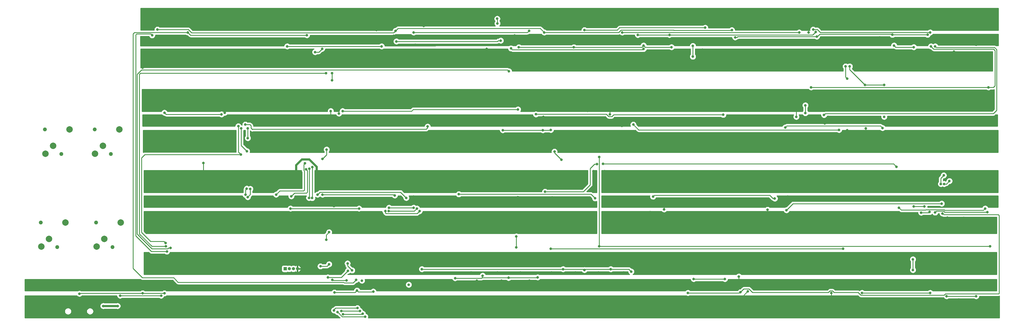
<source format=gbr>
G04 #@! TF.GenerationSoftware,KiCad,Pcbnew,5.1.4+dfsg1-1*
G04 #@! TF.CreationDate,2020-07-30T17:34:22-05:00*
G04 #@! TF.ProjectId,e-cribbage,652d6372-6962-4626-9167-652e6b696361,rev?*
G04 #@! TF.SameCoordinates,Original*
G04 #@! TF.FileFunction,Copper,L2,Bot*
G04 #@! TF.FilePolarity,Positive*
%FSLAX46Y46*%
G04 Gerber Fmt 4.6, Leading zero omitted, Abs format (unit mm)*
G04 Created by KiCad (PCBNEW 5.1.4+dfsg1-1) date 2020-07-30 17:34:22*
%MOMM*%
%LPD*%
G04 APERTURE LIST*
G04 #@! TA.AperFunction,ComponentPad*
%ADD10C,1.219200*%
G04 #@! TD*
G04 #@! TA.AperFunction,ComponentPad*
%ADD11C,1.998980*%
G04 #@! TD*
G04 #@! TA.AperFunction,ComponentPad*
%ADD12O,1.000000X1.000000*%
G04 #@! TD*
G04 #@! TA.AperFunction,ComponentPad*
%ADD13R,1.000000X1.000000*%
G04 #@! TD*
G04 #@! TA.AperFunction,ViaPad*
%ADD14C,0.800000*%
G04 #@! TD*
G04 #@! TA.AperFunction,Conductor*
%ADD15C,0.250000*%
G04 #@! TD*
G04 #@! TA.AperFunction,Conductor*
%ADD16C,0.635000*%
G04 #@! TD*
G04 #@! TA.AperFunction,Conductor*
%ADD17C,0.254000*%
G04 #@! TD*
G04 APERTURE END LIST*
D10*
G04 #@! TO.P,S4,*
G04 #@! TO.N,*
X75773000Y-149384000D03*
X80832680Y-157004000D03*
D11*
G04 #@! TO.P,S4,2*
G04 #@! TO.N,GND*
X78313000Y-154464000D03*
G04 #@! TO.P,S4,1*
G04 #@! TO.N,Net-(C35-Pad1)*
X83393000Y-149384000D03*
G04 #@! TO.P,S4,*
G04 #@! TO.N,*
X75900000Y-156877000D03*
G04 #@! TD*
D10*
G04 #@! TO.P,S3,*
G04 #@! TO.N,*
X58674000Y-149352000D03*
X63733680Y-156972000D03*
D11*
G04 #@! TO.P,S3,2*
G04 #@! TO.N,GND*
X61214000Y-154432000D03*
G04 #@! TO.P,S3,1*
G04 #@! TO.N,Net-(C34-Pad1)*
X66294000Y-149352000D03*
G04 #@! TO.P,S3,*
G04 #@! TO.N,*
X58801000Y-156845000D03*
G04 #@! TD*
D10*
G04 #@! TO.P,S1,*
G04 #@! TO.N,*
X59944000Y-120523000D03*
X65003680Y-128143000D03*
D11*
G04 #@! TO.P,S1,2*
G04 #@! TO.N,GND*
X62484000Y-125603000D03*
G04 #@! TO.P,S1,1*
G04 #@! TO.N,Net-(C32-Pad1)*
X67564000Y-120523000D03*
G04 #@! TO.P,S1,*
G04 #@! TO.N,*
X60071000Y-128016000D03*
G04 #@! TD*
D10*
G04 #@! TO.P,S2,*
G04 #@! TO.N,*
X75311000Y-120523000D03*
X80370680Y-128143000D03*
D11*
G04 #@! TO.P,S2,2*
G04 #@! TO.N,GND*
X77851000Y-125603000D03*
G04 #@! TO.P,S2,1*
G04 #@! TO.N,Net-(C33-Pad1)*
X82931000Y-120523000D03*
G04 #@! TO.P,S2,*
G04 #@! TO.N,*
X75438000Y-128016000D03*
G04 #@! TD*
D12*
G04 #@! TO.P,J1,4*
G04 #@! TO.N,GND*
X138049000Y-163703000D03*
G04 #@! TO.P,J1,3*
G04 #@! TO.N,Net-(J1-Pad3)*
X136779000Y-163703000D03*
G04 #@! TO.P,J1,2*
G04 #@! TO.N,Net-(J1-Pad2)*
X135509000Y-163703000D03*
D13*
G04 #@! TO.P,J1,1*
G04 #@! TO.N,VS*
X134239000Y-163703000D03*
G04 #@! TD*
D14*
G04 #@! TO.N,+3V3*
X354330000Y-143129000D03*
X354330000Y-118110000D03*
X354330000Y-92837000D03*
X146812000Y-92202000D03*
X214122000Y-116586000D03*
X239522000Y-93472000D03*
X341122000Y-93218000D03*
X266380000Y-93030000D03*
X315468000Y-167640000D03*
X325374000Y-141478000D03*
X274574000Y-166116000D03*
X340614000Y-168910000D03*
X339598000Y-142748000D03*
X148336000Y-114808000D03*
X211836000Y-143764000D03*
X137668000Y-141478000D03*
X296418000Y-93980000D03*
X160782000Y-142748000D03*
X311404000Y-93472000D03*
X347218000Y-167894000D03*
X262636000Y-168148000D03*
X276606000Y-116586000D03*
X287528000Y-116586000D03*
X270256000Y-142494000D03*
X112776000Y-143002000D03*
X154940000Y-117856000D03*
X227838000Y-118618000D03*
X347980000Y-94234000D03*
X239776000Y-143764000D03*
X164592000Y-117348000D03*
X240030000Y-167386000D03*
X233426000Y-167386004D03*
X209804000Y-167386000D03*
X201168000Y-167386000D03*
X193548000Y-167386000D03*
X224790000Y-167386000D03*
X217932000Y-167386000D03*
X184658000Y-167386000D03*
X324866000Y-116840000D03*
X190754000Y-169926000D03*
X205994000Y-170180000D03*
X223520000Y-170180000D03*
X237744000Y-169926000D03*
X98552000Y-93980000D03*
X95250000Y-91694000D03*
X170180000Y-91694000D03*
X301136054Y-118618000D03*
X271145000Y-118745000D03*
X208661000Y-118745000D03*
X174969000Y-119253000D03*
X144653000Y-118618000D03*
X336550000Y-92927010D03*
X302135996Y-116586000D03*
X132588000Y-144272000D03*
X149352000Y-144272000D03*
X308864000Y-169926000D03*
X353695000Y-169037000D03*
X319405000Y-142367000D03*
X289306000Y-143891000D03*
X289682340Y-141346340D03*
X251460000Y-145288000D03*
X206248000Y-141478000D03*
X204274841Y-93794161D03*
X210439000Y-91313000D03*
X125095000Y-116459000D03*
X173990000Y-141351000D03*
X234828653Y-117596347D03*
X205490660Y-143768660D03*
X274320000Y-169926000D03*
X104267000Y-119126000D03*
X145429604Y-141991284D03*
X216789000Y-141605000D03*
X87249000Y-169037000D03*
X82169000Y-169418000D03*
X115951000Y-118237000D03*
X168275000Y-143764000D03*
X205232000Y-91364990D03*
X336169000Y-168783000D03*
X245741071Y-92983166D03*
X318135000Y-91948000D03*
X316611000Y-92583000D03*
X238389140Y-119399460D03*
X247777000Y-142621000D03*
X319278000Y-118618000D03*
X179458337Y-116457018D03*
X141224000Y-93345000D03*
X94742000Y-118110000D03*
X91440000Y-92710000D03*
X94742000Y-143002000D03*
X93599000Y-169037000D03*
X174498000Y-94284802D03*
X167767000Y-91513999D03*
G04 #@! TO.N,GND*
X229616000Y-133477000D03*
X233045000Y-133477000D03*
X127508000Y-84328000D03*
X133350000Y-84328000D03*
X138938000Y-84328000D03*
X144526000Y-84328000D03*
X150114000Y-84328000D03*
X130556000Y-100584000D03*
X126492000Y-112776000D03*
X92202000Y-137160000D03*
X92202000Y-123952000D03*
X92202000Y-111252000D03*
X90170000Y-101346000D03*
X90932000Y-87376000D03*
X196596000Y-95541000D03*
X148336000Y-88900000D03*
X264414000Y-85344000D03*
X298704000Y-85344000D03*
X304038000Y-85344000D03*
X309372000Y-85344000D03*
X315214000Y-85344000D03*
X320802000Y-85344000D03*
X132588000Y-112776000D03*
X138176000Y-112776000D03*
X143764000Y-112776000D03*
X149098000Y-112776000D03*
X161290000Y-112776000D03*
X166878000Y-112776000D03*
X172466000Y-112776000D03*
X195326000Y-112776000D03*
X200914000Y-112776000D03*
X206502000Y-112776000D03*
X212344000Y-112776000D03*
X217678000Y-112776000D03*
X241046000Y-112776000D03*
X263652000Y-112776000D03*
X298450000Y-112776000D03*
X206756000Y-99822000D03*
X212344000Y-99822000D03*
X304292000Y-99822000D03*
X270002000Y-99822000D03*
X275590000Y-99822000D03*
X286766000Y-99822000D03*
X315468000Y-99822000D03*
X281178000Y-99822000D03*
X298704000Y-99822000D03*
X264414000Y-99822000D03*
X264414000Y-150622000D03*
X270002000Y-150622000D03*
X286766000Y-150622000D03*
X281178000Y-150622000D03*
X275590000Y-150622000D03*
X298704000Y-136144000D03*
X304292000Y-136144000D03*
X321056000Y-136144000D03*
X315468000Y-136144000D03*
X309880000Y-136144000D03*
X286766000Y-136144000D03*
X275590000Y-136144000D03*
X281178000Y-136144000D03*
X270002000Y-136144000D03*
X264414000Y-136144000D03*
X246888000Y-136144000D03*
X241300000Y-136144000D03*
X252476000Y-136144000D03*
X235712000Y-136144000D03*
X212598000Y-136144000D03*
X218186000Y-136144000D03*
X201422000Y-136144000D03*
X207010000Y-136144000D03*
X195834000Y-136144000D03*
X161544000Y-136144000D03*
X172720000Y-136144000D03*
X167132000Y-136144000D03*
X178308000Y-136144000D03*
X183896000Y-136144000D03*
X132842000Y-136144000D03*
X138430000Y-136144000D03*
X127254000Y-136144000D03*
X149606000Y-136144000D03*
X144018000Y-136144000D03*
X298704000Y-163576000D03*
X304292000Y-163576000D03*
X321056000Y-163576000D03*
X315468000Y-163576000D03*
X309880000Y-163576000D03*
X315214000Y-176022000D03*
X298450000Y-176022000D03*
X304038000Y-176022000D03*
X320802000Y-176022000D03*
X309626000Y-176022000D03*
X270002000Y-176022000D03*
X286766000Y-176022000D03*
X275590000Y-176022000D03*
X281178000Y-176022000D03*
X264414000Y-176022000D03*
X304292000Y-150622000D03*
X315468000Y-150622000D03*
X321056000Y-150622000D03*
X298704000Y-150622000D03*
X309880000Y-150622000D03*
X246888000Y-150622000D03*
X241300000Y-150622000D03*
X235712000Y-150622000D03*
X230124000Y-150622000D03*
X252476000Y-150622000D03*
X212598000Y-150622000D03*
X201422000Y-150622000D03*
X178308000Y-150622000D03*
X167132000Y-150622000D03*
X343154000Y-114046000D03*
X331978000Y-122174000D03*
X303784000Y-123190000D03*
X320548000Y-123190000D03*
X298450000Y-123190000D03*
X309626000Y-123190000D03*
X315214000Y-123190000D03*
X269494000Y-123190000D03*
X264160000Y-123190000D03*
X178054000Y-123190000D03*
X143764000Y-123190000D03*
X286766000Y-163576000D03*
X270002000Y-163576000D03*
X275590000Y-163576000D03*
X281178000Y-163576000D03*
X161544000Y-85344000D03*
X167132000Y-85344000D03*
X172720000Y-85344000D03*
X331470000Y-176022000D03*
X342646000Y-173228000D03*
X331470000Y-163322000D03*
X334772000Y-159512000D03*
X345948000Y-152146000D03*
X336296000Y-152146000D03*
X331470000Y-150876000D03*
X331470000Y-136144000D03*
X116586000Y-112776000D03*
X106426000Y-121412000D03*
X116332000Y-123190000D03*
X111506000Y-125476000D03*
X101854000Y-134112000D03*
X103378000Y-139446000D03*
X116078000Y-150622000D03*
X111252000Y-134112000D03*
X116332000Y-135890000D03*
X217170000Y-114554000D03*
X195834000Y-85344000D03*
X201422000Y-85344008D03*
X207010000Y-85344000D03*
X212598000Y-85344000D03*
X218186000Y-85344000D03*
X343408000Y-89408000D03*
X335788000Y-101854000D03*
X347472000Y-101854000D03*
X321056000Y-99822000D03*
X314452000Y-96012000D03*
X306324000Y-88900000D03*
X335026000Y-139446000D03*
X337408004Y-162402004D03*
X263144000Y-172720000D03*
X314706000Y-146558000D03*
X111506000Y-121158000D03*
X195072000Y-146304000D03*
X167132014Y-123190000D03*
X161544000Y-123189994D03*
X172466000Y-123189988D03*
X183896000Y-123190010D03*
X195834000Y-123189998D03*
X201422000Y-123189990D03*
X207010004Y-123190000D03*
X212598000Y-123190000D03*
X218186000Y-123190000D03*
X126492000Y-146304000D03*
X327406000Y-89408000D03*
X279400000Y-114554000D03*
X311404000Y-89154000D03*
X347726000Y-162814000D03*
X292354000Y-116586000D03*
X271526000Y-146304000D03*
X112268000Y-147066000D03*
X325374000Y-139700000D03*
X227838000Y-114771000D03*
X349250000Y-98552000D03*
X247142000Y-146202980D03*
X147828000Y-173736000D03*
X163322000Y-176784000D03*
X92202000Y-149606000D03*
X92202000Y-160782000D03*
X92202000Y-173228002D03*
X191770000Y-164846000D03*
X199898000Y-164846000D03*
X207010000Y-164846000D03*
X216662000Y-164846000D03*
X224028000Y-164846000D03*
X231140000Y-164846000D03*
X239014000Y-164846000D03*
X245618000Y-164846000D03*
X105664000Y-88900000D03*
X140970000Y-96012000D03*
X335284656Y-88641336D03*
X190754000Y-173736000D03*
X205740000Y-173990000D03*
X223520000Y-173482000D03*
X237744000Y-173482000D03*
X296164000Y-90424000D03*
X341122004Y-96410315D03*
X234696000Y-115824000D03*
X95758000Y-96266000D03*
X175560217Y-99266111D03*
X177137430Y-88392000D03*
X206248000Y-87376000D03*
X229108000Y-87884000D03*
X234442000Y-87630000D03*
X245618000Y-87630000D03*
X163576000Y-146310855D03*
X155448000Y-138430000D03*
X326136000Y-147320000D03*
X336296000Y-173228000D03*
X335280000Y-163068000D03*
X352425000Y-111760000D03*
X352933000Y-86741000D03*
X353187000Y-124333000D03*
X353187000Y-136906000D03*
X353187000Y-149606000D03*
X353187000Y-162052000D03*
X353187000Y-177419000D03*
X262382000Y-163830000D03*
X264287000Y-162814000D03*
X292227000Y-139827000D03*
X256032000Y-138938000D03*
X211201000Y-96901000D03*
X252349000Y-123190000D03*
X246760998Y-123190000D03*
X235585000Y-123190000D03*
X241173000Y-123190000D03*
X229997000Y-123190000D03*
X112775986Y-99822000D03*
X118617988Y-99822000D03*
X96139008Y-99822000D03*
X101854000Y-99821994D03*
X107442000Y-99822000D03*
X313817000Y-120142000D03*
X108929000Y-130937000D03*
X344170000Y-147955000D03*
X320802000Y-113284000D03*
X352298000Y-99314000D03*
X150876000Y-115570000D03*
X154813000Y-112649000D03*
X178203410Y-112457184D03*
X227330000Y-136144000D03*
X230124000Y-136144000D03*
X253942574Y-146503895D03*
X283463992Y-145415000D03*
X170688000Y-121539000D03*
X150241000Y-163830000D03*
X149225000Y-146304000D03*
X140974666Y-146299346D03*
X217043000Y-146431000D03*
X319151000Y-165100000D03*
X63500000Y-178435000D03*
X54483000Y-172974000D03*
X58293000Y-172593000D03*
X64389000Y-174371000D03*
X85845926Y-173729926D03*
X82169000Y-173228000D03*
X178308000Y-85378152D03*
X183769008Y-85344000D03*
X195580010Y-99822000D03*
X183896000Y-99822008D03*
X181483000Y-99822000D03*
X170307000Y-99821996D03*
X164592002Y-100330000D03*
X241173004Y-99822000D03*
X235712000Y-99822000D03*
X246761000Y-99822000D03*
X230124000Y-99822000D03*
X252475990Y-99822000D03*
X331216008Y-85344000D03*
X281051000Y-112776000D03*
X269875000Y-112776000D03*
X275463000Y-112775990D03*
X286766000Y-112776000D03*
X304038000Y-112776000D03*
X309880000Y-112776000D03*
X315468000Y-112776000D03*
X331724000Y-112521992D03*
X337312000Y-111632996D03*
X275463000Y-123190000D03*
X281178000Y-123189994D03*
X286766000Y-123190000D03*
X136144000Y-99822000D03*
X141732000Y-99822000D03*
X147320000Y-99822000D03*
X152908010Y-99822000D03*
X218059000Y-99822000D03*
X201295010Y-99822000D03*
X132715000Y-123190000D03*
X127127000Y-123190000D03*
X138303002Y-123190000D03*
X149478994Y-123190000D03*
X127127000Y-150622000D03*
X132715000Y-150622000D03*
X138303000Y-150622000D03*
X143891000Y-150622000D03*
X149606008Y-150622000D03*
X161290006Y-150622000D03*
X172593000Y-150622000D03*
X183768992Y-150622000D03*
X206883000Y-150622000D03*
X195580000Y-150622000D03*
X217932000Y-150622000D03*
X115570000Y-115316002D03*
X230124000Y-85344000D03*
X235712000Y-85344000D03*
X241173000Y-85344000D03*
X246761000Y-85344000D03*
X252476000Y-85343998D03*
X269875000Y-85344000D03*
X275590000Y-85344000D03*
X281178000Y-85343994D03*
X286639000Y-85344000D03*
X54991000Y-177292000D03*
X56007000Y-174625000D03*
X62865000Y-175895000D03*
X339090000Y-147828000D03*
X309970010Y-99822000D03*
X274320000Y-89281000D03*
X263271000Y-95758000D03*
X272537340Y-96261340D03*
X223774000Y-138811000D03*
X308102000Y-120777000D03*
X324997660Y-121153340D03*
X276606000Y-121793000D03*
X202183996Y-146684996D03*
X211963000Y-146431000D03*
X209804000Y-139573000D03*
X277368000Y-170688000D03*
X303149000Y-171271996D03*
X211904160Y-121851840D03*
X96138994Y-85344000D03*
X112776000Y-85344000D03*
X118490996Y-85344000D03*
X101727004Y-85344000D03*
X107314992Y-85344000D03*
X183769000Y-112776000D03*
X252222006Y-112776000D03*
X246380004Y-112776000D03*
X235584994Y-112776000D03*
X229870014Y-112776000D03*
X109549000Y-163501000D03*
X108331000Y-164719000D03*
X110871000Y-164719000D03*
X162433000Y-89662000D03*
G04 #@! TO.N,Net-(D105-Pad2)*
X328422000Y-160782000D03*
X328422000Y-164084000D03*
G04 #@! TO.N,Net-(D136-Pad2)*
X199898000Y-87630000D03*
X199833375Y-86179988D03*
G04 #@! TO.N,Net-(D185-Pad2)*
X122682000Y-123190000D03*
X122682000Y-120142000D03*
G04 #@! TO.N,Net-(D193-Pad2)*
X141727340Y-132715000D03*
X141605000Y-141732000D03*
G04 #@! TO.N,Net-(D194-Pad2)*
X123444000Y-138938000D03*
X122677340Y-141473340D03*
G04 #@! TO.N,Net-(D195-Pad2)*
X122377284Y-138866203D03*
X121970225Y-140766225D03*
G04 #@! TO.N,Net-(D206-Pad2)*
X173990000Y-144780000D03*
X166378022Y-144790650D03*
G04 #@! TO.N,Net-(D207-Pad2)*
X175006000Y-145034000D03*
X166279990Y-145866052D03*
G04 #@! TO.N,Net-(D208-Pad2)*
X175814706Y-145866060D03*
X165234995Y-145843960D03*
G04 #@! TO.N,Net-(D231-Pad2)*
X338074000Y-137414000D03*
X339711153Y-136501847D03*
G04 #@! TO.N,Net-(D232-Pad2)*
X337058000Y-137414000D03*
X337947000Y-134747000D03*
G04 #@! TO.N,Net-(U1-Pad9)*
X134874000Y-94742000D03*
X164084000Y-94742006D03*
G04 #@! TO.N,Net-(U3-Pad9)*
X173990000Y-90424000D03*
X209672340Y-89920660D03*
G04 #@! TO.N,Net-(U4-Pad9)*
X226822000Y-89699000D03*
X264160000Y-88974000D03*
G04 #@! TO.N,Net-(U5-Pad9)*
X328676000Y-94996000D03*
X322580000Y-94488000D03*
X260350000Y-94619977D03*
X260350000Y-97917000D03*
G04 #@! TO.N,Net-(U6-Pad9)*
X307594000Y-100965000D03*
X319532000Y-116586000D03*
X308102000Y-104775000D03*
G04 #@! TO.N,Net-(U8-Pad9)*
X211819233Y-115816538D03*
X269748000Y-115951000D03*
G04 #@! TO.N,Net-(U10-Pad9)*
X136144000Y-141224000D03*
X147066000Y-126746000D03*
X140727828Y-132874021D03*
X145796000Y-129667000D03*
G04 #@! TO.N,Net-(U11-Pad9)*
X135890000Y-145034000D03*
X157099000Y-145034000D03*
G04 #@! TO.N,Net-(U13-Pad9)*
X328676000Y-144399000D03*
X214630000Y-139827000D03*
X232537000Y-131191000D03*
X230669000Y-131231815D03*
X331978000Y-144399000D03*
X323342000Y-132080000D03*
G04 #@! TO.N,Net-(U14-Pad9)*
X324104000Y-144780000D03*
X347980000Y-172212000D03*
X338836000Y-172212000D03*
X350774000Y-145034000D03*
G04 #@! TO.N,Net-(U17-Pad9)*
X200914000Y-92964000D03*
X168656000Y-93218000D03*
G04 #@! TO.N,Net-(U19-Pad9)*
X238506000Y-90424000D03*
X293243000Y-90424000D03*
G04 #@! TO.N,Net-(U20-Pad9)*
X333756000Y-90424000D03*
X297561000Y-89535000D03*
G04 #@! TO.N,Net-(U21-Pad9)*
X335280000Y-94742000D03*
X300931096Y-116014913D03*
G04 #@! TO.N,Net-(U22-Pad9)*
X241935000Y-118999000D03*
X305562000Y-120650010D03*
G04 #@! TO.N,Net-(U24-Pad9)*
X121920000Y-118999000D03*
X178308000Y-119627001D03*
G04 #@! TO.N,Net-(U25-Pad9)*
X120650000Y-120142000D03*
X122423347Y-127258653D03*
X142621000Y-132207000D03*
X142603614Y-141784870D03*
G04 #@! TO.N,Net-(U26-Pad9)*
X145796000Y-140716000D03*
X168152653Y-140974653D03*
G04 #@! TO.N,Net-(U27-Pad9)*
X187960000Y-140589000D03*
X230124000Y-141859000D03*
G04 #@! TO.N,Net-(U28-Pad9)*
X248031000Y-141351000D03*
X285691153Y-141927153D03*
G04 #@! TO.N,Net-(U29-Pad9)*
X289306000Y-145542000D03*
X337312000Y-143510000D03*
G04 #@! TO.N,Net-(U30-Pad9)*
X260604000Y-166878000D03*
X270256000Y-166878000D03*
X351409000Y-146177000D03*
X335280000Y-146267010D03*
G04 #@! TO.N,Net-(U10-Pad14)*
X152019000Y-114808000D03*
X206248000Y-114300000D03*
G04 #@! TO.N,DATA*
X104140000Y-90424000D03*
X156210000Y-167132000D03*
X140970000Y-91276010D03*
G04 #@! TO.N,Net-(C32-Pad1)*
X159004000Y-178562000D03*
X150433557Y-177131096D03*
G04 #@! TO.N,Net-(C33-Pad1)*
X152146000Y-177800000D03*
X158242000Y-177673000D03*
G04 #@! TO.N,Net-(C34-Pad1)*
X157353000Y-176784000D03*
X151638002Y-176784000D03*
G04 #@! TO.N,Net-(C35-Pad1)*
X149352000Y-176620010D03*
X156591000Y-175895000D03*
G04 #@! TO.N,LE1*
X203350848Y-166520848D03*
X212344000Y-166370000D03*
X195326000Y-165862000D03*
X186817000Y-166624000D03*
G04 #@! TO.N,LE2*
X176530000Y-163830000D03*
X241300000Y-164592000D03*
X226822004Y-164084000D03*
X220218000Y-163830000D03*
X234950000Y-163830000D03*
G04 #@! TO.N,CLK1A*
X93091000Y-91313000D03*
X94742000Y-89535000D03*
X214376000Y-90424000D03*
X168402000Y-89916000D03*
X97663000Y-158369000D03*
X272415000Y-89699000D03*
G04 #@! TO.N,CLK2A*
X143510000Y-96520000D03*
X146852499Y-103083501D03*
X145669000Y-95504000D03*
X97346289Y-156791988D03*
X243327347Y-91190653D03*
X253111000Y-91186000D03*
X298323000Y-90297000D03*
G04 #@! TO.N,Net-(U18-Pad9)*
X204089000Y-95377000D03*
X245087839Y-95535349D03*
G04 #@! TO.N,CLK1B*
X98806000Y-157226000D03*
X203454000Y-102489000D03*
X319532000Y-106717000D03*
X313563000Y-106680000D03*
X308864000Y-100965000D03*
G04 #@! TO.N,CLK1C*
X205740000Y-157099006D03*
X131445000Y-140716000D03*
X140335000Y-130974000D03*
X205740000Y-153670000D03*
G04 #@! TO.N,CLK1D*
X216408000Y-157480000D03*
X333756000Y-171196000D03*
X312674000Y-171196000D03*
X306832000Y-157480000D03*
G04 #@! TO.N,CLK2B*
X334010000Y-94742000D03*
X295148000Y-115417032D03*
X296926000Y-107442000D03*
X295148000Y-113030000D03*
X231394000Y-156755000D03*
X352269500Y-156755000D03*
X351790000Y-107442000D03*
X231394000Y-129032000D03*
G04 #@! TO.N,CLK2C*
X171711338Y-141732000D03*
X97282000Y-155702000D03*
X120523000Y-128270000D03*
X119761000Y-119507000D03*
X144272000Y-140716000D03*
G04 #@! TO.N,CLK2D*
X258826000Y-171196000D03*
X275082000Y-170979000D03*
X337566000Y-146558000D03*
G04 #@! TO.N,Net-(J1-Pad3)*
X153670000Y-164338000D03*
X147447000Y-166370000D03*
G04 #@! TO.N,Net-(J1-Pad2)*
X153225165Y-167312846D03*
X148844000Y-167132000D03*
G04 #@! TO.N,+BATT*
X77978000Y-175259994D03*
X82423004Y-175260000D03*
G04 #@! TO.N,VS*
X157988000Y-167386000D03*
X172466000Y-168656000D03*
X156464000Y-170471000D03*
X161510505Y-170781505D03*
X149479000Y-171069000D03*
X96901000Y-171323000D03*
X70612000Y-171450000D03*
X90170000Y-171323000D03*
G04 #@! TO.N,Net-(U2-Pad9)*
X83185000Y-172050000D03*
X154940000Y-164211000D03*
X153537642Y-162046642D03*
X147828000Y-162306000D03*
X145156347Y-162945653D03*
X95885000Y-172048000D03*
G04 #@! TO.N,Net-(U7-Pad9)*
X288925000Y-119888000D03*
X319024000Y-120052000D03*
G04 #@! TO.N,RCLK*
X206520493Y-95014507D03*
X245110000Y-94488000D03*
X148717000Y-103083500D03*
X148716996Y-105283000D03*
X114554000Y-115824000D03*
X96901000Y-115316000D03*
X201549000Y-120740000D03*
X216408000Y-120650000D03*
X146939000Y-154729033D03*
X147828000Y-152379011D03*
X330962000Y-146304000D03*
X223538507Y-95014507D03*
X253746000Y-94996000D03*
X273431000Y-91948000D03*
X322072000Y-91149000D03*
X332957000Y-91149000D03*
X298699347Y-91698653D03*
X213958000Y-120740000D03*
X219710000Y-129921000D03*
X333570160Y-146108840D03*
X217551000Y-127380998D03*
G04 #@! TD*
D15*
G04 #@! TO.N,+3V3*
X274574000Y-166116000D02*
X274574000Y-167386000D01*
X148336000Y-114808000D02*
X148336000Y-116332000D01*
X251460000Y-144653000D02*
X251460000Y-145288000D01*
X119888000Y-116332000D02*
X120015000Y-116459000D01*
X124529315Y-116459000D02*
X125095000Y-116459000D01*
G04 #@! TO.N,GND*
X292354000Y-116586000D02*
X292354000Y-114808000D01*
D16*
X92202002Y-173228000D02*
X92202000Y-173228002D01*
D15*
X296164000Y-90424000D02*
X296164000Y-89662000D01*
X234696000Y-115824000D02*
X234696000Y-114808000D01*
X313817000Y-120142000D02*
X313817000Y-120904000D01*
X108929000Y-131502685D02*
X108966000Y-131539685D01*
X108929000Y-130937000D02*
X108929000Y-131502685D01*
X108966000Y-131539685D02*
X108966000Y-133350000D01*
D16*
X141732000Y-129794000D02*
X144018000Y-132080000D01*
X137541000Y-133604000D02*
X137668000Y-133477000D01*
X137668000Y-133477000D02*
X137668000Y-131572000D01*
X137668000Y-131572000D02*
X139446000Y-129794000D01*
X144018000Y-132080000D02*
X144018000Y-133350000D01*
X135255000Y-133604000D02*
X137541000Y-133604000D01*
X139446000Y-129794000D02*
X141732000Y-129794000D01*
D15*
X150876000Y-115570000D02*
X150876000Y-114935000D01*
X283463992Y-146049992D02*
X283463992Y-145980685D01*
X283464000Y-146050000D02*
X283463992Y-146049992D01*
X283463992Y-145980685D02*
X283463992Y-145415000D01*
D16*
X64065685Y-178435000D02*
X63500000Y-178435000D01*
X92202000Y-173228002D02*
X86995002Y-178435000D01*
X86995002Y-178435000D02*
X64065685Y-178435000D01*
D15*
X115189000Y-114935000D02*
X115570000Y-115316000D01*
X115570000Y-115316000D02*
X115570000Y-115316002D01*
X276098000Y-171958000D02*
X276968001Y-171087999D01*
X276098000Y-172212000D02*
X276098000Y-171958000D01*
X276968001Y-171087999D02*
X277368000Y-170688000D01*
X303149000Y-172339000D02*
X303149000Y-171837681D01*
X303276000Y-172466000D02*
X303149000Y-172339000D01*
X303149000Y-171837681D02*
X303149000Y-171271996D01*
G04 #@! TO.N,Net-(D105-Pad2)*
X328422000Y-160782000D02*
X328422000Y-164084000D01*
G04 #@! TO.N,Net-(D136-Pad2)*
X199898000Y-86244613D02*
X199833375Y-86179988D01*
X199898000Y-87630000D02*
X199898000Y-86244613D01*
G04 #@! TO.N,Net-(D185-Pad2)*
X122682000Y-123190000D02*
X122682000Y-120142000D01*
G04 #@! TO.N,Net-(D193-Pad2)*
X141727340Y-141609660D02*
X141605000Y-141732000D01*
X141727340Y-132715000D02*
X141727340Y-141609660D01*
G04 #@! TO.N,Net-(D194-Pad2)*
X123444000Y-140706680D02*
X122677340Y-141473340D01*
X123444000Y-138938000D02*
X123444000Y-140706680D01*
G04 #@! TO.N,Net-(D195-Pad2)*
X121970225Y-139273262D02*
X122377284Y-138866203D01*
X121970225Y-140766225D02*
X121970225Y-139273262D01*
G04 #@! TO.N,Net-(D206-Pad2)*
X166388672Y-144780000D02*
X166378022Y-144790650D01*
X173990000Y-144780000D02*
X166388672Y-144780000D01*
G04 #@! TO.N,Net-(D207-Pad2)*
X175006000Y-145034000D02*
X174173948Y-145866052D01*
X174173948Y-145866052D02*
X166845675Y-145866052D01*
X166845675Y-145866052D02*
X166279990Y-145866052D01*
G04 #@! TO.N,Net-(D208-Pad2)*
X165416411Y-146591061D02*
X165234995Y-146409645D01*
X175814706Y-145866060D02*
X175089705Y-146591061D01*
X175089705Y-146591061D02*
X165416411Y-146591061D01*
X165234995Y-146409645D02*
X165234995Y-145843960D01*
G04 #@! TO.N,Net-(D231-Pad2)*
X338074000Y-137414000D02*
X338799000Y-137414000D01*
X338799000Y-137414000D02*
X339711153Y-136501847D01*
G04 #@! TO.N,Net-(D232-Pad2)*
X337058000Y-135636000D02*
X337547001Y-135146999D01*
X337058000Y-137414000D02*
X337058000Y-135636000D01*
X337547001Y-135146999D02*
X337947000Y-134747000D01*
G04 #@! TO.N,Net-(U1-Pad9)*
X164083994Y-94742000D02*
X164084000Y-94742006D01*
X134874000Y-94742000D02*
X164083994Y-94742000D01*
G04 #@! TO.N,Net-(U3-Pad9)*
X209169000Y-90424000D02*
X209272341Y-90320659D01*
X209272341Y-90320659D02*
X209672340Y-89920660D01*
X173990000Y-90424000D02*
X209169000Y-90424000D01*
G04 #@! TO.N,Net-(U4-Pad9)*
X226822000Y-89699000D02*
X236945000Y-89699000D01*
X236945000Y-89699000D02*
X237670000Y-88974000D01*
X237670000Y-88974000D02*
X264160000Y-88974000D01*
G04 #@! TO.N,Net-(U5-Pad9)*
X323088000Y-94996000D02*
X322580000Y-94488000D01*
X328676000Y-94996000D02*
X323088000Y-94996000D01*
X260350000Y-94619977D02*
X260350000Y-97917000D01*
G04 #@! TO.N,Net-(U6-Pad9)*
X307594000Y-104267000D02*
X307702001Y-104375001D01*
X307702001Y-104375001D02*
X308102000Y-104775000D01*
X307594000Y-100965000D02*
X307594000Y-104267000D01*
G04 #@! TO.N,Net-(U8-Pad9)*
X234347999Y-116549001D02*
X235240999Y-116549001D01*
X211819233Y-115816538D02*
X233615536Y-115816538D01*
X233615536Y-115816538D02*
X234347999Y-116549001D01*
X235240999Y-116549001D02*
X235839000Y-115951000D01*
X235839000Y-115951000D02*
X269748000Y-115951000D01*
G04 #@! TO.N,Net-(U10-Pad9)*
X141127827Y-133274020D02*
X140727828Y-132874021D01*
X141127827Y-139923173D02*
X141127827Y-133274020D01*
X136144000Y-141224000D02*
X137160000Y-140208000D01*
X140843000Y-140208000D02*
X141127827Y-139923173D01*
X137160000Y-140208000D02*
X140843000Y-140208000D01*
X147066000Y-128397000D02*
X145796000Y-129667000D01*
X147066000Y-126746000D02*
X147066000Y-128397000D01*
G04 #@! TO.N,Net-(U11-Pad9)*
X135890000Y-145034000D02*
X157099000Y-145034000D01*
G04 #@! TO.N,Net-(U13-Pad9)*
X328676000Y-144399000D02*
X328803000Y-144399000D01*
X228600000Y-132588000D02*
X229956185Y-131231815D01*
X228600000Y-137668000D02*
X228600000Y-132588000D01*
X214630000Y-139827000D02*
X226441000Y-139827000D01*
X229956185Y-131231815D02*
X230669000Y-131231815D01*
X226441000Y-139827000D02*
X228600000Y-137668000D01*
X331412315Y-144399000D02*
X331978000Y-144399000D01*
X328295000Y-144399000D02*
X331412315Y-144399000D01*
X322942001Y-131680001D02*
X323342000Y-132080000D01*
X232537000Y-131191000D02*
X322453000Y-131191000D01*
X322453000Y-131191000D02*
X322942001Y-131680001D01*
G04 #@! TO.N,Net-(U14-Pad9)*
X347980000Y-172212000D02*
X338836000Y-172212000D01*
X350374001Y-145433999D02*
X350774000Y-145034000D01*
X324829001Y-145505001D02*
X332326001Y-145505001D01*
X350266000Y-145542000D02*
X350374001Y-145433999D01*
X338259413Y-145542000D02*
X350266000Y-145542000D01*
X324104000Y-144780000D02*
X324829001Y-145505001D01*
X338100401Y-145382988D02*
X338259413Y-145542000D01*
X332448014Y-145382988D02*
X338100401Y-145382988D01*
X332326001Y-145505001D02*
X332448014Y-145382988D01*
G04 #@! TO.N,Net-(U17-Pad9)*
X200914000Y-92964000D02*
X200152000Y-92964000D01*
X200152000Y-92964000D02*
X200406000Y-92964000D01*
X169221685Y-93218000D02*
X168656000Y-93218000D01*
X200152000Y-92964000D02*
X199898000Y-93218000D01*
X199898000Y-93218000D02*
X169221685Y-93218000D01*
G04 #@! TO.N,Net-(U19-Pad9)*
X238506000Y-90424000D02*
X293243000Y-90424000D01*
G04 #@! TO.N,Net-(U20-Pad9)*
X333756000Y-90424000D02*
X299777004Y-90424000D01*
X299777004Y-90424000D02*
X298888004Y-89535000D01*
X298888004Y-89535000D02*
X298126685Y-89535000D01*
X298126685Y-89535000D02*
X297561000Y-89535000D01*
G04 #@! TO.N,Net-(U21-Pad9)*
X335679999Y-95141999D02*
X353713999Y-95141999D01*
X335280000Y-94742000D02*
X335679999Y-95141999D01*
X353269086Y-115614914D02*
X301331095Y-115614914D01*
X353713999Y-95141999D02*
X354330000Y-95758000D01*
X354330000Y-95758000D02*
X354330000Y-114554000D01*
X301331095Y-115614914D02*
X300931096Y-116014913D01*
X354330000Y-114554000D02*
X353269086Y-115614914D01*
G04 #@! TO.N,Net-(U22-Pad9)*
X243586010Y-120650010D02*
X304996315Y-120650010D01*
X241935000Y-118999000D02*
X243586010Y-120650010D01*
X304996315Y-120650010D02*
X305562000Y-120650010D01*
G04 #@! TO.N,Net-(U24-Pad9)*
X121920000Y-118999000D02*
X123317000Y-118999000D01*
X123661001Y-119343001D02*
X123661001Y-120105001D01*
X123317000Y-118999000D02*
X123661001Y-119343001D01*
X123661001Y-120105001D02*
X124079000Y-120523000D01*
X124169001Y-120432999D02*
X177890001Y-120432999D01*
X124079000Y-120523000D02*
X124169001Y-120432999D01*
X177890001Y-120432999D02*
X178054000Y-120269000D01*
X178054000Y-120269000D02*
X178308000Y-120015000D01*
X178308000Y-120015000D02*
X178308000Y-119627001D01*
G04 #@! TO.N,Net-(U25-Pad9)*
X120650000Y-120142000D02*
X120650000Y-125485306D01*
X120650000Y-125485306D02*
X122423347Y-127258653D01*
X142621000Y-132207000D02*
X142621000Y-141767484D01*
X142621000Y-141767484D02*
X142603614Y-141784870D01*
G04 #@! TO.N,Net-(U26-Pad9)*
X145796000Y-140716000D02*
X167894000Y-140716000D01*
X167894000Y-140716000D02*
X168152653Y-140974653D01*
G04 #@! TO.N,Net-(U27-Pad9)*
X187960000Y-140589000D02*
X228854000Y-140589000D01*
X228854000Y-140589000D02*
X230124000Y-141859000D01*
G04 #@! TO.N,Net-(U28-Pad9)*
X248430999Y-140951001D02*
X284207001Y-140951001D01*
X248031000Y-141351000D02*
X248430999Y-140951001D01*
X284207001Y-141008686D02*
X284207001Y-140951001D01*
X285125468Y-141927153D02*
X284207001Y-141008686D01*
X285691153Y-141927153D02*
X285125468Y-141927153D01*
G04 #@! TO.N,Net-(U29-Pad9)*
X289306000Y-145542000D02*
X291338000Y-143510000D01*
X291338000Y-143510000D02*
X337312000Y-143510000D01*
G04 #@! TO.N,Net-(U30-Pad9)*
X260604000Y-166878000D02*
X270256000Y-166878000D01*
X337914001Y-145832999D02*
X335714011Y-145832999D01*
X351409000Y-146177000D02*
X338258002Y-146177000D01*
X338258002Y-146177000D02*
X337914001Y-145832999D01*
X335714011Y-145832999D02*
X335679999Y-145867011D01*
X335679999Y-145867011D02*
X335280000Y-146267010D01*
G04 #@! TO.N,Net-(U10-Pad14)*
X206063010Y-114357990D02*
X206121000Y-114300000D01*
X173805010Y-114357990D02*
X206063010Y-114357990D01*
X152019000Y-114808000D02*
X173355000Y-114808000D01*
X173355000Y-114808000D02*
X173805010Y-114357990D01*
G04 #@! TO.N,DATA*
X155230998Y-168111002D02*
X156210000Y-167132000D01*
X152559998Y-168111002D02*
X155230998Y-168111002D01*
X152342996Y-167894000D02*
X152559998Y-168111002D01*
X90043000Y-166497000D02*
X99822000Y-166497000D01*
X104140000Y-90424000D02*
X87630000Y-90424000D01*
X87630000Y-90424000D02*
X87179990Y-90874010D01*
X87179990Y-90874010D02*
X87179990Y-163633990D01*
X101092000Y-167894000D02*
X152342996Y-167894000D01*
X99822000Y-166497000D02*
X101092000Y-167894000D01*
X87179990Y-163633990D02*
X90043000Y-166497000D01*
X104992010Y-91276010D02*
X140404315Y-91276010D01*
X104140000Y-90424000D02*
X104992010Y-91276010D01*
X140404315Y-91276010D02*
X140970000Y-91276010D01*
G04 #@! TO.N,Net-(C32-Pad1)*
X150833556Y-177531095D02*
X150433557Y-177131096D01*
X159004000Y-178562000D02*
X151864461Y-178562000D01*
X151864461Y-178562000D02*
X150833556Y-177531095D01*
G04 #@! TO.N,Net-(C33-Pad1)*
X158115000Y-177800000D02*
X158242000Y-177673000D01*
X152146000Y-177800000D02*
X158115000Y-177800000D01*
G04 #@! TO.N,Net-(C34-Pad1)*
X157353000Y-176784000D02*
X151638002Y-176784000D01*
G04 #@! TO.N,Net-(C35-Pad1)*
X149860000Y-175895000D02*
X156591000Y-175895000D01*
X149352000Y-176620010D02*
X149352000Y-176403000D01*
X149352000Y-176403000D02*
X149860000Y-175895000D01*
G04 #@! TO.N,LE1*
X203350848Y-166520848D02*
X212193152Y-166520848D01*
X212193152Y-166520848D02*
X212344000Y-166370000D01*
X195326000Y-165862000D02*
X195175152Y-166012848D01*
X195175152Y-166012848D02*
X195175152Y-166520848D01*
X195175152Y-166520848D02*
X203350848Y-166520848D01*
X195072000Y-166624000D02*
X187382685Y-166624000D01*
X195175152Y-166520848D02*
X195072000Y-166624000D01*
X187382685Y-166624000D02*
X186817000Y-166624000D01*
G04 #@! TO.N,LE2*
X176530000Y-163830000D02*
X218186000Y-163830000D01*
X240538000Y-163830000D02*
X241300000Y-164592000D01*
X234442000Y-163830000D02*
X240538000Y-163830000D01*
X218186000Y-163830000D02*
X226568000Y-163830000D01*
X226568000Y-163830000D02*
X234442000Y-163830000D01*
X226568000Y-163830000D02*
X226822000Y-164084000D01*
X226822000Y-164084000D02*
X226822004Y-164084000D01*
X218186000Y-163830000D02*
X220218000Y-163830000D01*
X234442000Y-163830000D02*
X234950000Y-163830000D01*
G04 #@! TO.N,CLK1A*
X169127001Y-89190999D02*
X168801999Y-89516001D01*
X213142999Y-89190999D02*
X169127001Y-89190999D01*
X214376000Y-90424000D02*
X213142999Y-89190999D01*
X168801999Y-89516001D02*
X168402000Y-89916000D01*
X88011000Y-91186000D02*
X88011000Y-153543000D01*
X88283999Y-90913001D02*
X88011000Y-91186000D01*
X88011000Y-153543000D02*
X92837000Y-158369000D01*
X92691001Y-90913001D02*
X88283999Y-90913001D01*
X92837000Y-158369000D02*
X97097315Y-158369000D01*
X97097315Y-158369000D02*
X97663000Y-158369000D01*
X93091000Y-91313000D02*
X92691001Y-90913001D01*
X237432998Y-90424000D02*
X238194998Y-89662000D01*
X214376000Y-90424000D02*
X237432998Y-90424000D01*
X238194998Y-89662000D02*
X253111000Y-89662000D01*
X254381000Y-89662000D02*
X254508000Y-89789000D01*
X253111000Y-89662000D02*
X254381000Y-89662000D01*
X254508000Y-89789000D02*
X272415000Y-89789000D01*
X94742000Y-89535000D02*
X104324002Y-89535000D01*
X167767000Y-90551000D02*
X168402000Y-89916000D01*
X104324002Y-89535000D02*
X105340002Y-90551000D01*
X105340002Y-90551000D02*
X167767000Y-90551000D01*
G04 #@! TO.N,CLK2A*
X143510000Y-96520000D02*
X144653000Y-96520000D01*
X144653000Y-96520000D02*
X145669000Y-95504000D01*
X89154000Y-103378000D02*
X89154000Y-152908000D01*
X89448499Y-103083501D02*
X89154000Y-103378000D01*
X146852499Y-103083501D02*
X89448499Y-103083501D01*
X93037988Y-156791988D02*
X96780604Y-156791988D01*
X89154000Y-152908000D02*
X93037988Y-156791988D01*
X96780604Y-156791988D02*
X97346289Y-156791988D01*
X243332000Y-91186000D02*
X252857000Y-91186000D01*
X252857000Y-91186000D02*
X253111000Y-91186000D01*
X297923001Y-90696999D02*
X298323000Y-90297000D01*
X253111000Y-91186000D02*
X297434000Y-91186000D01*
X297434000Y-91186000D02*
X297923001Y-90696999D01*
G04 #@! TO.N,Net-(U18-Pad9)*
X244865188Y-95758000D02*
X245087839Y-95535349D01*
X204089000Y-95377000D02*
X204470000Y-95758000D01*
X204470000Y-95758000D02*
X244865188Y-95758000D01*
G04 #@! TO.N,CLK1B*
X203054001Y-102089001D02*
X203454000Y-102489000D01*
X89806589Y-102089001D02*
X203054001Y-102089001D01*
X88461011Y-152977011D02*
X88461011Y-103434579D01*
X88461011Y-103434579D02*
X89806589Y-102089001D01*
X93000998Y-157516998D02*
X88461011Y-152977011D01*
X98806000Y-157226000D02*
X98240315Y-157226000D01*
X97949317Y-157516998D02*
X93000998Y-157516998D01*
X98240315Y-157226000D02*
X97949317Y-157516998D01*
X308864000Y-101981000D02*
X313563000Y-106680000D01*
X308864000Y-100965000D02*
X308864000Y-101981000D01*
X319495000Y-106680000D02*
X319532000Y-106717000D01*
X313563000Y-106680000D02*
X319495000Y-106680000D01*
G04 #@! TO.N,CLK1C*
X140002826Y-131396174D02*
X140117999Y-131281001D01*
X131445000Y-140716000D02*
X132588000Y-139573000D01*
X140208000Y-133427195D02*
X140002827Y-133222022D01*
X140002827Y-133222022D02*
X140002826Y-131396174D01*
X139954000Y-139573000D02*
X140208000Y-139319000D01*
X140208000Y-139319000D02*
X140208000Y-133427195D01*
X132588000Y-139573000D02*
X139954000Y-139573000D01*
X140117999Y-131281001D02*
X140335000Y-131064000D01*
X140335000Y-131064000D02*
X140335000Y-130974000D01*
X205740000Y-157099006D02*
X205740000Y-154940000D01*
X205740000Y-154940000D02*
X205740000Y-153670000D01*
G04 #@! TO.N,CLK1D*
X216408000Y-157480000D02*
X306832000Y-157480000D01*
X312674000Y-171196000D02*
X333756000Y-171196000D01*
G04 #@! TO.N,CLK2B*
X334860009Y-95592009D02*
X334010000Y-94742000D01*
X353314000Y-107442000D02*
X353822000Y-106934000D01*
X353822000Y-106934000D02*
X353822000Y-96012000D01*
X353822000Y-96012000D02*
X353402009Y-95592009D01*
X353402009Y-95592009D02*
X334860009Y-95592009D01*
X295148000Y-115417032D02*
X295148000Y-113030000D01*
X231394000Y-156755000D02*
X352335000Y-156755000D01*
X352335000Y-156755000D02*
X352306500Y-156755000D01*
X352306500Y-156755000D02*
X352269500Y-156718000D01*
X352335000Y-156755000D02*
X352269500Y-156755000D01*
X351790000Y-107442000D02*
X353314000Y-107442000D01*
X296926000Y-107442000D02*
X351790000Y-107442000D01*
X231394000Y-156755000D02*
X231394000Y-129032000D01*
G04 #@! TO.N,CLK2C*
X97282000Y-155702000D02*
X96774000Y-155194000D01*
X96774000Y-155194000D02*
X92583000Y-155194000D01*
X92583000Y-155194000D02*
X89789000Y-152400000D01*
X89789000Y-152400000D02*
X89789000Y-129286000D01*
X89789000Y-129286000D02*
X90805000Y-128270000D01*
X90805000Y-128270000D02*
X120523000Y-128270000D01*
X120523000Y-128270000D02*
X119761000Y-127508000D01*
X119761000Y-127508000D02*
X119761000Y-119507000D01*
X144671999Y-140316001D02*
X144272000Y-140716000D01*
X145034000Y-139954000D02*
X144671999Y-140316001D01*
X169933338Y-139954000D02*
X145034000Y-139954000D01*
X171711338Y-141732000D02*
X169933338Y-139954000D01*
G04 #@! TO.N,CLK2D*
X258826000Y-171196000D02*
X274828000Y-171196000D01*
X312325999Y-171921001D02*
X338053997Y-171921001D01*
X303497002Y-170546996D02*
X304019006Y-171069000D01*
X276098002Y-169962998D02*
X277716002Y-169962998D01*
X311473998Y-171069000D02*
X312325999Y-171921001D01*
X355055001Y-171359999D02*
X355055001Y-147209003D01*
X277716002Y-169962998D02*
X278822004Y-171069000D01*
X354965000Y-171450000D02*
X355055001Y-171359999D01*
X278822004Y-171069000D02*
X302278994Y-171069000D01*
X338053997Y-171921001D02*
X338524998Y-171450000D01*
X355055001Y-147209003D02*
X354803997Y-146957999D01*
X275082000Y-170979000D02*
X276098002Y-169962998D01*
X302800998Y-170546996D02*
X303497002Y-170546996D01*
X304019006Y-171069000D02*
X311473998Y-171069000D01*
X337965999Y-146957999D02*
X337566000Y-146558000D01*
X338524998Y-171450000D02*
X354965000Y-171450000D01*
X302278994Y-171069000D02*
X302800998Y-170546996D01*
X354803997Y-146957999D02*
X337965999Y-146957999D01*
G04 #@! TO.N,Net-(J1-Pad3)*
X153670000Y-164338000D02*
X151638000Y-166370000D01*
X151638000Y-166370000D02*
X147447000Y-166370000D01*
G04 #@! TO.N,Net-(J1-Pad2)*
X149024846Y-167312846D02*
X148844000Y-167132000D01*
X153225165Y-167312846D02*
X149024846Y-167312846D01*
D16*
G04 #@! TO.N,+BATT*
X77978000Y-175259994D02*
X82422998Y-175259994D01*
X82422998Y-175259994D02*
X82423004Y-175260000D01*
D15*
G04 #@! TO.N,VS*
X156464000Y-170471000D02*
X156921673Y-170928673D01*
X161657673Y-170928673D02*
X161510505Y-170781505D01*
X156921673Y-170928673D02*
X161657673Y-170928673D01*
X155866000Y-171069000D02*
X156464000Y-170471000D01*
X149479000Y-171069000D02*
X155866000Y-171069000D01*
D17*
X89789000Y-171323000D02*
X70739000Y-171323000D01*
X70739000Y-171323000D02*
X70612000Y-171450000D01*
D15*
X89789000Y-171323000D02*
X90170000Y-171323000D01*
X90170000Y-171323000D02*
X96901000Y-171323000D01*
D17*
G04 #@! TO.N,Net-(U2-Pad9)*
X154940000Y-164211000D02*
X153537642Y-162808642D01*
X153537642Y-162808642D02*
X153537642Y-162046642D01*
X147828000Y-162306000D02*
X147188347Y-162945653D01*
X147188347Y-162945653D02*
X145156347Y-162945653D01*
X95883000Y-172050000D02*
X95885000Y-172048000D01*
X83185000Y-172050000D02*
X95883000Y-172050000D01*
D15*
G04 #@! TO.N,Net-(U7-Pad9)*
X318388999Y-119416999D02*
X319024000Y-120052000D01*
X288925000Y-119888000D02*
X289396001Y-119416999D01*
X289396001Y-119416999D02*
X318388999Y-119416999D01*
G04 #@! TO.N,RCLK*
X244583493Y-95014507D02*
X245110000Y-94488000D01*
X148717000Y-103083500D02*
X148717000Y-105282996D01*
X148717000Y-105282996D02*
X148716996Y-105283000D01*
X114554000Y-115824000D02*
X97409000Y-115824000D01*
X97409000Y-115824000D02*
X96901000Y-115316000D01*
X216318000Y-120740000D02*
X216408000Y-120650000D01*
X146939000Y-154729033D02*
X146939000Y-153268011D01*
X146939000Y-153268011D02*
X147828000Y-152379011D01*
X223538507Y-95014507D02*
X244583493Y-95014507D01*
X206520493Y-95014507D02*
X223538507Y-95014507D01*
X245618000Y-94996000D02*
X245110000Y-94488000D01*
X253746000Y-94996000D02*
X245618000Y-94996000D01*
X322072000Y-91149000D02*
X332957000Y-91149000D01*
X332957000Y-91149000D02*
X333084000Y-91149000D01*
X321855000Y-90932000D02*
X299593000Y-90932000D01*
X274250685Y-91694000D02*
X273996685Y-91948000D01*
X322072000Y-91149000D02*
X321855000Y-90932000D01*
X273996685Y-91948000D02*
X273431000Y-91948000D01*
X299593000Y-90932000D02*
X298831000Y-91694000D01*
X298831000Y-91694000D02*
X274250685Y-91694000D01*
X213958000Y-120740000D02*
X216318000Y-120740000D01*
X201549000Y-120740000D02*
X213958000Y-120740000D01*
X333375000Y-146304000D02*
X333570160Y-146108840D01*
X330962000Y-146304000D02*
X333375000Y-146304000D01*
X219710000Y-129921000D02*
X217551000Y-127762000D01*
X217551000Y-127762000D02*
X217551000Y-127380998D01*
G04 #@! TD*
D17*
G04 #@! TO.N,GND*
G36*
X134214226Y-95545937D02*
G01*
X134383744Y-95659205D01*
X134572102Y-95737226D01*
X134772061Y-95777000D01*
X134975939Y-95777000D01*
X135175898Y-95737226D01*
X135364256Y-95659205D01*
X135533774Y-95545937D01*
X135542462Y-95537249D01*
X143177985Y-95537249D01*
X143019744Y-95602795D01*
X142850226Y-95716063D01*
X142706063Y-95860226D01*
X142592795Y-96029744D01*
X142514774Y-96218102D01*
X142475000Y-96418061D01*
X142475000Y-96621939D01*
X142514774Y-96821898D01*
X142592795Y-97010256D01*
X142706063Y-97179774D01*
X142850226Y-97323937D01*
X143019744Y-97437205D01*
X143208102Y-97515226D01*
X143408061Y-97555000D01*
X143611939Y-97555000D01*
X143811898Y-97515226D01*
X144000256Y-97437205D01*
X144169774Y-97323937D01*
X144213711Y-97280000D01*
X144615678Y-97280000D01*
X144653000Y-97283676D01*
X144690322Y-97280000D01*
X144690333Y-97280000D01*
X144801986Y-97269003D01*
X144945247Y-97225546D01*
X145077276Y-97154974D01*
X145193001Y-97060001D01*
X145216804Y-97030998D01*
X145708802Y-96539000D01*
X145770939Y-96539000D01*
X145970898Y-96499226D01*
X146159256Y-96421205D01*
X146328774Y-96307937D01*
X146472937Y-96163774D01*
X146586205Y-95994256D01*
X146664226Y-95805898D01*
X146704000Y-95605939D01*
X146704000Y-95537249D01*
X163415532Y-95537249D01*
X163424226Y-95545943D01*
X163593744Y-95659211D01*
X163782102Y-95737232D01*
X163982061Y-95777006D01*
X164185939Y-95777006D01*
X164385898Y-95737232D01*
X164574256Y-95659211D01*
X164743774Y-95545943D01*
X164752468Y-95537249D01*
X203065598Y-95537249D01*
X203093774Y-95678898D01*
X203171795Y-95867256D01*
X203285063Y-96036774D01*
X203429226Y-96180937D01*
X203598744Y-96294205D01*
X203787102Y-96372226D01*
X203987061Y-96412000D01*
X204081319Y-96412000D01*
X204177753Y-96463546D01*
X204321014Y-96507003D01*
X204432667Y-96518000D01*
X204432676Y-96518000D01*
X204469999Y-96521676D01*
X204507322Y-96518000D01*
X244755582Y-96518000D01*
X244785941Y-96530575D01*
X244985900Y-96570349D01*
X245189778Y-96570349D01*
X245389737Y-96530575D01*
X245578095Y-96452554D01*
X245747613Y-96339286D01*
X245891776Y-96195123D01*
X246005044Y-96025605D01*
X246083065Y-95837247D01*
X246099226Y-95756000D01*
X253042289Y-95756000D01*
X253086226Y-95799937D01*
X253255744Y-95913205D01*
X253444102Y-95991226D01*
X253644061Y-96031000D01*
X253847939Y-96031000D01*
X254047898Y-95991226D01*
X254236256Y-95913205D01*
X254405774Y-95799937D01*
X254549937Y-95655774D01*
X254629133Y-95537249D01*
X259590000Y-95537249D01*
X259590001Y-97213288D01*
X259546063Y-97257226D01*
X259432795Y-97426744D01*
X259354774Y-97615102D01*
X259315000Y-97815061D01*
X259315000Y-98018939D01*
X259354774Y-98218898D01*
X259432795Y-98407256D01*
X259546063Y-98576774D01*
X259690226Y-98720937D01*
X259859744Y-98834205D01*
X260048102Y-98912226D01*
X260248061Y-98952000D01*
X260451939Y-98952000D01*
X260651898Y-98912226D01*
X260840256Y-98834205D01*
X261009774Y-98720937D01*
X261153937Y-98576774D01*
X261267205Y-98407256D01*
X261345226Y-98218898D01*
X261385000Y-98018939D01*
X261385000Y-97815061D01*
X261345226Y-97615102D01*
X261267205Y-97426744D01*
X261153937Y-97257226D01*
X261110000Y-97213289D01*
X261110000Y-95537249D01*
X322549520Y-95537249D01*
X322663724Y-95630974D01*
X322795753Y-95701546D01*
X322939014Y-95745003D01*
X323050667Y-95756000D01*
X323050676Y-95756000D01*
X323087999Y-95759676D01*
X323125322Y-95756000D01*
X327972289Y-95756000D01*
X328016226Y-95799937D01*
X328185744Y-95913205D01*
X328374102Y-95991226D01*
X328574061Y-96031000D01*
X328777939Y-96031000D01*
X328977898Y-95991226D01*
X329166256Y-95913205D01*
X329335774Y-95799937D01*
X329479937Y-95655774D01*
X329559133Y-95537249D01*
X333341538Y-95537249D01*
X333350226Y-95545937D01*
X333519744Y-95659205D01*
X333708102Y-95737226D01*
X333908061Y-95777000D01*
X333970198Y-95777000D01*
X334296209Y-96103011D01*
X334320008Y-96132010D01*
X334435733Y-96226983D01*
X334567762Y-96297555D01*
X334711023Y-96341012D01*
X334822676Y-96352009D01*
X334822685Y-96352009D01*
X334860008Y-96355685D01*
X334897331Y-96352009D01*
X353062001Y-96352009D01*
X353062000Y-102395249D01*
X310353050Y-102395249D01*
X309625256Y-101667455D01*
X309667937Y-101624774D01*
X309781205Y-101455256D01*
X309859226Y-101266898D01*
X309899000Y-101066939D01*
X309899000Y-100863061D01*
X309859226Y-100663102D01*
X309781205Y-100474744D01*
X309667937Y-100305226D01*
X309523774Y-100161063D01*
X309354256Y-100047795D01*
X309165898Y-99969774D01*
X308965939Y-99930000D01*
X308762061Y-99930000D01*
X308562102Y-99969774D01*
X308373744Y-100047795D01*
X308229000Y-100144510D01*
X308084256Y-100047795D01*
X307895898Y-99969774D01*
X307695939Y-99930000D01*
X307492061Y-99930000D01*
X307292102Y-99969774D01*
X307103744Y-100047795D01*
X306934226Y-100161063D01*
X306790063Y-100305226D01*
X306676795Y-100474744D01*
X306598774Y-100663102D01*
X306559000Y-100863061D01*
X306559000Y-101066939D01*
X306598774Y-101266898D01*
X306676795Y-101455256D01*
X306790063Y-101624774D01*
X306834000Y-101668711D01*
X306834000Y-102395249D01*
X204489000Y-102395249D01*
X204489000Y-102387061D01*
X204449226Y-102187102D01*
X204371205Y-101998744D01*
X204257937Y-101829226D01*
X204113774Y-101685063D01*
X203944256Y-101571795D01*
X203755898Y-101493774D01*
X203555939Y-101454000D01*
X203478226Y-101454000D01*
X203346248Y-101383455D01*
X203202987Y-101339998D01*
X203091334Y-101329001D01*
X203091323Y-101329001D01*
X203054001Y-101325325D01*
X203016679Y-101329001D01*
X89843914Y-101329001D01*
X89806589Y-101325325D01*
X89769264Y-101329001D01*
X89769256Y-101329001D01*
X89657603Y-101339998D01*
X89535000Y-101377189D01*
X89535000Y-95537249D01*
X134205538Y-95537249D01*
X134214226Y-95545937D01*
X134214226Y-95545937D01*
G37*
X134214226Y-95545937D02*
X134383744Y-95659205D01*
X134572102Y-95737226D01*
X134772061Y-95777000D01*
X134975939Y-95777000D01*
X135175898Y-95737226D01*
X135364256Y-95659205D01*
X135533774Y-95545937D01*
X135542462Y-95537249D01*
X143177985Y-95537249D01*
X143019744Y-95602795D01*
X142850226Y-95716063D01*
X142706063Y-95860226D01*
X142592795Y-96029744D01*
X142514774Y-96218102D01*
X142475000Y-96418061D01*
X142475000Y-96621939D01*
X142514774Y-96821898D01*
X142592795Y-97010256D01*
X142706063Y-97179774D01*
X142850226Y-97323937D01*
X143019744Y-97437205D01*
X143208102Y-97515226D01*
X143408061Y-97555000D01*
X143611939Y-97555000D01*
X143811898Y-97515226D01*
X144000256Y-97437205D01*
X144169774Y-97323937D01*
X144213711Y-97280000D01*
X144615678Y-97280000D01*
X144653000Y-97283676D01*
X144690322Y-97280000D01*
X144690333Y-97280000D01*
X144801986Y-97269003D01*
X144945247Y-97225546D01*
X145077276Y-97154974D01*
X145193001Y-97060001D01*
X145216804Y-97030998D01*
X145708802Y-96539000D01*
X145770939Y-96539000D01*
X145970898Y-96499226D01*
X146159256Y-96421205D01*
X146328774Y-96307937D01*
X146472937Y-96163774D01*
X146586205Y-95994256D01*
X146664226Y-95805898D01*
X146704000Y-95605939D01*
X146704000Y-95537249D01*
X163415532Y-95537249D01*
X163424226Y-95545943D01*
X163593744Y-95659211D01*
X163782102Y-95737232D01*
X163982061Y-95777006D01*
X164185939Y-95777006D01*
X164385898Y-95737232D01*
X164574256Y-95659211D01*
X164743774Y-95545943D01*
X164752468Y-95537249D01*
X203065598Y-95537249D01*
X203093774Y-95678898D01*
X203171795Y-95867256D01*
X203285063Y-96036774D01*
X203429226Y-96180937D01*
X203598744Y-96294205D01*
X203787102Y-96372226D01*
X203987061Y-96412000D01*
X204081319Y-96412000D01*
X204177753Y-96463546D01*
X204321014Y-96507003D01*
X204432667Y-96518000D01*
X204432676Y-96518000D01*
X204469999Y-96521676D01*
X204507322Y-96518000D01*
X244755582Y-96518000D01*
X244785941Y-96530575D01*
X244985900Y-96570349D01*
X245189778Y-96570349D01*
X245389737Y-96530575D01*
X245578095Y-96452554D01*
X245747613Y-96339286D01*
X245891776Y-96195123D01*
X246005044Y-96025605D01*
X246083065Y-95837247D01*
X246099226Y-95756000D01*
X253042289Y-95756000D01*
X253086226Y-95799937D01*
X253255744Y-95913205D01*
X253444102Y-95991226D01*
X253644061Y-96031000D01*
X253847939Y-96031000D01*
X254047898Y-95991226D01*
X254236256Y-95913205D01*
X254405774Y-95799937D01*
X254549937Y-95655774D01*
X254629133Y-95537249D01*
X259590000Y-95537249D01*
X259590001Y-97213288D01*
X259546063Y-97257226D01*
X259432795Y-97426744D01*
X259354774Y-97615102D01*
X259315000Y-97815061D01*
X259315000Y-98018939D01*
X259354774Y-98218898D01*
X259432795Y-98407256D01*
X259546063Y-98576774D01*
X259690226Y-98720937D01*
X259859744Y-98834205D01*
X260048102Y-98912226D01*
X260248061Y-98952000D01*
X260451939Y-98952000D01*
X260651898Y-98912226D01*
X260840256Y-98834205D01*
X261009774Y-98720937D01*
X261153937Y-98576774D01*
X261267205Y-98407256D01*
X261345226Y-98218898D01*
X261385000Y-98018939D01*
X261385000Y-97815061D01*
X261345226Y-97615102D01*
X261267205Y-97426744D01*
X261153937Y-97257226D01*
X261110000Y-97213289D01*
X261110000Y-95537249D01*
X322549520Y-95537249D01*
X322663724Y-95630974D01*
X322795753Y-95701546D01*
X322939014Y-95745003D01*
X323050667Y-95756000D01*
X323050676Y-95756000D01*
X323087999Y-95759676D01*
X323125322Y-95756000D01*
X327972289Y-95756000D01*
X328016226Y-95799937D01*
X328185744Y-95913205D01*
X328374102Y-95991226D01*
X328574061Y-96031000D01*
X328777939Y-96031000D01*
X328977898Y-95991226D01*
X329166256Y-95913205D01*
X329335774Y-95799937D01*
X329479937Y-95655774D01*
X329559133Y-95537249D01*
X333341538Y-95537249D01*
X333350226Y-95545937D01*
X333519744Y-95659205D01*
X333708102Y-95737226D01*
X333908061Y-95777000D01*
X333970198Y-95777000D01*
X334296209Y-96103011D01*
X334320008Y-96132010D01*
X334435733Y-96226983D01*
X334567762Y-96297555D01*
X334711023Y-96341012D01*
X334822676Y-96352009D01*
X334822685Y-96352009D01*
X334860008Y-96355685D01*
X334897331Y-96352009D01*
X353062001Y-96352009D01*
X353062000Y-102395249D01*
X310353050Y-102395249D01*
X309625256Y-101667455D01*
X309667937Y-101624774D01*
X309781205Y-101455256D01*
X309859226Y-101266898D01*
X309899000Y-101066939D01*
X309899000Y-100863061D01*
X309859226Y-100663102D01*
X309781205Y-100474744D01*
X309667937Y-100305226D01*
X309523774Y-100161063D01*
X309354256Y-100047795D01*
X309165898Y-99969774D01*
X308965939Y-99930000D01*
X308762061Y-99930000D01*
X308562102Y-99969774D01*
X308373744Y-100047795D01*
X308229000Y-100144510D01*
X308084256Y-100047795D01*
X307895898Y-99969774D01*
X307695939Y-99930000D01*
X307492061Y-99930000D01*
X307292102Y-99969774D01*
X307103744Y-100047795D01*
X306934226Y-100161063D01*
X306790063Y-100305226D01*
X306676795Y-100474744D01*
X306598774Y-100663102D01*
X306559000Y-100863061D01*
X306559000Y-101066939D01*
X306598774Y-101266898D01*
X306676795Y-101455256D01*
X306790063Y-101624774D01*
X306834000Y-101668711D01*
X306834000Y-102395249D01*
X204489000Y-102395249D01*
X204489000Y-102387061D01*
X204449226Y-102187102D01*
X204371205Y-101998744D01*
X204257937Y-101829226D01*
X204113774Y-101685063D01*
X203944256Y-101571795D01*
X203755898Y-101493774D01*
X203555939Y-101454000D01*
X203478226Y-101454000D01*
X203346248Y-101383455D01*
X203202987Y-101339998D01*
X203091334Y-101329001D01*
X203091323Y-101329001D01*
X203054001Y-101325325D01*
X203016679Y-101329001D01*
X89843914Y-101329001D01*
X89806589Y-101325325D01*
X89769264Y-101329001D01*
X89769256Y-101329001D01*
X89657603Y-101339998D01*
X89535000Y-101377189D01*
X89535000Y-95537249D01*
X134205538Y-95537249D01*
X134214226Y-95545937D01*
G36*
X119001000Y-127470678D02*
G01*
X118997324Y-127508000D01*
X118997521Y-127510000D01*
X90842322Y-127510000D01*
X90805000Y-127506324D01*
X90767677Y-127510000D01*
X90767667Y-127510000D01*
X90656014Y-127520997D01*
X90525620Y-127560551D01*
X90512753Y-127564454D01*
X90380772Y-127635000D01*
X90297000Y-127635000D01*
X90297000Y-120777000D01*
X119001001Y-120777000D01*
X119001000Y-127470678D01*
X119001000Y-127470678D01*
G37*
X119001000Y-127470678D02*
X118997324Y-127508000D01*
X118997521Y-127510000D01*
X90842322Y-127510000D01*
X90805000Y-127506324D01*
X90767677Y-127510000D01*
X90767667Y-127510000D01*
X90656014Y-127520997D01*
X90525620Y-127560551D01*
X90512753Y-127564454D01*
X90380772Y-127635000D01*
X90297000Y-127635000D01*
X90297000Y-120777000D01*
X119001001Y-120777000D01*
X119001000Y-127470678D01*
G36*
X121878063Y-120801774D02*
G01*
X121922001Y-120845712D01*
X121922000Y-122486289D01*
X121878063Y-122530226D01*
X121764795Y-122699744D01*
X121686774Y-122888102D01*
X121647000Y-123088061D01*
X121647000Y-123291939D01*
X121686774Y-123491898D01*
X121764795Y-123680256D01*
X121878063Y-123849774D01*
X122022226Y-123993937D01*
X122191744Y-124107205D01*
X122380102Y-124185226D01*
X122580061Y-124225000D01*
X122783939Y-124225000D01*
X122983898Y-124185226D01*
X123172256Y-124107205D01*
X123341774Y-123993937D01*
X123485937Y-123849774D01*
X123599205Y-123680256D01*
X123677226Y-123491898D01*
X123717000Y-123291939D01*
X123717000Y-123088061D01*
X123677226Y-122888102D01*
X123599205Y-122699744D01*
X123485937Y-122530226D01*
X123442000Y-122486289D01*
X123442000Y-120960801D01*
X123515196Y-121033997D01*
X123538999Y-121063001D01*
X123654724Y-121157974D01*
X123690319Y-121177000D01*
X123786753Y-121228546D01*
X123930014Y-121272002D01*
X124079000Y-121286676D01*
X124227986Y-121272002D01*
X124371246Y-121228546D01*
X124437749Y-121192999D01*
X177852679Y-121192999D01*
X177890001Y-121196675D01*
X177927323Y-121192999D01*
X177927334Y-121192999D01*
X178038987Y-121182002D01*
X178182248Y-121138545D01*
X178314277Y-121067973D01*
X178430002Y-120973000D01*
X178453805Y-120943996D01*
X178620801Y-120777000D01*
X200514000Y-120777000D01*
X200514000Y-120841939D01*
X200553774Y-121041898D01*
X200631795Y-121230256D01*
X200745063Y-121399774D01*
X200889226Y-121543937D01*
X201058744Y-121657205D01*
X201247102Y-121735226D01*
X201447061Y-121775000D01*
X201650939Y-121775000D01*
X201850898Y-121735226D01*
X202039256Y-121657205D01*
X202208774Y-121543937D01*
X202252711Y-121500000D01*
X213254289Y-121500000D01*
X213298226Y-121543937D01*
X213467744Y-121657205D01*
X213656102Y-121735226D01*
X213856061Y-121775000D01*
X214059939Y-121775000D01*
X214259898Y-121735226D01*
X214448256Y-121657205D01*
X214617774Y-121543937D01*
X214661711Y-121500000D01*
X215817164Y-121500000D01*
X215917744Y-121567205D01*
X216106102Y-121645226D01*
X216306061Y-121685000D01*
X216509939Y-121685000D01*
X216709898Y-121645226D01*
X216898256Y-121567205D01*
X217067774Y-121453937D01*
X217211937Y-121309774D01*
X217325205Y-121140256D01*
X217403226Y-120951898D01*
X217438015Y-120777000D01*
X242638198Y-120777000D01*
X243022211Y-121161013D01*
X243046009Y-121190011D01*
X243161734Y-121284984D01*
X243293763Y-121355556D01*
X243437024Y-121399013D01*
X243548677Y-121410010D01*
X243548685Y-121410010D01*
X243586010Y-121413686D01*
X243623335Y-121410010D01*
X304858289Y-121410010D01*
X304902226Y-121453947D01*
X305071744Y-121567215D01*
X305260102Y-121645236D01*
X305460061Y-121685010D01*
X305663939Y-121685010D01*
X305863898Y-121645236D01*
X306052256Y-121567215D01*
X306221774Y-121453947D01*
X306365937Y-121309784D01*
X306479205Y-121140266D01*
X306557226Y-120951908D01*
X306592017Y-120777000D01*
X318285289Y-120777000D01*
X318364226Y-120855937D01*
X318533744Y-120969205D01*
X318722102Y-121047226D01*
X318922061Y-121087000D01*
X319125939Y-121087000D01*
X319325898Y-121047226D01*
X319514256Y-120969205D01*
X319683774Y-120855937D01*
X319762711Y-120777000D01*
X354711000Y-120777000D01*
X354711000Y-127635000D01*
X218555753Y-127635000D01*
X218586000Y-127482937D01*
X218586000Y-127279059D01*
X218546226Y-127079100D01*
X218468205Y-126890742D01*
X218354937Y-126721224D01*
X218210774Y-126577061D01*
X218041256Y-126463793D01*
X217852898Y-126385772D01*
X217652939Y-126345998D01*
X217449061Y-126345998D01*
X217249102Y-126385772D01*
X217060744Y-126463793D01*
X216891226Y-126577061D01*
X216747063Y-126721224D01*
X216633795Y-126890742D01*
X216555774Y-127079100D01*
X216516000Y-127279059D01*
X216516000Y-127482937D01*
X216546247Y-127635000D01*
X147826000Y-127635000D01*
X147826000Y-127449711D01*
X147869937Y-127405774D01*
X147983205Y-127236256D01*
X148061226Y-127047898D01*
X148101000Y-126847939D01*
X148101000Y-126644061D01*
X148061226Y-126444102D01*
X147983205Y-126255744D01*
X147869937Y-126086226D01*
X147725774Y-125942063D01*
X147556256Y-125828795D01*
X147367898Y-125750774D01*
X147167939Y-125711000D01*
X146964061Y-125711000D01*
X146764102Y-125750774D01*
X146575744Y-125828795D01*
X146406226Y-125942063D01*
X146262063Y-126086226D01*
X146148795Y-126255744D01*
X146070774Y-126444102D01*
X146031000Y-126644061D01*
X146031000Y-126847939D01*
X146070774Y-127047898D01*
X146148795Y-127236256D01*
X146262063Y-127405774D01*
X146306000Y-127449711D01*
X146306000Y-127635000D01*
X123387735Y-127635000D01*
X123418573Y-127560551D01*
X123458347Y-127360592D01*
X123458347Y-127156714D01*
X123418573Y-126956755D01*
X123340552Y-126768397D01*
X123227284Y-126598879D01*
X123083121Y-126454716D01*
X122913603Y-126341448D01*
X122725245Y-126263427D01*
X122525286Y-126223653D01*
X122463149Y-126223653D01*
X121410000Y-125170505D01*
X121410000Y-120845711D01*
X121453937Y-120801774D01*
X121470490Y-120777000D01*
X121861510Y-120777000D01*
X121878063Y-120801774D01*
X121878063Y-120801774D01*
G37*
X121878063Y-120801774D02*
X121922001Y-120845712D01*
X121922000Y-122486289D01*
X121878063Y-122530226D01*
X121764795Y-122699744D01*
X121686774Y-122888102D01*
X121647000Y-123088061D01*
X121647000Y-123291939D01*
X121686774Y-123491898D01*
X121764795Y-123680256D01*
X121878063Y-123849774D01*
X122022226Y-123993937D01*
X122191744Y-124107205D01*
X122380102Y-124185226D01*
X122580061Y-124225000D01*
X122783939Y-124225000D01*
X122983898Y-124185226D01*
X123172256Y-124107205D01*
X123341774Y-123993937D01*
X123485937Y-123849774D01*
X123599205Y-123680256D01*
X123677226Y-123491898D01*
X123717000Y-123291939D01*
X123717000Y-123088061D01*
X123677226Y-122888102D01*
X123599205Y-122699744D01*
X123485937Y-122530226D01*
X123442000Y-122486289D01*
X123442000Y-120960801D01*
X123515196Y-121033997D01*
X123538999Y-121063001D01*
X123654724Y-121157974D01*
X123690319Y-121177000D01*
X123786753Y-121228546D01*
X123930014Y-121272002D01*
X124079000Y-121286676D01*
X124227986Y-121272002D01*
X124371246Y-121228546D01*
X124437749Y-121192999D01*
X177852679Y-121192999D01*
X177890001Y-121196675D01*
X177927323Y-121192999D01*
X177927334Y-121192999D01*
X178038987Y-121182002D01*
X178182248Y-121138545D01*
X178314277Y-121067973D01*
X178430002Y-120973000D01*
X178453805Y-120943996D01*
X178620801Y-120777000D01*
X200514000Y-120777000D01*
X200514000Y-120841939D01*
X200553774Y-121041898D01*
X200631795Y-121230256D01*
X200745063Y-121399774D01*
X200889226Y-121543937D01*
X201058744Y-121657205D01*
X201247102Y-121735226D01*
X201447061Y-121775000D01*
X201650939Y-121775000D01*
X201850898Y-121735226D01*
X202039256Y-121657205D01*
X202208774Y-121543937D01*
X202252711Y-121500000D01*
X213254289Y-121500000D01*
X213298226Y-121543937D01*
X213467744Y-121657205D01*
X213656102Y-121735226D01*
X213856061Y-121775000D01*
X214059939Y-121775000D01*
X214259898Y-121735226D01*
X214448256Y-121657205D01*
X214617774Y-121543937D01*
X214661711Y-121500000D01*
X215817164Y-121500000D01*
X215917744Y-121567205D01*
X216106102Y-121645226D01*
X216306061Y-121685000D01*
X216509939Y-121685000D01*
X216709898Y-121645226D01*
X216898256Y-121567205D01*
X217067774Y-121453937D01*
X217211937Y-121309774D01*
X217325205Y-121140256D01*
X217403226Y-120951898D01*
X217438015Y-120777000D01*
X242638198Y-120777000D01*
X243022211Y-121161013D01*
X243046009Y-121190011D01*
X243161734Y-121284984D01*
X243293763Y-121355556D01*
X243437024Y-121399013D01*
X243548677Y-121410010D01*
X243548685Y-121410010D01*
X243586010Y-121413686D01*
X243623335Y-121410010D01*
X304858289Y-121410010D01*
X304902226Y-121453947D01*
X305071744Y-121567215D01*
X305260102Y-121645236D01*
X305460061Y-121685010D01*
X305663939Y-121685010D01*
X305863898Y-121645236D01*
X306052256Y-121567215D01*
X306221774Y-121453947D01*
X306365937Y-121309784D01*
X306479205Y-121140266D01*
X306557226Y-120951908D01*
X306592017Y-120777000D01*
X318285289Y-120777000D01*
X318364226Y-120855937D01*
X318533744Y-120969205D01*
X318722102Y-121047226D01*
X318922061Y-121087000D01*
X319125939Y-121087000D01*
X319325898Y-121047226D01*
X319514256Y-120969205D01*
X319683774Y-120855937D01*
X319762711Y-120777000D01*
X354711000Y-120777000D01*
X354711000Y-127635000D01*
X218555753Y-127635000D01*
X218586000Y-127482937D01*
X218586000Y-127279059D01*
X218546226Y-127079100D01*
X218468205Y-126890742D01*
X218354937Y-126721224D01*
X218210774Y-126577061D01*
X218041256Y-126463793D01*
X217852898Y-126385772D01*
X217652939Y-126345998D01*
X217449061Y-126345998D01*
X217249102Y-126385772D01*
X217060744Y-126463793D01*
X216891226Y-126577061D01*
X216747063Y-126721224D01*
X216633795Y-126890742D01*
X216555774Y-127079100D01*
X216516000Y-127279059D01*
X216516000Y-127482937D01*
X216546247Y-127635000D01*
X147826000Y-127635000D01*
X147826000Y-127449711D01*
X147869937Y-127405774D01*
X147983205Y-127236256D01*
X148061226Y-127047898D01*
X148101000Y-126847939D01*
X148101000Y-126644061D01*
X148061226Y-126444102D01*
X147983205Y-126255744D01*
X147869937Y-126086226D01*
X147725774Y-125942063D01*
X147556256Y-125828795D01*
X147367898Y-125750774D01*
X147167939Y-125711000D01*
X146964061Y-125711000D01*
X146764102Y-125750774D01*
X146575744Y-125828795D01*
X146406226Y-125942063D01*
X146262063Y-126086226D01*
X146148795Y-126255744D01*
X146070774Y-126444102D01*
X146031000Y-126644061D01*
X146031000Y-126847939D01*
X146070774Y-127047898D01*
X146148795Y-127236256D01*
X146262063Y-127405774D01*
X146306000Y-127449711D01*
X146306000Y-127635000D01*
X123387735Y-127635000D01*
X123418573Y-127560551D01*
X123458347Y-127360592D01*
X123458347Y-127156714D01*
X123418573Y-126956755D01*
X123340552Y-126768397D01*
X123227284Y-126598879D01*
X123083121Y-126454716D01*
X122913603Y-126341448D01*
X122725245Y-126263427D01*
X122525286Y-126223653D01*
X122463149Y-126223653D01*
X121410000Y-125170505D01*
X121410000Y-120845711D01*
X121453937Y-120801774D01*
X121470490Y-120777000D01*
X121861510Y-120777000D01*
X121878063Y-120801774D01*
G36*
X139242828Y-133259354D02*
G01*
X139242828Y-133259355D01*
X139253825Y-133371008D01*
X139259544Y-133389862D01*
X139297281Y-133514268D01*
X139367853Y-133646298D01*
X139420318Y-133710226D01*
X139448001Y-133743957D01*
X139448000Y-138813000D01*
X132625322Y-138813000D01*
X132587999Y-138809324D01*
X132550676Y-138813000D01*
X132550667Y-138813000D01*
X132439014Y-138823997D01*
X132299874Y-138866204D01*
X132295753Y-138867454D01*
X132163723Y-138938026D01*
X132080083Y-139006668D01*
X132047999Y-139032999D01*
X132024201Y-139061997D01*
X131405199Y-139681000D01*
X131343061Y-139681000D01*
X131143102Y-139720774D01*
X130954744Y-139798795D01*
X130785226Y-139912063D01*
X130641063Y-140056226D01*
X130624510Y-140081000D01*
X124204000Y-140081000D01*
X124204000Y-139641711D01*
X124247937Y-139597774D01*
X124361205Y-139428256D01*
X124439226Y-139239898D01*
X124479000Y-139039939D01*
X124479000Y-138836061D01*
X124439226Y-138636102D01*
X124361205Y-138447744D01*
X124247937Y-138278226D01*
X124103774Y-138134063D01*
X123934256Y-138020795D01*
X123745898Y-137942774D01*
X123545939Y-137903000D01*
X123342061Y-137903000D01*
X123142102Y-137942774D01*
X122966861Y-138015362D01*
X122867540Y-137948998D01*
X122679182Y-137870977D01*
X122479223Y-137831203D01*
X122275345Y-137831203D01*
X122075386Y-137870977D01*
X121887028Y-137948998D01*
X121717510Y-138062266D01*
X121573347Y-138206429D01*
X121460079Y-138375947D01*
X121382058Y-138564305D01*
X121342284Y-138764264D01*
X121342284Y-138840416D01*
X121335251Y-138848986D01*
X121264679Y-138981016D01*
X121256130Y-139009201D01*
X121221223Y-139124276D01*
X121212029Y-139217627D01*
X121206549Y-139273262D01*
X121210226Y-139310594D01*
X121210225Y-140062514D01*
X121191739Y-140081000D01*
X90549000Y-140081000D01*
X90549000Y-133223000D01*
X139239247Y-133223000D01*
X139242828Y-133259354D01*
X139242828Y-133259354D01*
G37*
X139242828Y-133259354D02*
X139242828Y-133259355D01*
X139253825Y-133371008D01*
X139259544Y-133389862D01*
X139297281Y-133514268D01*
X139367853Y-133646298D01*
X139420318Y-133710226D01*
X139448001Y-133743957D01*
X139448000Y-138813000D01*
X132625322Y-138813000D01*
X132587999Y-138809324D01*
X132550676Y-138813000D01*
X132550667Y-138813000D01*
X132439014Y-138823997D01*
X132299874Y-138866204D01*
X132295753Y-138867454D01*
X132163723Y-138938026D01*
X132080083Y-139006668D01*
X132047999Y-139032999D01*
X132024201Y-139061997D01*
X131405199Y-139681000D01*
X131343061Y-139681000D01*
X131143102Y-139720774D01*
X130954744Y-139798795D01*
X130785226Y-139912063D01*
X130641063Y-140056226D01*
X130624510Y-140081000D01*
X124204000Y-140081000D01*
X124204000Y-139641711D01*
X124247937Y-139597774D01*
X124361205Y-139428256D01*
X124439226Y-139239898D01*
X124479000Y-139039939D01*
X124479000Y-138836061D01*
X124439226Y-138636102D01*
X124361205Y-138447744D01*
X124247937Y-138278226D01*
X124103774Y-138134063D01*
X123934256Y-138020795D01*
X123745898Y-137942774D01*
X123545939Y-137903000D01*
X123342061Y-137903000D01*
X123142102Y-137942774D01*
X122966861Y-138015362D01*
X122867540Y-137948998D01*
X122679182Y-137870977D01*
X122479223Y-137831203D01*
X122275345Y-137831203D01*
X122075386Y-137870977D01*
X121887028Y-137948998D01*
X121717510Y-138062266D01*
X121573347Y-138206429D01*
X121460079Y-138375947D01*
X121382058Y-138564305D01*
X121342284Y-138764264D01*
X121342284Y-138840416D01*
X121335251Y-138848986D01*
X121264679Y-138981016D01*
X121256130Y-139009201D01*
X121221223Y-139124276D01*
X121212029Y-139217627D01*
X121206549Y-139273262D01*
X121210226Y-139310594D01*
X121210225Y-140062514D01*
X121191739Y-140081000D01*
X90549000Y-140081000D01*
X90549000Y-133223000D01*
X139239247Y-133223000D01*
X139242828Y-133259354D01*
G36*
X354711000Y-140081000D02*
G01*
X232154000Y-140081000D01*
X232154000Y-137312061D01*
X336023000Y-137312061D01*
X336023000Y-137515939D01*
X336062774Y-137715898D01*
X336140795Y-137904256D01*
X336254063Y-138073774D01*
X336398226Y-138217937D01*
X336567744Y-138331205D01*
X336756102Y-138409226D01*
X336956061Y-138449000D01*
X337159939Y-138449000D01*
X337359898Y-138409226D01*
X337548256Y-138331205D01*
X337566000Y-138319349D01*
X337583744Y-138331205D01*
X337772102Y-138409226D01*
X337972061Y-138449000D01*
X338175939Y-138449000D01*
X338375898Y-138409226D01*
X338564256Y-138331205D01*
X338733774Y-138217937D01*
X338776273Y-138175438D01*
X338799000Y-138177676D01*
X338836322Y-138174000D01*
X338836333Y-138174000D01*
X338947986Y-138163003D01*
X339091247Y-138119546D01*
X339223276Y-138048974D01*
X339339001Y-137954001D01*
X339362803Y-137924998D01*
X339750954Y-137536847D01*
X339813092Y-137536847D01*
X340013051Y-137497073D01*
X340201409Y-137419052D01*
X340370927Y-137305784D01*
X340515090Y-137161621D01*
X340628358Y-136992103D01*
X340706379Y-136803745D01*
X340746153Y-136603786D01*
X340746153Y-136399908D01*
X340706379Y-136199949D01*
X340628358Y-136011591D01*
X340515090Y-135842073D01*
X340370927Y-135697910D01*
X340201409Y-135584642D01*
X340013051Y-135506621D01*
X339813092Y-135466847D01*
X339609214Y-135466847D01*
X339409255Y-135506621D01*
X339220897Y-135584642D01*
X339051379Y-135697910D01*
X338907216Y-135842073D01*
X338793948Y-136011591D01*
X338715927Y-136199949D01*
X338676153Y-136399908D01*
X338676153Y-136462046D01*
X338610503Y-136527696D01*
X338564256Y-136496795D01*
X338375898Y-136418774D01*
X338175939Y-136379000D01*
X337972061Y-136379000D01*
X337818000Y-136409644D01*
X337818000Y-135950801D01*
X337986801Y-135782000D01*
X338048939Y-135782000D01*
X338248898Y-135742226D01*
X338437256Y-135664205D01*
X338606774Y-135550937D01*
X338750937Y-135406774D01*
X338864205Y-135237256D01*
X338942226Y-135048898D01*
X338982000Y-134848939D01*
X338982000Y-134645061D01*
X338942226Y-134445102D01*
X338864205Y-134256744D01*
X338750937Y-134087226D01*
X338606774Y-133943063D01*
X338437256Y-133829795D01*
X338248898Y-133751774D01*
X338048939Y-133712000D01*
X337845061Y-133712000D01*
X337645102Y-133751774D01*
X337456744Y-133829795D01*
X337287226Y-133943063D01*
X337143063Y-134087226D01*
X337029795Y-134256744D01*
X336951774Y-134445102D01*
X336912000Y-134645061D01*
X336912000Y-134707199D01*
X336546998Y-135072201D01*
X336518000Y-135095999D01*
X336494202Y-135124997D01*
X336494201Y-135124998D01*
X336423026Y-135211724D01*
X336352454Y-135343754D01*
X336333338Y-135406774D01*
X336315116Y-135466847D01*
X336308998Y-135487015D01*
X336294324Y-135636000D01*
X336298001Y-135673332D01*
X336298000Y-136710289D01*
X336254063Y-136754226D01*
X336140795Y-136923744D01*
X336062774Y-137112102D01*
X336023000Y-137312061D01*
X232154000Y-137312061D01*
X232154000Y-133223000D01*
X354711000Y-133223000D01*
X354711000Y-140081000D01*
X354711000Y-140081000D01*
G37*
X354711000Y-140081000D02*
X232154000Y-140081000D01*
X232154000Y-137312061D01*
X336023000Y-137312061D01*
X336023000Y-137515939D01*
X336062774Y-137715898D01*
X336140795Y-137904256D01*
X336254063Y-138073774D01*
X336398226Y-138217937D01*
X336567744Y-138331205D01*
X336756102Y-138409226D01*
X336956061Y-138449000D01*
X337159939Y-138449000D01*
X337359898Y-138409226D01*
X337548256Y-138331205D01*
X337566000Y-138319349D01*
X337583744Y-138331205D01*
X337772102Y-138409226D01*
X337972061Y-138449000D01*
X338175939Y-138449000D01*
X338375898Y-138409226D01*
X338564256Y-138331205D01*
X338733774Y-138217937D01*
X338776273Y-138175438D01*
X338799000Y-138177676D01*
X338836322Y-138174000D01*
X338836333Y-138174000D01*
X338947986Y-138163003D01*
X339091247Y-138119546D01*
X339223276Y-138048974D01*
X339339001Y-137954001D01*
X339362803Y-137924998D01*
X339750954Y-137536847D01*
X339813092Y-137536847D01*
X340013051Y-137497073D01*
X340201409Y-137419052D01*
X340370927Y-137305784D01*
X340515090Y-137161621D01*
X340628358Y-136992103D01*
X340706379Y-136803745D01*
X340746153Y-136603786D01*
X340746153Y-136399908D01*
X340706379Y-136199949D01*
X340628358Y-136011591D01*
X340515090Y-135842073D01*
X340370927Y-135697910D01*
X340201409Y-135584642D01*
X340013051Y-135506621D01*
X339813092Y-135466847D01*
X339609214Y-135466847D01*
X339409255Y-135506621D01*
X339220897Y-135584642D01*
X339051379Y-135697910D01*
X338907216Y-135842073D01*
X338793948Y-136011591D01*
X338715927Y-136199949D01*
X338676153Y-136399908D01*
X338676153Y-136462046D01*
X338610503Y-136527696D01*
X338564256Y-136496795D01*
X338375898Y-136418774D01*
X338175939Y-136379000D01*
X337972061Y-136379000D01*
X337818000Y-136409644D01*
X337818000Y-135950801D01*
X337986801Y-135782000D01*
X338048939Y-135782000D01*
X338248898Y-135742226D01*
X338437256Y-135664205D01*
X338606774Y-135550937D01*
X338750937Y-135406774D01*
X338864205Y-135237256D01*
X338942226Y-135048898D01*
X338982000Y-134848939D01*
X338982000Y-134645061D01*
X338942226Y-134445102D01*
X338864205Y-134256744D01*
X338750937Y-134087226D01*
X338606774Y-133943063D01*
X338437256Y-133829795D01*
X338248898Y-133751774D01*
X338048939Y-133712000D01*
X337845061Y-133712000D01*
X337645102Y-133751774D01*
X337456744Y-133829795D01*
X337287226Y-133943063D01*
X337143063Y-134087226D01*
X337029795Y-134256744D01*
X336951774Y-134445102D01*
X336912000Y-134645061D01*
X336912000Y-134707199D01*
X336546998Y-135072201D01*
X336518000Y-135095999D01*
X336494202Y-135124997D01*
X336494201Y-135124998D01*
X336423026Y-135211724D01*
X336352454Y-135343754D01*
X336333338Y-135406774D01*
X336315116Y-135466847D01*
X336308998Y-135487015D01*
X336294324Y-135636000D01*
X336298001Y-135673332D01*
X336298000Y-136710289D01*
X336254063Y-136754226D01*
X336140795Y-136923744D01*
X336062774Y-137112102D01*
X336023000Y-137312061D01*
X232154000Y-137312061D01*
X232154000Y-133223000D01*
X354711000Y-133223000D01*
X354711000Y-140081000D01*
G36*
X230634001Y-140081000D02*
G01*
X229420801Y-140081000D01*
X229417804Y-140078003D01*
X229394001Y-140048999D01*
X229278276Y-139954026D01*
X229146247Y-139883454D01*
X229002986Y-139839997D01*
X228891333Y-139829000D01*
X228891322Y-139829000D01*
X228854000Y-139825324D01*
X228816678Y-139829000D01*
X227513801Y-139829000D01*
X229111004Y-138231798D01*
X229140001Y-138208001D01*
X229176931Y-138163002D01*
X229234974Y-138092277D01*
X229305546Y-137960247D01*
X229332625Y-137870977D01*
X229349003Y-137816986D01*
X229360000Y-137705333D01*
X229360000Y-137705324D01*
X229363676Y-137668001D01*
X229360000Y-137630678D01*
X229360000Y-133223000D01*
X230634001Y-133223000D01*
X230634001Y-140081000D01*
X230634001Y-140081000D01*
G37*
X230634001Y-140081000D02*
X229420801Y-140081000D01*
X229417804Y-140078003D01*
X229394001Y-140048999D01*
X229278276Y-139954026D01*
X229146247Y-139883454D01*
X229002986Y-139839997D01*
X228891333Y-139829000D01*
X228891322Y-139829000D01*
X228854000Y-139825324D01*
X228816678Y-139829000D01*
X227513801Y-139829000D01*
X229111004Y-138231798D01*
X229140001Y-138208001D01*
X229176931Y-138163002D01*
X229234974Y-138092277D01*
X229305546Y-137960247D01*
X229332625Y-137870977D01*
X229349003Y-137816986D01*
X229360000Y-137705333D01*
X229360000Y-137705324D01*
X229363676Y-137668001D01*
X229360000Y-137630678D01*
X229360000Y-133223000D01*
X230634001Y-133223000D01*
X230634001Y-140081000D01*
G36*
X227840000Y-137353198D02*
G01*
X226126199Y-139067000D01*
X215333711Y-139067000D01*
X215289774Y-139023063D01*
X215120256Y-138909795D01*
X214931898Y-138831774D01*
X214731939Y-138792000D01*
X214528061Y-138792000D01*
X214328102Y-138831774D01*
X214139744Y-138909795D01*
X213970226Y-139023063D01*
X213826063Y-139167226D01*
X213712795Y-139336744D01*
X213634774Y-139525102D01*
X213595000Y-139725061D01*
X213595000Y-139829000D01*
X188663711Y-139829000D01*
X188619774Y-139785063D01*
X188450256Y-139671795D01*
X188261898Y-139593774D01*
X188061939Y-139554000D01*
X187858061Y-139554000D01*
X187658102Y-139593774D01*
X187469744Y-139671795D01*
X187300226Y-139785063D01*
X187156063Y-139929226D01*
X187054651Y-140081000D01*
X171135139Y-140081000D01*
X170497142Y-139443003D01*
X170473339Y-139413999D01*
X170357614Y-139319026D01*
X170225585Y-139248454D01*
X170082324Y-139204997D01*
X169970671Y-139194000D01*
X169970660Y-139194000D01*
X169933338Y-139190324D01*
X169896016Y-139194000D01*
X145071325Y-139194000D01*
X145034000Y-139190324D01*
X144996675Y-139194000D01*
X144996667Y-139194000D01*
X144885014Y-139204997D01*
X144741753Y-139248454D01*
X144609724Y-139319026D01*
X144493999Y-139413999D01*
X144470196Y-139443003D01*
X144232199Y-139681000D01*
X144170061Y-139681000D01*
X143970102Y-139720774D01*
X143781744Y-139798795D01*
X143612226Y-139912063D01*
X143468063Y-140056226D01*
X143451510Y-140081000D01*
X143381000Y-140081000D01*
X143381000Y-133223000D01*
X227840001Y-133223000D01*
X227840000Y-137353198D01*
X227840000Y-137353198D01*
G37*
X227840000Y-137353198D02*
X226126199Y-139067000D01*
X215333711Y-139067000D01*
X215289774Y-139023063D01*
X215120256Y-138909795D01*
X214931898Y-138831774D01*
X214731939Y-138792000D01*
X214528061Y-138792000D01*
X214328102Y-138831774D01*
X214139744Y-138909795D01*
X213970226Y-139023063D01*
X213826063Y-139167226D01*
X213712795Y-139336744D01*
X213634774Y-139525102D01*
X213595000Y-139725061D01*
X213595000Y-139829000D01*
X188663711Y-139829000D01*
X188619774Y-139785063D01*
X188450256Y-139671795D01*
X188261898Y-139593774D01*
X188061939Y-139554000D01*
X187858061Y-139554000D01*
X187658102Y-139593774D01*
X187469744Y-139671795D01*
X187300226Y-139785063D01*
X187156063Y-139929226D01*
X187054651Y-140081000D01*
X171135139Y-140081000D01*
X170497142Y-139443003D01*
X170473339Y-139413999D01*
X170357614Y-139319026D01*
X170225585Y-139248454D01*
X170082324Y-139204997D01*
X169970671Y-139194000D01*
X169970660Y-139194000D01*
X169933338Y-139190324D01*
X169896016Y-139194000D01*
X145071325Y-139194000D01*
X145034000Y-139190324D01*
X144996675Y-139194000D01*
X144996667Y-139194000D01*
X144885014Y-139204997D01*
X144741753Y-139248454D01*
X144609724Y-139319026D01*
X144493999Y-139413999D01*
X144470196Y-139443003D01*
X144232199Y-139681000D01*
X144170061Y-139681000D01*
X143970102Y-139720774D01*
X143781744Y-139798795D01*
X143612226Y-139912063D01*
X143468063Y-140056226D01*
X143451510Y-140081000D01*
X143381000Y-140081000D01*
X143381000Y-133223000D01*
X227840001Y-133223000D01*
X227840000Y-137353198D01*
G36*
X135399744Y-145951205D02*
G01*
X135588102Y-146029226D01*
X135788061Y-146069000D01*
X135991939Y-146069000D01*
X136191898Y-146029226D01*
X136380256Y-145951205D01*
X136422468Y-145923000D01*
X156566532Y-145923000D01*
X156608744Y-145951205D01*
X156797102Y-146029226D01*
X156997061Y-146069000D01*
X157200939Y-146069000D01*
X157400898Y-146029226D01*
X157589256Y-145951205D01*
X157631468Y-145923000D01*
X164199995Y-145923000D01*
X164199995Y-145945899D01*
X164239769Y-146145858D01*
X164317790Y-146334216D01*
X164431058Y-146503734D01*
X164486009Y-146558685D01*
X164519772Y-146669989D01*
X164529449Y-146701891D01*
X164600021Y-146833921D01*
X164636984Y-146878960D01*
X164694994Y-146949646D01*
X164723998Y-146973449D01*
X164852607Y-147102058D01*
X164876410Y-147131062D01*
X164992135Y-147226035D01*
X165124164Y-147296607D01*
X165267425Y-147340064D01*
X165379078Y-147351061D01*
X165379088Y-147351061D01*
X165416411Y-147354737D01*
X165453734Y-147351061D01*
X175052383Y-147351061D01*
X175089705Y-147354737D01*
X175127027Y-147351061D01*
X175127038Y-147351061D01*
X175238691Y-147340064D01*
X175381952Y-147296607D01*
X175513981Y-147226035D01*
X175629706Y-147131062D01*
X175653508Y-147102059D01*
X175854507Y-146901060D01*
X175916645Y-146901060D01*
X176116604Y-146861286D01*
X176304962Y-146783265D01*
X176474480Y-146669997D01*
X176618643Y-146525834D01*
X176731911Y-146356316D01*
X176809932Y-146167958D01*
X176849706Y-145967999D01*
X176849706Y-145923000D01*
X230634000Y-145923000D01*
X230634000Y-152781000D01*
X206272468Y-152781000D01*
X206230256Y-152752795D01*
X206041898Y-152674774D01*
X205841939Y-152635000D01*
X205638061Y-152635000D01*
X205438102Y-152674774D01*
X205249744Y-152752795D01*
X205207532Y-152781000D01*
X148781767Y-152781000D01*
X148823226Y-152680909D01*
X148863000Y-152480950D01*
X148863000Y-152277072D01*
X148823226Y-152077113D01*
X148745205Y-151888755D01*
X148631937Y-151719237D01*
X148487774Y-151575074D01*
X148318256Y-151461806D01*
X148129898Y-151383785D01*
X147929939Y-151344011D01*
X147726061Y-151344011D01*
X147526102Y-151383785D01*
X147337744Y-151461806D01*
X147168226Y-151575074D01*
X147024063Y-151719237D01*
X146910795Y-151888755D01*
X146832774Y-152077113D01*
X146793000Y-152277072D01*
X146793000Y-152339210D01*
X146427998Y-152704212D01*
X146399000Y-152728010D01*
X146375202Y-152757008D01*
X146375201Y-152757009D01*
X146355512Y-152781000D01*
X91244801Y-152781000D01*
X90549000Y-152085199D01*
X90549000Y-145923000D01*
X135357532Y-145923000D01*
X135399744Y-145951205D01*
X135399744Y-145951205D01*
G37*
X135399744Y-145951205D02*
X135588102Y-146029226D01*
X135788061Y-146069000D01*
X135991939Y-146069000D01*
X136191898Y-146029226D01*
X136380256Y-145951205D01*
X136422468Y-145923000D01*
X156566532Y-145923000D01*
X156608744Y-145951205D01*
X156797102Y-146029226D01*
X156997061Y-146069000D01*
X157200939Y-146069000D01*
X157400898Y-146029226D01*
X157589256Y-145951205D01*
X157631468Y-145923000D01*
X164199995Y-145923000D01*
X164199995Y-145945899D01*
X164239769Y-146145858D01*
X164317790Y-146334216D01*
X164431058Y-146503734D01*
X164486009Y-146558685D01*
X164519772Y-146669989D01*
X164529449Y-146701891D01*
X164600021Y-146833921D01*
X164636984Y-146878960D01*
X164694994Y-146949646D01*
X164723998Y-146973449D01*
X164852607Y-147102058D01*
X164876410Y-147131062D01*
X164992135Y-147226035D01*
X165124164Y-147296607D01*
X165267425Y-147340064D01*
X165379078Y-147351061D01*
X165379088Y-147351061D01*
X165416411Y-147354737D01*
X165453734Y-147351061D01*
X175052383Y-147351061D01*
X175089705Y-147354737D01*
X175127027Y-147351061D01*
X175127038Y-147351061D01*
X175238691Y-147340064D01*
X175381952Y-147296607D01*
X175513981Y-147226035D01*
X175629706Y-147131062D01*
X175653508Y-147102059D01*
X175854507Y-146901060D01*
X175916645Y-146901060D01*
X176116604Y-146861286D01*
X176304962Y-146783265D01*
X176474480Y-146669997D01*
X176618643Y-146525834D01*
X176731911Y-146356316D01*
X176809932Y-146167958D01*
X176849706Y-145967999D01*
X176849706Y-145923000D01*
X230634000Y-145923000D01*
X230634000Y-152781000D01*
X206272468Y-152781000D01*
X206230256Y-152752795D01*
X206041898Y-152674774D01*
X205841939Y-152635000D01*
X205638061Y-152635000D01*
X205438102Y-152674774D01*
X205249744Y-152752795D01*
X205207532Y-152781000D01*
X148781767Y-152781000D01*
X148823226Y-152680909D01*
X148863000Y-152480950D01*
X148863000Y-152277072D01*
X148823226Y-152077113D01*
X148745205Y-151888755D01*
X148631937Y-151719237D01*
X148487774Y-151575074D01*
X148318256Y-151461806D01*
X148129898Y-151383785D01*
X147929939Y-151344011D01*
X147726061Y-151344011D01*
X147526102Y-151383785D01*
X147337744Y-151461806D01*
X147168226Y-151575074D01*
X147024063Y-151719237D01*
X146910795Y-151888755D01*
X146832774Y-152077113D01*
X146793000Y-152277072D01*
X146793000Y-152339210D01*
X146427998Y-152704212D01*
X146399000Y-152728010D01*
X146375202Y-152757008D01*
X146375201Y-152757009D01*
X146355512Y-152781000D01*
X91244801Y-152781000D01*
X90549000Y-152085199D01*
X90549000Y-145923000D01*
X135357532Y-145923000D01*
X135399744Y-145951205D01*
G36*
X250656063Y-145947774D02*
G01*
X250800226Y-146091937D01*
X250969744Y-146205205D01*
X251158102Y-146283226D01*
X251358061Y-146323000D01*
X251561939Y-146323000D01*
X251761898Y-146283226D01*
X251950256Y-146205205D01*
X252119774Y-146091937D01*
X252263937Y-145947774D01*
X252280490Y-145923000D01*
X288343539Y-145923000D01*
X288388795Y-146032256D01*
X288502063Y-146201774D01*
X288646226Y-146345937D01*
X288815744Y-146459205D01*
X289004102Y-146537226D01*
X289204061Y-146577000D01*
X289407939Y-146577000D01*
X289607898Y-146537226D01*
X289796256Y-146459205D01*
X289965774Y-146345937D01*
X290109937Y-146201774D01*
X290223205Y-146032256D01*
X290268461Y-145923000D01*
X324172199Y-145923000D01*
X324265202Y-146016003D01*
X324289000Y-146045002D01*
X324404725Y-146139975D01*
X324536754Y-146210547D01*
X324680015Y-146254004D01*
X324791668Y-146265001D01*
X324791677Y-146265001D01*
X324829000Y-146268677D01*
X324866323Y-146265001D01*
X329927000Y-146265001D01*
X329927000Y-146405939D01*
X329966774Y-146605898D01*
X330044795Y-146794256D01*
X330158063Y-146963774D01*
X330302226Y-147107937D01*
X330471744Y-147221205D01*
X330660102Y-147299226D01*
X330860061Y-147339000D01*
X331063939Y-147339000D01*
X331263898Y-147299226D01*
X331452256Y-147221205D01*
X331621774Y-147107937D01*
X331665711Y-147064000D01*
X333171535Y-147064000D01*
X333268262Y-147104066D01*
X333468221Y-147143840D01*
X333672099Y-147143840D01*
X333872058Y-147104066D01*
X334060416Y-147026045D01*
X334229934Y-146912777D01*
X334371867Y-146770844D01*
X334476063Y-146926784D01*
X334620226Y-147070947D01*
X334789744Y-147184215D01*
X334978102Y-147262236D01*
X335178061Y-147302010D01*
X335381939Y-147302010D01*
X335581898Y-147262236D01*
X335770256Y-147184215D01*
X335939774Y-147070947D01*
X336083937Y-146926784D01*
X336197205Y-146757266D01*
X336265247Y-146592999D01*
X336531000Y-146592999D01*
X336531000Y-146659939D01*
X336570774Y-146859898D01*
X336648795Y-147048256D01*
X336762063Y-147217774D01*
X336906226Y-147361937D01*
X337075744Y-147475205D01*
X337264102Y-147553226D01*
X337464061Y-147593000D01*
X337541774Y-147593000D01*
X337673752Y-147663545D01*
X337817013Y-147707002D01*
X337928666Y-147717999D01*
X337928676Y-147717999D01*
X337965998Y-147721675D01*
X338003321Y-147717999D01*
X354295002Y-147717999D01*
X354295002Y-152781000D01*
X232154000Y-152781000D01*
X232154000Y-145923000D01*
X250639510Y-145923000D01*
X250656063Y-145947774D01*
X250656063Y-145947774D01*
G37*
X250656063Y-145947774D02*
X250800226Y-146091937D01*
X250969744Y-146205205D01*
X251158102Y-146283226D01*
X251358061Y-146323000D01*
X251561939Y-146323000D01*
X251761898Y-146283226D01*
X251950256Y-146205205D01*
X252119774Y-146091937D01*
X252263937Y-145947774D01*
X252280490Y-145923000D01*
X288343539Y-145923000D01*
X288388795Y-146032256D01*
X288502063Y-146201774D01*
X288646226Y-146345937D01*
X288815744Y-146459205D01*
X289004102Y-146537226D01*
X289204061Y-146577000D01*
X289407939Y-146577000D01*
X289607898Y-146537226D01*
X289796256Y-146459205D01*
X289965774Y-146345937D01*
X290109937Y-146201774D01*
X290223205Y-146032256D01*
X290268461Y-145923000D01*
X324172199Y-145923000D01*
X324265202Y-146016003D01*
X324289000Y-146045002D01*
X324404725Y-146139975D01*
X324536754Y-146210547D01*
X324680015Y-146254004D01*
X324791668Y-146265001D01*
X324791677Y-146265001D01*
X324829000Y-146268677D01*
X324866323Y-146265001D01*
X329927000Y-146265001D01*
X329927000Y-146405939D01*
X329966774Y-146605898D01*
X330044795Y-146794256D01*
X330158063Y-146963774D01*
X330302226Y-147107937D01*
X330471744Y-147221205D01*
X330660102Y-147299226D01*
X330860061Y-147339000D01*
X331063939Y-147339000D01*
X331263898Y-147299226D01*
X331452256Y-147221205D01*
X331621774Y-147107937D01*
X331665711Y-147064000D01*
X333171535Y-147064000D01*
X333268262Y-147104066D01*
X333468221Y-147143840D01*
X333672099Y-147143840D01*
X333872058Y-147104066D01*
X334060416Y-147026045D01*
X334229934Y-146912777D01*
X334371867Y-146770844D01*
X334476063Y-146926784D01*
X334620226Y-147070947D01*
X334789744Y-147184215D01*
X334978102Y-147262236D01*
X335178061Y-147302010D01*
X335381939Y-147302010D01*
X335581898Y-147262236D01*
X335770256Y-147184215D01*
X335939774Y-147070947D01*
X336083937Y-146926784D01*
X336197205Y-146757266D01*
X336265247Y-146592999D01*
X336531000Y-146592999D01*
X336531000Y-146659939D01*
X336570774Y-146859898D01*
X336648795Y-147048256D01*
X336762063Y-147217774D01*
X336906226Y-147361937D01*
X337075744Y-147475205D01*
X337264102Y-147553226D01*
X337464061Y-147593000D01*
X337541774Y-147593000D01*
X337673752Y-147663545D01*
X337817013Y-147707002D01*
X337928666Y-147717999D01*
X337928676Y-147717999D01*
X337965998Y-147721675D01*
X338003321Y-147717999D01*
X354295002Y-147717999D01*
X354295002Y-152781000D01*
X232154000Y-152781000D01*
X232154000Y-145923000D01*
X250639510Y-145923000D01*
X250656063Y-145947774D01*
G36*
X69808063Y-172109774D02*
G01*
X69952226Y-172253937D01*
X70121744Y-172367205D01*
X70310102Y-172445226D01*
X70510061Y-172485000D01*
X70713939Y-172485000D01*
X70913898Y-172445226D01*
X71102256Y-172367205D01*
X71271774Y-172253937D01*
X71415937Y-172109774D01*
X71432490Y-172085000D01*
X82150000Y-172085000D01*
X82150000Y-172151939D01*
X82189774Y-172351898D01*
X82267795Y-172540256D01*
X82381063Y-172709774D01*
X82525226Y-172853937D01*
X82694744Y-172967205D01*
X82883102Y-173045226D01*
X83083061Y-173085000D01*
X83286939Y-173085000D01*
X83486898Y-173045226D01*
X83675256Y-172967205D01*
X83844774Y-172853937D01*
X83886711Y-172812000D01*
X95185289Y-172812000D01*
X95225226Y-172851937D01*
X95394744Y-172965205D01*
X95583102Y-173043226D01*
X95783061Y-173083000D01*
X95986939Y-173083000D01*
X96186898Y-173043226D01*
X96375256Y-172965205D01*
X96544774Y-172851937D01*
X96688937Y-172707774D01*
X96802205Y-172538256D01*
X96876870Y-172358000D01*
X97002939Y-172358000D01*
X97202898Y-172318226D01*
X97391256Y-172240205D01*
X97560774Y-172126937D01*
X97602711Y-172085000D01*
X149281541Y-172085000D01*
X149377061Y-172104000D01*
X149580939Y-172104000D01*
X149676459Y-172085000D01*
X258293532Y-172085000D01*
X258335744Y-172113205D01*
X258524102Y-172191226D01*
X258724061Y-172231000D01*
X258927939Y-172231000D01*
X259127898Y-172191226D01*
X259316256Y-172113205D01*
X259358468Y-172085000D01*
X311415196Y-172085000D01*
X311762200Y-172432004D01*
X311785998Y-172461002D01*
X311901723Y-172555975D01*
X312033752Y-172626547D01*
X312177013Y-172670004D01*
X312288666Y-172681001D01*
X312288675Y-172681001D01*
X312325998Y-172684677D01*
X312363321Y-172681001D01*
X337909991Y-172681001D01*
X337918795Y-172702256D01*
X338032063Y-172871774D01*
X338176226Y-173015937D01*
X338345744Y-173129205D01*
X338534102Y-173207226D01*
X338734061Y-173247000D01*
X338937939Y-173247000D01*
X339137898Y-173207226D01*
X339326256Y-173129205D01*
X339495774Y-173015937D01*
X339539711Y-172972000D01*
X347276289Y-172972000D01*
X347320226Y-173015937D01*
X347489744Y-173129205D01*
X347678102Y-173207226D01*
X347878061Y-173247000D01*
X348081939Y-173247000D01*
X348281898Y-173207226D01*
X348470256Y-173129205D01*
X348639774Y-173015937D01*
X348783937Y-172871774D01*
X348897205Y-172702256D01*
X348975226Y-172513898D01*
X349015000Y-172313939D01*
X349015000Y-172210000D01*
X354927678Y-172210000D01*
X354965000Y-172213676D01*
X355002322Y-172210000D01*
X355002333Y-172210000D01*
X355113986Y-172199003D01*
X355165730Y-172183307D01*
X355165730Y-178943000D01*
X159966461Y-178943000D01*
X159999226Y-178863898D01*
X160039000Y-178663939D01*
X160039000Y-178460061D01*
X159999226Y-178260102D01*
X159921205Y-178071744D01*
X159807937Y-177902226D01*
X159663774Y-177758063D01*
X159494256Y-177644795D01*
X159305898Y-177566774D01*
X159274922Y-177560612D01*
X159237226Y-177371102D01*
X159159205Y-177182744D01*
X159045937Y-177013226D01*
X158901774Y-176869063D01*
X158732256Y-176755795D01*
X158543898Y-176677774D01*
X158380690Y-176645310D01*
X158348226Y-176482102D01*
X158270205Y-176293744D01*
X158156937Y-176124226D01*
X158012774Y-175980063D01*
X157843256Y-175866795D01*
X157654898Y-175788774D01*
X157623922Y-175782612D01*
X157586226Y-175593102D01*
X157508205Y-175404744D01*
X157394937Y-175235226D01*
X157250774Y-175091063D01*
X157081256Y-174977795D01*
X156892898Y-174899774D01*
X156692939Y-174860000D01*
X156489061Y-174860000D01*
X156289102Y-174899774D01*
X156100744Y-174977795D01*
X155931226Y-175091063D01*
X155887289Y-175135000D01*
X149897322Y-175135000D01*
X149859999Y-175131324D01*
X149822676Y-175135000D01*
X149822667Y-175135000D01*
X149711014Y-175145997D01*
X149567753Y-175189454D01*
X149435724Y-175260026D01*
X149319999Y-175354999D01*
X149296200Y-175383998D01*
X149056734Y-175623465D01*
X149050102Y-175624784D01*
X148861744Y-175702805D01*
X148692226Y-175816073D01*
X148548063Y-175960236D01*
X148434795Y-176129754D01*
X148356774Y-176318112D01*
X148317000Y-176518071D01*
X148317000Y-176721949D01*
X148356774Y-176921908D01*
X148434795Y-177110266D01*
X148548063Y-177279784D01*
X148692226Y-177423947D01*
X148861744Y-177537215D01*
X149050102Y-177615236D01*
X149250061Y-177655010D01*
X149453939Y-177655010D01*
X149528881Y-177640103D01*
X149629620Y-177790870D01*
X149773783Y-177935033D01*
X149943301Y-178048301D01*
X150131659Y-178126322D01*
X150331618Y-178166096D01*
X150393756Y-178166096D01*
X151170659Y-178943000D01*
X53721000Y-178943000D01*
X53721000Y-176804137D01*
X66000000Y-176804137D01*
X66000000Y-177017863D01*
X66041696Y-177227483D01*
X66123485Y-177424940D01*
X66242225Y-177602647D01*
X66393353Y-177753775D01*
X66571060Y-177872515D01*
X66768517Y-177954304D01*
X66978137Y-177996000D01*
X67191863Y-177996000D01*
X67401483Y-177954304D01*
X67598940Y-177872515D01*
X67776647Y-177753775D01*
X67927775Y-177602647D01*
X68046515Y-177424940D01*
X68128304Y-177227483D01*
X68170000Y-177017863D01*
X68170000Y-176804137D01*
X72800000Y-176804137D01*
X72800000Y-177017863D01*
X72841696Y-177227483D01*
X72923485Y-177424940D01*
X73042225Y-177602647D01*
X73193353Y-177753775D01*
X73371060Y-177872515D01*
X73568517Y-177954304D01*
X73778137Y-177996000D01*
X73991863Y-177996000D01*
X74201483Y-177954304D01*
X74398940Y-177872515D01*
X74576647Y-177753775D01*
X74727775Y-177602647D01*
X74846515Y-177424940D01*
X74928304Y-177227483D01*
X74970000Y-177017863D01*
X74970000Y-176804137D01*
X74928304Y-176594517D01*
X74846515Y-176397060D01*
X74727775Y-176219353D01*
X74576647Y-176068225D01*
X74398940Y-175949485D01*
X74201483Y-175867696D01*
X73991863Y-175826000D01*
X73778137Y-175826000D01*
X73568517Y-175867696D01*
X73371060Y-175949485D01*
X73193353Y-176068225D01*
X73042225Y-176219353D01*
X72923485Y-176397060D01*
X72841696Y-176594517D01*
X72800000Y-176804137D01*
X68170000Y-176804137D01*
X68128304Y-176594517D01*
X68046515Y-176397060D01*
X67927775Y-176219353D01*
X67776647Y-176068225D01*
X67598940Y-175949485D01*
X67401483Y-175867696D01*
X67191863Y-175826000D01*
X66978137Y-175826000D01*
X66768517Y-175867696D01*
X66571060Y-175949485D01*
X66393353Y-176068225D01*
X66242225Y-176219353D01*
X66123485Y-176397060D01*
X66041696Y-176594517D01*
X66000000Y-176804137D01*
X53721000Y-176804137D01*
X53721000Y-175158055D01*
X76943000Y-175158055D01*
X76943000Y-175361933D01*
X76982774Y-175561892D01*
X77060795Y-175750250D01*
X77174063Y-175919768D01*
X77318226Y-176063931D01*
X77487744Y-176177199D01*
X77676102Y-176255220D01*
X77876061Y-176294994D01*
X78079939Y-176294994D01*
X78279898Y-176255220D01*
X78383047Y-176212494D01*
X82017943Y-176212494D01*
X82121106Y-176255226D01*
X82321065Y-176295000D01*
X82524943Y-176295000D01*
X82724902Y-176255226D01*
X82913260Y-176177205D01*
X83082778Y-176063937D01*
X83226941Y-175919774D01*
X83340209Y-175750256D01*
X83418230Y-175561898D01*
X83458004Y-175361939D01*
X83458004Y-175158061D01*
X83418230Y-174958102D01*
X83340209Y-174769744D01*
X83226941Y-174600226D01*
X83082778Y-174456063D01*
X82913260Y-174342795D01*
X82724902Y-174264774D01*
X82524943Y-174225000D01*
X82321065Y-174225000D01*
X82121106Y-174264774D01*
X82017972Y-174307494D01*
X78383047Y-174307494D01*
X78279898Y-174264768D01*
X78079939Y-174224994D01*
X77876061Y-174224994D01*
X77676102Y-174264768D01*
X77487744Y-174342789D01*
X77318226Y-174456057D01*
X77174063Y-174600220D01*
X77060795Y-174769738D01*
X76982774Y-174958096D01*
X76943000Y-175158055D01*
X53721000Y-175158055D01*
X53721000Y-172085000D01*
X69791510Y-172085000D01*
X69808063Y-172109774D01*
X69808063Y-172109774D01*
G37*
X69808063Y-172109774D02*
X69952226Y-172253937D01*
X70121744Y-172367205D01*
X70310102Y-172445226D01*
X70510061Y-172485000D01*
X70713939Y-172485000D01*
X70913898Y-172445226D01*
X71102256Y-172367205D01*
X71271774Y-172253937D01*
X71415937Y-172109774D01*
X71432490Y-172085000D01*
X82150000Y-172085000D01*
X82150000Y-172151939D01*
X82189774Y-172351898D01*
X82267795Y-172540256D01*
X82381063Y-172709774D01*
X82525226Y-172853937D01*
X82694744Y-172967205D01*
X82883102Y-173045226D01*
X83083061Y-173085000D01*
X83286939Y-173085000D01*
X83486898Y-173045226D01*
X83675256Y-172967205D01*
X83844774Y-172853937D01*
X83886711Y-172812000D01*
X95185289Y-172812000D01*
X95225226Y-172851937D01*
X95394744Y-172965205D01*
X95583102Y-173043226D01*
X95783061Y-173083000D01*
X95986939Y-173083000D01*
X96186898Y-173043226D01*
X96375256Y-172965205D01*
X96544774Y-172851937D01*
X96688937Y-172707774D01*
X96802205Y-172538256D01*
X96876870Y-172358000D01*
X97002939Y-172358000D01*
X97202898Y-172318226D01*
X97391256Y-172240205D01*
X97560774Y-172126937D01*
X97602711Y-172085000D01*
X149281541Y-172085000D01*
X149377061Y-172104000D01*
X149580939Y-172104000D01*
X149676459Y-172085000D01*
X258293532Y-172085000D01*
X258335744Y-172113205D01*
X258524102Y-172191226D01*
X258724061Y-172231000D01*
X258927939Y-172231000D01*
X259127898Y-172191226D01*
X259316256Y-172113205D01*
X259358468Y-172085000D01*
X311415196Y-172085000D01*
X311762200Y-172432004D01*
X311785998Y-172461002D01*
X311901723Y-172555975D01*
X312033752Y-172626547D01*
X312177013Y-172670004D01*
X312288666Y-172681001D01*
X312288675Y-172681001D01*
X312325998Y-172684677D01*
X312363321Y-172681001D01*
X337909991Y-172681001D01*
X337918795Y-172702256D01*
X338032063Y-172871774D01*
X338176226Y-173015937D01*
X338345744Y-173129205D01*
X338534102Y-173207226D01*
X338734061Y-173247000D01*
X338937939Y-173247000D01*
X339137898Y-173207226D01*
X339326256Y-173129205D01*
X339495774Y-173015937D01*
X339539711Y-172972000D01*
X347276289Y-172972000D01*
X347320226Y-173015937D01*
X347489744Y-173129205D01*
X347678102Y-173207226D01*
X347878061Y-173247000D01*
X348081939Y-173247000D01*
X348281898Y-173207226D01*
X348470256Y-173129205D01*
X348639774Y-173015937D01*
X348783937Y-172871774D01*
X348897205Y-172702256D01*
X348975226Y-172513898D01*
X349015000Y-172313939D01*
X349015000Y-172210000D01*
X354927678Y-172210000D01*
X354965000Y-172213676D01*
X355002322Y-172210000D01*
X355002333Y-172210000D01*
X355113986Y-172199003D01*
X355165730Y-172183307D01*
X355165730Y-178943000D01*
X159966461Y-178943000D01*
X159999226Y-178863898D01*
X160039000Y-178663939D01*
X160039000Y-178460061D01*
X159999226Y-178260102D01*
X159921205Y-178071744D01*
X159807937Y-177902226D01*
X159663774Y-177758063D01*
X159494256Y-177644795D01*
X159305898Y-177566774D01*
X159274922Y-177560612D01*
X159237226Y-177371102D01*
X159159205Y-177182744D01*
X159045937Y-177013226D01*
X158901774Y-176869063D01*
X158732256Y-176755795D01*
X158543898Y-176677774D01*
X158380690Y-176645310D01*
X158348226Y-176482102D01*
X158270205Y-176293744D01*
X158156937Y-176124226D01*
X158012774Y-175980063D01*
X157843256Y-175866795D01*
X157654898Y-175788774D01*
X157623922Y-175782612D01*
X157586226Y-175593102D01*
X157508205Y-175404744D01*
X157394937Y-175235226D01*
X157250774Y-175091063D01*
X157081256Y-174977795D01*
X156892898Y-174899774D01*
X156692939Y-174860000D01*
X156489061Y-174860000D01*
X156289102Y-174899774D01*
X156100744Y-174977795D01*
X155931226Y-175091063D01*
X155887289Y-175135000D01*
X149897322Y-175135000D01*
X149859999Y-175131324D01*
X149822676Y-175135000D01*
X149822667Y-175135000D01*
X149711014Y-175145997D01*
X149567753Y-175189454D01*
X149435724Y-175260026D01*
X149319999Y-175354999D01*
X149296200Y-175383998D01*
X149056734Y-175623465D01*
X149050102Y-175624784D01*
X148861744Y-175702805D01*
X148692226Y-175816073D01*
X148548063Y-175960236D01*
X148434795Y-176129754D01*
X148356774Y-176318112D01*
X148317000Y-176518071D01*
X148317000Y-176721949D01*
X148356774Y-176921908D01*
X148434795Y-177110266D01*
X148548063Y-177279784D01*
X148692226Y-177423947D01*
X148861744Y-177537215D01*
X149050102Y-177615236D01*
X149250061Y-177655010D01*
X149453939Y-177655010D01*
X149528881Y-177640103D01*
X149629620Y-177790870D01*
X149773783Y-177935033D01*
X149943301Y-178048301D01*
X150131659Y-178126322D01*
X150331618Y-178166096D01*
X150393756Y-178166096D01*
X151170659Y-178943000D01*
X53721000Y-178943000D01*
X53721000Y-176804137D01*
X66000000Y-176804137D01*
X66000000Y-177017863D01*
X66041696Y-177227483D01*
X66123485Y-177424940D01*
X66242225Y-177602647D01*
X66393353Y-177753775D01*
X66571060Y-177872515D01*
X66768517Y-177954304D01*
X66978137Y-177996000D01*
X67191863Y-177996000D01*
X67401483Y-177954304D01*
X67598940Y-177872515D01*
X67776647Y-177753775D01*
X67927775Y-177602647D01*
X68046515Y-177424940D01*
X68128304Y-177227483D01*
X68170000Y-177017863D01*
X68170000Y-176804137D01*
X72800000Y-176804137D01*
X72800000Y-177017863D01*
X72841696Y-177227483D01*
X72923485Y-177424940D01*
X73042225Y-177602647D01*
X73193353Y-177753775D01*
X73371060Y-177872515D01*
X73568517Y-177954304D01*
X73778137Y-177996000D01*
X73991863Y-177996000D01*
X74201483Y-177954304D01*
X74398940Y-177872515D01*
X74576647Y-177753775D01*
X74727775Y-177602647D01*
X74846515Y-177424940D01*
X74928304Y-177227483D01*
X74970000Y-177017863D01*
X74970000Y-176804137D01*
X74928304Y-176594517D01*
X74846515Y-176397060D01*
X74727775Y-176219353D01*
X74576647Y-176068225D01*
X74398940Y-175949485D01*
X74201483Y-175867696D01*
X73991863Y-175826000D01*
X73778137Y-175826000D01*
X73568517Y-175867696D01*
X73371060Y-175949485D01*
X73193353Y-176068225D01*
X73042225Y-176219353D01*
X72923485Y-176397060D01*
X72841696Y-176594517D01*
X72800000Y-176804137D01*
X68170000Y-176804137D01*
X68128304Y-176594517D01*
X68046515Y-176397060D01*
X67927775Y-176219353D01*
X67776647Y-176068225D01*
X67598940Y-175949485D01*
X67401483Y-175867696D01*
X67191863Y-175826000D01*
X66978137Y-175826000D01*
X66768517Y-175867696D01*
X66571060Y-175949485D01*
X66393353Y-176068225D01*
X66242225Y-176219353D01*
X66123485Y-176397060D01*
X66041696Y-176594517D01*
X66000000Y-176804137D01*
X53721000Y-176804137D01*
X53721000Y-175158055D01*
X76943000Y-175158055D01*
X76943000Y-175361933D01*
X76982774Y-175561892D01*
X77060795Y-175750250D01*
X77174063Y-175919768D01*
X77318226Y-176063931D01*
X77487744Y-176177199D01*
X77676102Y-176255220D01*
X77876061Y-176294994D01*
X78079939Y-176294994D01*
X78279898Y-176255220D01*
X78383047Y-176212494D01*
X82017943Y-176212494D01*
X82121106Y-176255226D01*
X82321065Y-176295000D01*
X82524943Y-176295000D01*
X82724902Y-176255226D01*
X82913260Y-176177205D01*
X83082778Y-176063937D01*
X83226941Y-175919774D01*
X83340209Y-175750256D01*
X83418230Y-175561898D01*
X83458004Y-175361939D01*
X83458004Y-175158061D01*
X83418230Y-174958102D01*
X83340209Y-174769744D01*
X83226941Y-174600226D01*
X83082778Y-174456063D01*
X82913260Y-174342795D01*
X82724902Y-174264774D01*
X82524943Y-174225000D01*
X82321065Y-174225000D01*
X82121106Y-174264774D01*
X82017972Y-174307494D01*
X78383047Y-174307494D01*
X78279898Y-174264768D01*
X78079939Y-174224994D01*
X77876061Y-174224994D01*
X77676102Y-174264768D01*
X77487744Y-174342789D01*
X77318226Y-174456057D01*
X77174063Y-174600220D01*
X77060795Y-174769738D01*
X76982774Y-174958096D01*
X76943000Y-175158055D01*
X53721000Y-175158055D01*
X53721000Y-172085000D01*
X69791510Y-172085000D01*
X69808063Y-172109774D01*
G04 #@! TO.N,+3V3*
G36*
X96097063Y-115975774D02*
G01*
X96241226Y-116119937D01*
X96410744Y-116233205D01*
X96599102Y-116311226D01*
X96799061Y-116351000D01*
X96858329Y-116351000D01*
X96868999Y-116364001D01*
X96984724Y-116458974D01*
X97116753Y-116529546D01*
X97260014Y-116573003D01*
X97371667Y-116584000D01*
X97371676Y-116584000D01*
X97408999Y-116587676D01*
X97446322Y-116584000D01*
X113850289Y-116584000D01*
X113894226Y-116627937D01*
X114063744Y-116741205D01*
X114252102Y-116819226D01*
X114452061Y-116859000D01*
X114655939Y-116859000D01*
X114855898Y-116819226D01*
X115044256Y-116741205D01*
X115213774Y-116627937D01*
X115357937Y-116483774D01*
X115449164Y-116347243D01*
X115468061Y-116351002D01*
X115671939Y-116351002D01*
X115871898Y-116311228D01*
X116060256Y-116233207D01*
X116229774Y-116119939D01*
X116373937Y-115975776D01*
X116390492Y-115951000D01*
X149913539Y-115951000D01*
X149958795Y-116060256D01*
X150072063Y-116229774D01*
X150216226Y-116373937D01*
X150385744Y-116487205D01*
X150574102Y-116565226D01*
X150774061Y-116605000D01*
X150977939Y-116605000D01*
X151177898Y-116565226D01*
X151366256Y-116487205D01*
X151535774Y-116373937D01*
X151679937Y-116229774D01*
X151793205Y-116060256D01*
X151838461Y-115951000D01*
X210790702Y-115951000D01*
X210824007Y-116118436D01*
X210902028Y-116306794D01*
X211015296Y-116476312D01*
X211159459Y-116620475D01*
X211328977Y-116733743D01*
X211517335Y-116811764D01*
X211717294Y-116851538D01*
X211921172Y-116851538D01*
X212121131Y-116811764D01*
X212309489Y-116733743D01*
X212479007Y-116620475D01*
X212522944Y-116576538D01*
X233300735Y-116576538D01*
X233784200Y-117060003D01*
X233807998Y-117089002D01*
X233836996Y-117112800D01*
X233923722Y-117183975D01*
X233992942Y-117220974D01*
X234055752Y-117254547D01*
X234199013Y-117298004D01*
X234310666Y-117309001D01*
X234310675Y-117309001D01*
X234347998Y-117312677D01*
X234385321Y-117309001D01*
X235203677Y-117309001D01*
X235240999Y-117312677D01*
X235278321Y-117309001D01*
X235278332Y-117309001D01*
X235389985Y-117298004D01*
X235533246Y-117254547D01*
X235665275Y-117183975D01*
X235781000Y-117089002D01*
X235804802Y-117059999D01*
X236153802Y-116711000D01*
X269044289Y-116711000D01*
X269088226Y-116754937D01*
X269257744Y-116868205D01*
X269446102Y-116946226D01*
X269646061Y-116986000D01*
X269849939Y-116986000D01*
X270049898Y-116946226D01*
X270238256Y-116868205D01*
X270407774Y-116754937D01*
X270551937Y-116610774D01*
X270665205Y-116441256D01*
X270743226Y-116252898D01*
X270783000Y-116052939D01*
X270783000Y-115951000D01*
X291533510Y-115951000D01*
X291436795Y-116095744D01*
X291358774Y-116284102D01*
X291319000Y-116484061D01*
X291319000Y-116687939D01*
X291358774Y-116887898D01*
X291436795Y-117076256D01*
X291550063Y-117245774D01*
X291694226Y-117389937D01*
X291863744Y-117503205D01*
X292052102Y-117581226D01*
X292252061Y-117621000D01*
X292455939Y-117621000D01*
X292655898Y-117581226D01*
X292844256Y-117503205D01*
X293013774Y-117389937D01*
X293157937Y-117245774D01*
X293271205Y-117076256D01*
X293349226Y-116887898D01*
X293389000Y-116687939D01*
X293389000Y-116484061D01*
X293349226Y-116284102D01*
X293271205Y-116095744D01*
X293174490Y-115951000D01*
X294260002Y-115951000D01*
X294344063Y-116076806D01*
X294488226Y-116220969D01*
X294657744Y-116334237D01*
X294846102Y-116412258D01*
X295046061Y-116452032D01*
X295249939Y-116452032D01*
X295449898Y-116412258D01*
X295638256Y-116334237D01*
X295807774Y-116220969D01*
X295951937Y-116076806D01*
X296035998Y-115951000D01*
X299896096Y-115951000D01*
X299896096Y-116116852D01*
X299935870Y-116316811D01*
X300013891Y-116505169D01*
X300127159Y-116674687D01*
X300271322Y-116818850D01*
X300440840Y-116932118D01*
X300629198Y-117010139D01*
X300829157Y-117049913D01*
X301033035Y-117049913D01*
X301232994Y-117010139D01*
X301421352Y-116932118D01*
X301590870Y-116818850D01*
X301735033Y-116674687D01*
X301848301Y-116505169D01*
X301902255Y-116374914D01*
X318518711Y-116374914D01*
X318497000Y-116484061D01*
X318497000Y-116687939D01*
X318536774Y-116887898D01*
X318614795Y-117076256D01*
X318728063Y-117245774D01*
X318872226Y-117389937D01*
X319041744Y-117503205D01*
X319230102Y-117581226D01*
X319430061Y-117621000D01*
X319633939Y-117621000D01*
X319833898Y-117581226D01*
X320022256Y-117503205D01*
X320191774Y-117389937D01*
X320335937Y-117245774D01*
X320449205Y-117076256D01*
X320527226Y-116887898D01*
X320567000Y-116687939D01*
X320567000Y-116484061D01*
X320545289Y-116374914D01*
X353231764Y-116374914D01*
X353269086Y-116378590D01*
X353306408Y-116374914D01*
X353306419Y-116374914D01*
X353418072Y-116363917D01*
X353561333Y-116320460D01*
X353693362Y-116249888D01*
X353809087Y-116154915D01*
X353832890Y-116125912D01*
X354007802Y-115951000D01*
X354601803Y-115951000D01*
X354601803Y-119507000D01*
X319904626Y-119507000D01*
X319827937Y-119392226D01*
X319683774Y-119248063D01*
X319514256Y-119134795D01*
X319325898Y-119056774D01*
X319125939Y-119017000D01*
X319063801Y-119017000D01*
X318952802Y-118906001D01*
X318929000Y-118876998D01*
X318813275Y-118782025D01*
X318681246Y-118711453D01*
X318537985Y-118667996D01*
X318426332Y-118656999D01*
X318426321Y-118656999D01*
X318388999Y-118653323D01*
X318351677Y-118656999D01*
X289433323Y-118656999D01*
X289396000Y-118653323D01*
X289358678Y-118656999D01*
X289358668Y-118656999D01*
X289247015Y-118667996D01*
X289103754Y-118711453D01*
X288971724Y-118782025D01*
X288929147Y-118816968D01*
X288885242Y-118853000D01*
X288823061Y-118853000D01*
X288623102Y-118892774D01*
X288434744Y-118970795D01*
X288265226Y-119084063D01*
X288121063Y-119228226D01*
X288007795Y-119397744D01*
X287962539Y-119507000D01*
X243517801Y-119507000D01*
X242970000Y-118959199D01*
X242970000Y-118897061D01*
X242930226Y-118697102D01*
X242852205Y-118508744D01*
X242738937Y-118339226D01*
X242594774Y-118195063D01*
X242425256Y-118081795D01*
X242236898Y-118003774D01*
X242036939Y-117964000D01*
X241833061Y-117964000D01*
X241633102Y-118003774D01*
X241444744Y-118081795D01*
X241275226Y-118195063D01*
X241131063Y-118339226D01*
X241017795Y-118508744D01*
X240939774Y-118697102D01*
X240900000Y-118897061D01*
X240900000Y-119100939D01*
X240939774Y-119300898D01*
X241017795Y-119489256D01*
X241029651Y-119507000D01*
X179339407Y-119507000D01*
X179303226Y-119325103D01*
X179225205Y-119136745D01*
X179111937Y-118967227D01*
X178967774Y-118823064D01*
X178798256Y-118709796D01*
X178609898Y-118631775D01*
X178409939Y-118592001D01*
X178206061Y-118592001D01*
X178006102Y-118631775D01*
X177817744Y-118709796D01*
X177648226Y-118823064D01*
X177504063Y-118967227D01*
X177390795Y-119136745D01*
X177312774Y-119325103D01*
X177276593Y-119507000D01*
X124421001Y-119507000D01*
X124421001Y-119380324D01*
X124424677Y-119343001D01*
X124421001Y-119305678D01*
X124421001Y-119305668D01*
X124410004Y-119194015D01*
X124366547Y-119050754D01*
X124295975Y-118918725D01*
X124201002Y-118803000D01*
X124171999Y-118779198D01*
X123880804Y-118488003D01*
X123857001Y-118458999D01*
X123741276Y-118364026D01*
X123609247Y-118293454D01*
X123465986Y-118249997D01*
X123354333Y-118239000D01*
X123354322Y-118239000D01*
X123317000Y-118235324D01*
X123279678Y-118239000D01*
X122623711Y-118239000D01*
X122579774Y-118195063D01*
X122410256Y-118081795D01*
X122221898Y-118003774D01*
X122021939Y-117964000D01*
X121818061Y-117964000D01*
X121618102Y-118003774D01*
X121429744Y-118081795D01*
X121260226Y-118195063D01*
X121116063Y-118339226D01*
X121002795Y-118508744D01*
X120924774Y-118697102D01*
X120885000Y-118897061D01*
X120885000Y-119100939D01*
X120891737Y-119134807D01*
X120751939Y-119107000D01*
X120715591Y-119107000D01*
X120678205Y-119016744D01*
X120564937Y-118847226D01*
X120420774Y-118703063D01*
X120251256Y-118589795D01*
X120062898Y-118511774D01*
X119862939Y-118472000D01*
X119659061Y-118472000D01*
X119459102Y-118511774D01*
X119270744Y-118589795D01*
X119101226Y-118703063D01*
X118957063Y-118847226D01*
X118843795Y-119016744D01*
X118765774Y-119205102D01*
X118726000Y-119405061D01*
X118726000Y-119507000D01*
X90187803Y-119507000D01*
X90187803Y-115951000D01*
X96080510Y-115951000D01*
X96097063Y-115975774D01*
X96097063Y-115975774D01*
G37*
X96097063Y-115975774D02*
X96241226Y-116119937D01*
X96410744Y-116233205D01*
X96599102Y-116311226D01*
X96799061Y-116351000D01*
X96858329Y-116351000D01*
X96868999Y-116364001D01*
X96984724Y-116458974D01*
X97116753Y-116529546D01*
X97260014Y-116573003D01*
X97371667Y-116584000D01*
X97371676Y-116584000D01*
X97408999Y-116587676D01*
X97446322Y-116584000D01*
X113850289Y-116584000D01*
X113894226Y-116627937D01*
X114063744Y-116741205D01*
X114252102Y-116819226D01*
X114452061Y-116859000D01*
X114655939Y-116859000D01*
X114855898Y-116819226D01*
X115044256Y-116741205D01*
X115213774Y-116627937D01*
X115357937Y-116483774D01*
X115449164Y-116347243D01*
X115468061Y-116351002D01*
X115671939Y-116351002D01*
X115871898Y-116311228D01*
X116060256Y-116233207D01*
X116229774Y-116119939D01*
X116373937Y-115975776D01*
X116390492Y-115951000D01*
X149913539Y-115951000D01*
X149958795Y-116060256D01*
X150072063Y-116229774D01*
X150216226Y-116373937D01*
X150385744Y-116487205D01*
X150574102Y-116565226D01*
X150774061Y-116605000D01*
X150977939Y-116605000D01*
X151177898Y-116565226D01*
X151366256Y-116487205D01*
X151535774Y-116373937D01*
X151679937Y-116229774D01*
X151793205Y-116060256D01*
X151838461Y-115951000D01*
X210790702Y-115951000D01*
X210824007Y-116118436D01*
X210902028Y-116306794D01*
X211015296Y-116476312D01*
X211159459Y-116620475D01*
X211328977Y-116733743D01*
X211517335Y-116811764D01*
X211717294Y-116851538D01*
X211921172Y-116851538D01*
X212121131Y-116811764D01*
X212309489Y-116733743D01*
X212479007Y-116620475D01*
X212522944Y-116576538D01*
X233300735Y-116576538D01*
X233784200Y-117060003D01*
X233807998Y-117089002D01*
X233836996Y-117112800D01*
X233923722Y-117183975D01*
X233992942Y-117220974D01*
X234055752Y-117254547D01*
X234199013Y-117298004D01*
X234310666Y-117309001D01*
X234310675Y-117309001D01*
X234347998Y-117312677D01*
X234385321Y-117309001D01*
X235203677Y-117309001D01*
X235240999Y-117312677D01*
X235278321Y-117309001D01*
X235278332Y-117309001D01*
X235389985Y-117298004D01*
X235533246Y-117254547D01*
X235665275Y-117183975D01*
X235781000Y-117089002D01*
X235804802Y-117059999D01*
X236153802Y-116711000D01*
X269044289Y-116711000D01*
X269088226Y-116754937D01*
X269257744Y-116868205D01*
X269446102Y-116946226D01*
X269646061Y-116986000D01*
X269849939Y-116986000D01*
X270049898Y-116946226D01*
X270238256Y-116868205D01*
X270407774Y-116754937D01*
X270551937Y-116610774D01*
X270665205Y-116441256D01*
X270743226Y-116252898D01*
X270783000Y-116052939D01*
X270783000Y-115951000D01*
X291533510Y-115951000D01*
X291436795Y-116095744D01*
X291358774Y-116284102D01*
X291319000Y-116484061D01*
X291319000Y-116687939D01*
X291358774Y-116887898D01*
X291436795Y-117076256D01*
X291550063Y-117245774D01*
X291694226Y-117389937D01*
X291863744Y-117503205D01*
X292052102Y-117581226D01*
X292252061Y-117621000D01*
X292455939Y-117621000D01*
X292655898Y-117581226D01*
X292844256Y-117503205D01*
X293013774Y-117389937D01*
X293157937Y-117245774D01*
X293271205Y-117076256D01*
X293349226Y-116887898D01*
X293389000Y-116687939D01*
X293389000Y-116484061D01*
X293349226Y-116284102D01*
X293271205Y-116095744D01*
X293174490Y-115951000D01*
X294260002Y-115951000D01*
X294344063Y-116076806D01*
X294488226Y-116220969D01*
X294657744Y-116334237D01*
X294846102Y-116412258D01*
X295046061Y-116452032D01*
X295249939Y-116452032D01*
X295449898Y-116412258D01*
X295638256Y-116334237D01*
X295807774Y-116220969D01*
X295951937Y-116076806D01*
X296035998Y-115951000D01*
X299896096Y-115951000D01*
X299896096Y-116116852D01*
X299935870Y-116316811D01*
X300013891Y-116505169D01*
X300127159Y-116674687D01*
X300271322Y-116818850D01*
X300440840Y-116932118D01*
X300629198Y-117010139D01*
X300829157Y-117049913D01*
X301033035Y-117049913D01*
X301232994Y-117010139D01*
X301421352Y-116932118D01*
X301590870Y-116818850D01*
X301735033Y-116674687D01*
X301848301Y-116505169D01*
X301902255Y-116374914D01*
X318518711Y-116374914D01*
X318497000Y-116484061D01*
X318497000Y-116687939D01*
X318536774Y-116887898D01*
X318614795Y-117076256D01*
X318728063Y-117245774D01*
X318872226Y-117389937D01*
X319041744Y-117503205D01*
X319230102Y-117581226D01*
X319430061Y-117621000D01*
X319633939Y-117621000D01*
X319833898Y-117581226D01*
X320022256Y-117503205D01*
X320191774Y-117389937D01*
X320335937Y-117245774D01*
X320449205Y-117076256D01*
X320527226Y-116887898D01*
X320567000Y-116687939D01*
X320567000Y-116484061D01*
X320545289Y-116374914D01*
X353231764Y-116374914D01*
X353269086Y-116378590D01*
X353306408Y-116374914D01*
X353306419Y-116374914D01*
X353418072Y-116363917D01*
X353561333Y-116320460D01*
X353693362Y-116249888D01*
X353809087Y-116154915D01*
X353832890Y-116125912D01*
X354007802Y-115951000D01*
X354601803Y-115951000D01*
X354601803Y-119507000D01*
X319904626Y-119507000D01*
X319827937Y-119392226D01*
X319683774Y-119248063D01*
X319514256Y-119134795D01*
X319325898Y-119056774D01*
X319125939Y-119017000D01*
X319063801Y-119017000D01*
X318952802Y-118906001D01*
X318929000Y-118876998D01*
X318813275Y-118782025D01*
X318681246Y-118711453D01*
X318537985Y-118667996D01*
X318426332Y-118656999D01*
X318426321Y-118656999D01*
X318388999Y-118653323D01*
X318351677Y-118656999D01*
X289433323Y-118656999D01*
X289396000Y-118653323D01*
X289358678Y-118656999D01*
X289358668Y-118656999D01*
X289247015Y-118667996D01*
X289103754Y-118711453D01*
X288971724Y-118782025D01*
X288929147Y-118816968D01*
X288885242Y-118853000D01*
X288823061Y-118853000D01*
X288623102Y-118892774D01*
X288434744Y-118970795D01*
X288265226Y-119084063D01*
X288121063Y-119228226D01*
X288007795Y-119397744D01*
X287962539Y-119507000D01*
X243517801Y-119507000D01*
X242970000Y-118959199D01*
X242970000Y-118897061D01*
X242930226Y-118697102D01*
X242852205Y-118508744D01*
X242738937Y-118339226D01*
X242594774Y-118195063D01*
X242425256Y-118081795D01*
X242236898Y-118003774D01*
X242036939Y-117964000D01*
X241833061Y-117964000D01*
X241633102Y-118003774D01*
X241444744Y-118081795D01*
X241275226Y-118195063D01*
X241131063Y-118339226D01*
X241017795Y-118508744D01*
X240939774Y-118697102D01*
X240900000Y-118897061D01*
X240900000Y-119100939D01*
X240939774Y-119300898D01*
X241017795Y-119489256D01*
X241029651Y-119507000D01*
X179339407Y-119507000D01*
X179303226Y-119325103D01*
X179225205Y-119136745D01*
X179111937Y-118967227D01*
X178967774Y-118823064D01*
X178798256Y-118709796D01*
X178609898Y-118631775D01*
X178409939Y-118592001D01*
X178206061Y-118592001D01*
X178006102Y-118631775D01*
X177817744Y-118709796D01*
X177648226Y-118823064D01*
X177504063Y-118967227D01*
X177390795Y-119136745D01*
X177312774Y-119325103D01*
X177276593Y-119507000D01*
X124421001Y-119507000D01*
X124421001Y-119380324D01*
X124424677Y-119343001D01*
X124421001Y-119305678D01*
X124421001Y-119305668D01*
X124410004Y-119194015D01*
X124366547Y-119050754D01*
X124295975Y-118918725D01*
X124201002Y-118803000D01*
X124171999Y-118779198D01*
X123880804Y-118488003D01*
X123857001Y-118458999D01*
X123741276Y-118364026D01*
X123609247Y-118293454D01*
X123465986Y-118249997D01*
X123354333Y-118239000D01*
X123354322Y-118239000D01*
X123317000Y-118235324D01*
X123279678Y-118239000D01*
X122623711Y-118239000D01*
X122579774Y-118195063D01*
X122410256Y-118081795D01*
X122221898Y-118003774D01*
X122021939Y-117964000D01*
X121818061Y-117964000D01*
X121618102Y-118003774D01*
X121429744Y-118081795D01*
X121260226Y-118195063D01*
X121116063Y-118339226D01*
X121002795Y-118508744D01*
X120924774Y-118697102D01*
X120885000Y-118897061D01*
X120885000Y-119100939D01*
X120891737Y-119134807D01*
X120751939Y-119107000D01*
X120715591Y-119107000D01*
X120678205Y-119016744D01*
X120564937Y-118847226D01*
X120420774Y-118703063D01*
X120251256Y-118589795D01*
X120062898Y-118511774D01*
X119862939Y-118472000D01*
X119659061Y-118472000D01*
X119459102Y-118511774D01*
X119270744Y-118589795D01*
X119101226Y-118703063D01*
X118957063Y-118847226D01*
X118843795Y-119016744D01*
X118765774Y-119205102D01*
X118726000Y-119405061D01*
X118726000Y-119507000D01*
X90187803Y-119507000D01*
X90187803Y-115951000D01*
X96080510Y-115951000D01*
X96097063Y-115975774D01*
G36*
X121053020Y-141256481D02*
G01*
X121166288Y-141425999D01*
X121310451Y-141570162D01*
X121479969Y-141683430D01*
X121668327Y-141761451D01*
X121679827Y-141763738D01*
X121682114Y-141775238D01*
X121760135Y-141963596D01*
X121873403Y-142133114D01*
X122017566Y-142277277D01*
X122187084Y-142390545D01*
X122375442Y-142468566D01*
X122575401Y-142508340D01*
X122779279Y-142508340D01*
X122979238Y-142468566D01*
X123167596Y-142390545D01*
X123337114Y-142277277D01*
X123481277Y-142133114D01*
X123594545Y-141963596D01*
X123672566Y-141775238D01*
X123712340Y-141575279D01*
X123712340Y-141513142D01*
X123955002Y-141270479D01*
X123984001Y-141246681D01*
X124019287Y-141203685D01*
X124078974Y-141130957D01*
X124097125Y-141097000D01*
X130482539Y-141097000D01*
X130527795Y-141206256D01*
X130641063Y-141375774D01*
X130785226Y-141519937D01*
X130954744Y-141633205D01*
X131143102Y-141711226D01*
X131343061Y-141751000D01*
X131546939Y-141751000D01*
X131746898Y-141711226D01*
X131935256Y-141633205D01*
X132104774Y-141519937D01*
X132248937Y-141375774D01*
X132362205Y-141206256D01*
X132407461Y-141097000D01*
X135113985Y-141097000D01*
X135109000Y-141122061D01*
X135109000Y-141325939D01*
X135148774Y-141525898D01*
X135226795Y-141714256D01*
X135340063Y-141883774D01*
X135484226Y-142027937D01*
X135653744Y-142141205D01*
X135842102Y-142219226D01*
X136042061Y-142259000D01*
X136245939Y-142259000D01*
X136445898Y-142219226D01*
X136634256Y-142141205D01*
X136803774Y-142027937D01*
X136947937Y-141883774D01*
X137061205Y-141714256D01*
X137139226Y-141525898D01*
X137179000Y-141325939D01*
X137179000Y-141263801D01*
X137345801Y-141097000D01*
X140784510Y-141097000D01*
X140687795Y-141241744D01*
X140609774Y-141430102D01*
X140570000Y-141630061D01*
X140570000Y-141833939D01*
X140609774Y-142033898D01*
X140687795Y-142222256D01*
X140801063Y-142391774D01*
X140945226Y-142535937D01*
X141114744Y-142649205D01*
X141303102Y-142727226D01*
X141503061Y-142767000D01*
X141706939Y-142767000D01*
X141906898Y-142727226D01*
X142057585Y-142664809D01*
X142113358Y-142702075D01*
X142301716Y-142780096D01*
X142501675Y-142819870D01*
X142705553Y-142819870D01*
X142905512Y-142780096D01*
X143093870Y-142702075D01*
X143263388Y-142588807D01*
X143407551Y-142444644D01*
X143520819Y-142275126D01*
X143598840Y-142086768D01*
X143638614Y-141886809D01*
X143638614Y-141682931D01*
X143604695Y-141512406D01*
X143612226Y-141519937D01*
X143781744Y-141633205D01*
X143970102Y-141711226D01*
X144170061Y-141751000D01*
X144373939Y-141751000D01*
X144573898Y-141711226D01*
X144762256Y-141633205D01*
X144931774Y-141519937D01*
X145034000Y-141417711D01*
X145136226Y-141519937D01*
X145305744Y-141633205D01*
X145494102Y-141711226D01*
X145694061Y-141751000D01*
X145897939Y-141751000D01*
X146097898Y-141711226D01*
X146286256Y-141633205D01*
X146455774Y-141519937D01*
X146499711Y-141476000D01*
X167242859Y-141476000D01*
X167348716Y-141634427D01*
X167492879Y-141778590D01*
X167662397Y-141891858D01*
X167850755Y-141969879D01*
X168050714Y-142009653D01*
X168254592Y-142009653D01*
X168454551Y-141969879D01*
X168642909Y-141891858D01*
X168812427Y-141778590D01*
X168956590Y-141634427D01*
X169069858Y-141464909D01*
X169147879Y-141276551D01*
X169183594Y-141097000D01*
X170001537Y-141097000D01*
X170676338Y-141771802D01*
X170676338Y-141833939D01*
X170716112Y-142033898D01*
X170794133Y-142222256D01*
X170907401Y-142391774D01*
X171051564Y-142535937D01*
X171221082Y-142649205D01*
X171409440Y-142727226D01*
X171609399Y-142767000D01*
X171813277Y-142767000D01*
X172013236Y-142727226D01*
X172201594Y-142649205D01*
X172371112Y-142535937D01*
X172515275Y-142391774D01*
X172628543Y-142222256D01*
X172706564Y-142033898D01*
X172746338Y-141833939D01*
X172746338Y-141630061D01*
X172706564Y-141430102D01*
X172628543Y-141241744D01*
X172531828Y-141097000D01*
X187054651Y-141097000D01*
X187156063Y-141248774D01*
X187300226Y-141392937D01*
X187469744Y-141506205D01*
X187658102Y-141584226D01*
X187858061Y-141624000D01*
X188061939Y-141624000D01*
X188261898Y-141584226D01*
X188450256Y-141506205D01*
X188619774Y-141392937D01*
X188663711Y-141349000D01*
X228539199Y-141349000D01*
X229089000Y-141898802D01*
X229089000Y-141960939D01*
X229128774Y-142160898D01*
X229206795Y-142349256D01*
X229320063Y-142518774D01*
X229464226Y-142662937D01*
X229633744Y-142776205D01*
X229822102Y-142854226D01*
X230022061Y-142894000D01*
X230225939Y-142894000D01*
X230425898Y-142854226D01*
X230614256Y-142776205D01*
X230634001Y-142763012D01*
X230634001Y-144653000D01*
X175968461Y-144653000D01*
X175923205Y-144543744D01*
X175809937Y-144374226D01*
X175665774Y-144230063D01*
X175496256Y-144116795D01*
X175307898Y-144038774D01*
X175107939Y-143999000D01*
X174904061Y-143999000D01*
X174711094Y-144037383D01*
X174649774Y-143976063D01*
X174480256Y-143862795D01*
X174291898Y-143784774D01*
X174091939Y-143745000D01*
X173888061Y-143745000D01*
X173688102Y-143784774D01*
X173499744Y-143862795D01*
X173330226Y-143976063D01*
X173286289Y-144020000D01*
X167071083Y-144020000D01*
X167037796Y-143986713D01*
X166868278Y-143873445D01*
X166679920Y-143795424D01*
X166479961Y-143755650D01*
X166276083Y-143755650D01*
X166076124Y-143795424D01*
X165887766Y-143873445D01*
X165718248Y-143986713D01*
X165574085Y-144130876D01*
X165460817Y-144300394D01*
X165382796Y-144488752D01*
X165350125Y-144653000D01*
X158061461Y-144653000D01*
X158016205Y-144543744D01*
X157902937Y-144374226D01*
X157758774Y-144230063D01*
X157589256Y-144116795D01*
X157400898Y-144038774D01*
X157200939Y-143999000D01*
X156997061Y-143999000D01*
X156797102Y-144038774D01*
X156608744Y-144116795D01*
X156439226Y-144230063D01*
X156395289Y-144274000D01*
X136593711Y-144274000D01*
X136549774Y-144230063D01*
X136380256Y-144116795D01*
X136191898Y-144038774D01*
X135991939Y-143999000D01*
X135788061Y-143999000D01*
X135588102Y-144038774D01*
X135399744Y-144116795D01*
X135230226Y-144230063D01*
X135086063Y-144374226D01*
X134972795Y-144543744D01*
X134927539Y-144653000D01*
X90549000Y-144653000D01*
X90549000Y-141097000D01*
X120986960Y-141097000D01*
X121053020Y-141256481D01*
X121053020Y-141256481D01*
G37*
X121053020Y-141256481D02*
X121166288Y-141425999D01*
X121310451Y-141570162D01*
X121479969Y-141683430D01*
X121668327Y-141761451D01*
X121679827Y-141763738D01*
X121682114Y-141775238D01*
X121760135Y-141963596D01*
X121873403Y-142133114D01*
X122017566Y-142277277D01*
X122187084Y-142390545D01*
X122375442Y-142468566D01*
X122575401Y-142508340D01*
X122779279Y-142508340D01*
X122979238Y-142468566D01*
X123167596Y-142390545D01*
X123337114Y-142277277D01*
X123481277Y-142133114D01*
X123594545Y-141963596D01*
X123672566Y-141775238D01*
X123712340Y-141575279D01*
X123712340Y-141513142D01*
X123955002Y-141270479D01*
X123984001Y-141246681D01*
X124019287Y-141203685D01*
X124078974Y-141130957D01*
X124097125Y-141097000D01*
X130482539Y-141097000D01*
X130527795Y-141206256D01*
X130641063Y-141375774D01*
X130785226Y-141519937D01*
X130954744Y-141633205D01*
X131143102Y-141711226D01*
X131343061Y-141751000D01*
X131546939Y-141751000D01*
X131746898Y-141711226D01*
X131935256Y-141633205D01*
X132104774Y-141519937D01*
X132248937Y-141375774D01*
X132362205Y-141206256D01*
X132407461Y-141097000D01*
X135113985Y-141097000D01*
X135109000Y-141122061D01*
X135109000Y-141325939D01*
X135148774Y-141525898D01*
X135226795Y-141714256D01*
X135340063Y-141883774D01*
X135484226Y-142027937D01*
X135653744Y-142141205D01*
X135842102Y-142219226D01*
X136042061Y-142259000D01*
X136245939Y-142259000D01*
X136445898Y-142219226D01*
X136634256Y-142141205D01*
X136803774Y-142027937D01*
X136947937Y-141883774D01*
X137061205Y-141714256D01*
X137139226Y-141525898D01*
X137179000Y-141325939D01*
X137179000Y-141263801D01*
X137345801Y-141097000D01*
X140784510Y-141097000D01*
X140687795Y-141241744D01*
X140609774Y-141430102D01*
X140570000Y-141630061D01*
X140570000Y-141833939D01*
X140609774Y-142033898D01*
X140687795Y-142222256D01*
X140801063Y-142391774D01*
X140945226Y-142535937D01*
X141114744Y-142649205D01*
X141303102Y-142727226D01*
X141503061Y-142767000D01*
X141706939Y-142767000D01*
X141906898Y-142727226D01*
X142057585Y-142664809D01*
X142113358Y-142702075D01*
X142301716Y-142780096D01*
X142501675Y-142819870D01*
X142705553Y-142819870D01*
X142905512Y-142780096D01*
X143093870Y-142702075D01*
X143263388Y-142588807D01*
X143407551Y-142444644D01*
X143520819Y-142275126D01*
X143598840Y-142086768D01*
X143638614Y-141886809D01*
X143638614Y-141682931D01*
X143604695Y-141512406D01*
X143612226Y-141519937D01*
X143781744Y-141633205D01*
X143970102Y-141711226D01*
X144170061Y-141751000D01*
X144373939Y-141751000D01*
X144573898Y-141711226D01*
X144762256Y-141633205D01*
X144931774Y-141519937D01*
X145034000Y-141417711D01*
X145136226Y-141519937D01*
X145305744Y-141633205D01*
X145494102Y-141711226D01*
X145694061Y-141751000D01*
X145897939Y-141751000D01*
X146097898Y-141711226D01*
X146286256Y-141633205D01*
X146455774Y-141519937D01*
X146499711Y-141476000D01*
X167242859Y-141476000D01*
X167348716Y-141634427D01*
X167492879Y-141778590D01*
X167662397Y-141891858D01*
X167850755Y-141969879D01*
X168050714Y-142009653D01*
X168254592Y-142009653D01*
X168454551Y-141969879D01*
X168642909Y-141891858D01*
X168812427Y-141778590D01*
X168956590Y-141634427D01*
X169069858Y-141464909D01*
X169147879Y-141276551D01*
X169183594Y-141097000D01*
X170001537Y-141097000D01*
X170676338Y-141771802D01*
X170676338Y-141833939D01*
X170716112Y-142033898D01*
X170794133Y-142222256D01*
X170907401Y-142391774D01*
X171051564Y-142535937D01*
X171221082Y-142649205D01*
X171409440Y-142727226D01*
X171609399Y-142767000D01*
X171813277Y-142767000D01*
X172013236Y-142727226D01*
X172201594Y-142649205D01*
X172371112Y-142535937D01*
X172515275Y-142391774D01*
X172628543Y-142222256D01*
X172706564Y-142033898D01*
X172746338Y-141833939D01*
X172746338Y-141630061D01*
X172706564Y-141430102D01*
X172628543Y-141241744D01*
X172531828Y-141097000D01*
X187054651Y-141097000D01*
X187156063Y-141248774D01*
X187300226Y-141392937D01*
X187469744Y-141506205D01*
X187658102Y-141584226D01*
X187858061Y-141624000D01*
X188061939Y-141624000D01*
X188261898Y-141584226D01*
X188450256Y-141506205D01*
X188619774Y-141392937D01*
X188663711Y-141349000D01*
X228539199Y-141349000D01*
X229089000Y-141898802D01*
X229089000Y-141960939D01*
X229128774Y-142160898D01*
X229206795Y-142349256D01*
X229320063Y-142518774D01*
X229464226Y-142662937D01*
X229633744Y-142776205D01*
X229822102Y-142854226D01*
X230022061Y-142894000D01*
X230225939Y-142894000D01*
X230425898Y-142854226D01*
X230614256Y-142776205D01*
X230634001Y-142763012D01*
X230634001Y-144653000D01*
X175968461Y-144653000D01*
X175923205Y-144543744D01*
X175809937Y-144374226D01*
X175665774Y-144230063D01*
X175496256Y-144116795D01*
X175307898Y-144038774D01*
X175107939Y-143999000D01*
X174904061Y-143999000D01*
X174711094Y-144037383D01*
X174649774Y-143976063D01*
X174480256Y-143862795D01*
X174291898Y-143784774D01*
X174091939Y-143745000D01*
X173888061Y-143745000D01*
X173688102Y-143784774D01*
X173499744Y-143862795D01*
X173330226Y-143976063D01*
X173286289Y-144020000D01*
X167071083Y-144020000D01*
X167037796Y-143986713D01*
X166868278Y-143873445D01*
X166679920Y-143795424D01*
X166479961Y-143755650D01*
X166276083Y-143755650D01*
X166076124Y-143795424D01*
X165887766Y-143873445D01*
X165718248Y-143986713D01*
X165574085Y-144130876D01*
X165460817Y-144300394D01*
X165382796Y-144488752D01*
X165350125Y-144653000D01*
X158061461Y-144653000D01*
X158016205Y-144543744D01*
X157902937Y-144374226D01*
X157758774Y-144230063D01*
X157589256Y-144116795D01*
X157400898Y-144038774D01*
X157200939Y-143999000D01*
X156997061Y-143999000D01*
X156797102Y-144038774D01*
X156608744Y-144116795D01*
X156439226Y-144230063D01*
X156395289Y-144274000D01*
X136593711Y-144274000D01*
X136549774Y-144230063D01*
X136380256Y-144116795D01*
X136191898Y-144038774D01*
X135991939Y-143999000D01*
X135788061Y-143999000D01*
X135588102Y-144038774D01*
X135399744Y-144116795D01*
X135230226Y-144230063D01*
X135086063Y-144374226D01*
X134972795Y-144543744D01*
X134927539Y-144653000D01*
X90549000Y-144653000D01*
X90549000Y-141097000D01*
X120986960Y-141097000D01*
X121053020Y-141256481D01*
G36*
X246996000Y-141249061D02*
G01*
X246996000Y-141452939D01*
X247035774Y-141652898D01*
X247113795Y-141841256D01*
X247227063Y-142010774D01*
X247371226Y-142154937D01*
X247540744Y-142268205D01*
X247729102Y-142346226D01*
X247929061Y-142386000D01*
X248132939Y-142386000D01*
X248332898Y-142346226D01*
X248521256Y-142268205D01*
X248690774Y-142154937D01*
X248834937Y-142010774D01*
X248948205Y-141841256D01*
X249002159Y-141711001D01*
X283834515Y-141711001D01*
X284561673Y-142438161D01*
X284585467Y-142467154D01*
X284614460Y-142490948D01*
X284614464Y-142490952D01*
X284635652Y-142508340D01*
X284701192Y-142562127D01*
X284833221Y-142632699D01*
X284976429Y-142676140D01*
X285031379Y-142731090D01*
X285200897Y-142844358D01*
X285389255Y-142922379D01*
X285589214Y-142962153D01*
X285793092Y-142962153D01*
X285993051Y-142922379D01*
X286181409Y-142844358D01*
X286350927Y-142731090D01*
X286495090Y-142586927D01*
X286608358Y-142417409D01*
X286686379Y-142229051D01*
X286726153Y-142029092D01*
X286726153Y-141825214D01*
X286686379Y-141625255D01*
X286608358Y-141436897D01*
X286495090Y-141267379D01*
X286350927Y-141123216D01*
X286311692Y-141097000D01*
X354752414Y-141097000D01*
X354752414Y-144653000D01*
X351736461Y-144653000D01*
X351691205Y-144543744D01*
X351577937Y-144374226D01*
X351433774Y-144230063D01*
X351264256Y-144116795D01*
X351075898Y-144038774D01*
X350875939Y-143999000D01*
X350672061Y-143999000D01*
X350472102Y-144038774D01*
X350283744Y-144116795D01*
X350114226Y-144230063D01*
X349970063Y-144374226D01*
X349856795Y-144543744D01*
X349811539Y-144653000D01*
X338312072Y-144653000D01*
X338249387Y-144633985D01*
X338137734Y-144622988D01*
X338137723Y-144622988D01*
X338100401Y-144619312D01*
X338063079Y-144622988D01*
X332988723Y-144622988D01*
X333013000Y-144500939D01*
X333013000Y-144297061D01*
X333007617Y-144270000D01*
X336608289Y-144270000D01*
X336652226Y-144313937D01*
X336821744Y-144427205D01*
X337010102Y-144505226D01*
X337210061Y-144545000D01*
X337413939Y-144545000D01*
X337613898Y-144505226D01*
X337802256Y-144427205D01*
X337971774Y-144313937D01*
X338115937Y-144169774D01*
X338229205Y-144000256D01*
X338307226Y-143811898D01*
X338347000Y-143611939D01*
X338347000Y-143408061D01*
X338307226Y-143208102D01*
X338229205Y-143019744D01*
X338115937Y-142850226D01*
X337971774Y-142706063D01*
X337802256Y-142592795D01*
X337613898Y-142514774D01*
X337413939Y-142475000D01*
X337210061Y-142475000D01*
X337010102Y-142514774D01*
X336821744Y-142592795D01*
X336652226Y-142706063D01*
X336608289Y-142750000D01*
X291375323Y-142750000D01*
X291338000Y-142746324D01*
X291300677Y-142750000D01*
X291300667Y-142750000D01*
X291189014Y-142760997D01*
X291045753Y-142804454D01*
X290913723Y-142875026D01*
X290856024Y-142922379D01*
X290797999Y-142969999D01*
X290774201Y-142998997D01*
X289266199Y-144507000D01*
X289204061Y-144507000D01*
X289004102Y-144546774D01*
X288815744Y-144624795D01*
X288773532Y-144653000D01*
X284165703Y-144653000D01*
X284123766Y-144611063D01*
X283954248Y-144497795D01*
X283765890Y-144419774D01*
X283565931Y-144380000D01*
X283362053Y-144380000D01*
X283162094Y-144419774D01*
X282973736Y-144497795D01*
X282804218Y-144611063D01*
X282762281Y-144653000D01*
X232154000Y-144653000D01*
X232154000Y-141097000D01*
X247026247Y-141097000D01*
X246996000Y-141249061D01*
X246996000Y-141249061D01*
G37*
X246996000Y-141249061D02*
X246996000Y-141452939D01*
X247035774Y-141652898D01*
X247113795Y-141841256D01*
X247227063Y-142010774D01*
X247371226Y-142154937D01*
X247540744Y-142268205D01*
X247729102Y-142346226D01*
X247929061Y-142386000D01*
X248132939Y-142386000D01*
X248332898Y-142346226D01*
X248521256Y-142268205D01*
X248690774Y-142154937D01*
X248834937Y-142010774D01*
X248948205Y-141841256D01*
X249002159Y-141711001D01*
X283834515Y-141711001D01*
X284561673Y-142438161D01*
X284585467Y-142467154D01*
X284614460Y-142490948D01*
X284614464Y-142490952D01*
X284635652Y-142508340D01*
X284701192Y-142562127D01*
X284833221Y-142632699D01*
X284976429Y-142676140D01*
X285031379Y-142731090D01*
X285200897Y-142844358D01*
X285389255Y-142922379D01*
X285589214Y-142962153D01*
X285793092Y-142962153D01*
X285993051Y-142922379D01*
X286181409Y-142844358D01*
X286350927Y-142731090D01*
X286495090Y-142586927D01*
X286608358Y-142417409D01*
X286686379Y-142229051D01*
X286726153Y-142029092D01*
X286726153Y-141825214D01*
X286686379Y-141625255D01*
X286608358Y-141436897D01*
X286495090Y-141267379D01*
X286350927Y-141123216D01*
X286311692Y-141097000D01*
X354752414Y-141097000D01*
X354752414Y-144653000D01*
X351736461Y-144653000D01*
X351691205Y-144543744D01*
X351577937Y-144374226D01*
X351433774Y-144230063D01*
X351264256Y-144116795D01*
X351075898Y-144038774D01*
X350875939Y-143999000D01*
X350672061Y-143999000D01*
X350472102Y-144038774D01*
X350283744Y-144116795D01*
X350114226Y-144230063D01*
X349970063Y-144374226D01*
X349856795Y-144543744D01*
X349811539Y-144653000D01*
X338312072Y-144653000D01*
X338249387Y-144633985D01*
X338137734Y-144622988D01*
X338137723Y-144622988D01*
X338100401Y-144619312D01*
X338063079Y-144622988D01*
X332988723Y-144622988D01*
X333013000Y-144500939D01*
X333013000Y-144297061D01*
X333007617Y-144270000D01*
X336608289Y-144270000D01*
X336652226Y-144313937D01*
X336821744Y-144427205D01*
X337010102Y-144505226D01*
X337210061Y-144545000D01*
X337413939Y-144545000D01*
X337613898Y-144505226D01*
X337802256Y-144427205D01*
X337971774Y-144313937D01*
X338115937Y-144169774D01*
X338229205Y-144000256D01*
X338307226Y-143811898D01*
X338347000Y-143611939D01*
X338347000Y-143408061D01*
X338307226Y-143208102D01*
X338229205Y-143019744D01*
X338115937Y-142850226D01*
X337971774Y-142706063D01*
X337802256Y-142592795D01*
X337613898Y-142514774D01*
X337413939Y-142475000D01*
X337210061Y-142475000D01*
X337010102Y-142514774D01*
X336821744Y-142592795D01*
X336652226Y-142706063D01*
X336608289Y-142750000D01*
X291375323Y-142750000D01*
X291338000Y-142746324D01*
X291300677Y-142750000D01*
X291300667Y-142750000D01*
X291189014Y-142760997D01*
X291045753Y-142804454D01*
X290913723Y-142875026D01*
X290856024Y-142922379D01*
X290797999Y-142969999D01*
X290774201Y-142998997D01*
X289266199Y-144507000D01*
X289204061Y-144507000D01*
X289004102Y-144546774D01*
X288815744Y-144624795D01*
X288773532Y-144653000D01*
X284165703Y-144653000D01*
X284123766Y-144611063D01*
X283954248Y-144497795D01*
X283765890Y-144419774D01*
X283565931Y-144380000D01*
X283362053Y-144380000D01*
X283162094Y-144419774D01*
X282973736Y-144497795D01*
X282804218Y-144611063D01*
X282762281Y-144653000D01*
X232154000Y-144653000D01*
X232154000Y-141097000D01*
X247026247Y-141097000D01*
X246996000Y-141249061D01*
G36*
X89479201Y-167008003D02*
G01*
X89502999Y-167037001D01*
X89531997Y-167060799D01*
X89618724Y-167131974D01*
X89750753Y-167202546D01*
X89894014Y-167246003D01*
X90043000Y-167260677D01*
X90080333Y-167257000D01*
X99485799Y-167257000D01*
X100516718Y-168391011D01*
X100551999Y-168434001D01*
X100595880Y-168470014D01*
X100638001Y-168508074D01*
X100653641Y-168517417D01*
X100667724Y-168528974D01*
X100717786Y-168555733D01*
X100766525Y-168584847D01*
X100783687Y-168590958D01*
X100799753Y-168599546D01*
X100854087Y-168616028D01*
X100907556Y-168635068D01*
X100925576Y-168637713D01*
X100943014Y-168643003D01*
X100999521Y-168648568D01*
X101055675Y-168656812D01*
X101111208Y-168654000D01*
X152023649Y-168654000D01*
X152135722Y-168745976D01*
X152267751Y-168816548D01*
X152411012Y-168860005D01*
X152522665Y-168871002D01*
X152522674Y-168871002D01*
X152559997Y-168874678D01*
X152597320Y-168871002D01*
X155193676Y-168871002D01*
X155230998Y-168874678D01*
X155268320Y-168871002D01*
X155268331Y-168871002D01*
X155379984Y-168860005D01*
X155523245Y-168816548D01*
X155655274Y-168745976D01*
X155770999Y-168651003D01*
X155794802Y-168622000D01*
X155862740Y-168554061D01*
X171431000Y-168554061D01*
X171431000Y-168757939D01*
X171470774Y-168957898D01*
X171548795Y-169146256D01*
X171662063Y-169315774D01*
X171806226Y-169459937D01*
X171975744Y-169573205D01*
X172164102Y-169651226D01*
X172364061Y-169691000D01*
X172567939Y-169691000D01*
X172767898Y-169651226D01*
X172956256Y-169573205D01*
X173125774Y-169459937D01*
X173269937Y-169315774D01*
X173383205Y-169146256D01*
X173461226Y-168957898D01*
X173501000Y-168757939D01*
X173501000Y-168554061D01*
X173461226Y-168354102D01*
X173383205Y-168165744D01*
X173269937Y-167996226D01*
X173125774Y-167852063D01*
X172956256Y-167738795D01*
X172767898Y-167660774D01*
X172567939Y-167621000D01*
X172364061Y-167621000D01*
X172164102Y-167660774D01*
X171975744Y-167738795D01*
X171806226Y-167852063D01*
X171662063Y-167996226D01*
X171548795Y-168165744D01*
X171470774Y-168354102D01*
X171431000Y-168554061D01*
X155862740Y-168554061D01*
X156249801Y-168167000D01*
X156311939Y-168167000D01*
X156511898Y-168127226D01*
X156700256Y-168049205D01*
X156869774Y-167935937D01*
X157013937Y-167791774D01*
X157027434Y-167771574D01*
X157070795Y-167876256D01*
X157184063Y-168045774D01*
X157328226Y-168189937D01*
X157497744Y-168303205D01*
X157686102Y-168381226D01*
X157886061Y-168421000D01*
X158089939Y-168421000D01*
X158289898Y-168381226D01*
X158478256Y-168303205D01*
X158647774Y-168189937D01*
X158791937Y-168045774D01*
X158905205Y-167876256D01*
X158983226Y-167687898D01*
X159023000Y-167487939D01*
X159023000Y-167284061D01*
X158983226Y-167084102D01*
X158950461Y-167005000D01*
X185854539Y-167005000D01*
X185899795Y-167114256D01*
X186013063Y-167283774D01*
X186157226Y-167427937D01*
X186326744Y-167541205D01*
X186515102Y-167619226D01*
X186715061Y-167659000D01*
X186918939Y-167659000D01*
X187118898Y-167619226D01*
X187307256Y-167541205D01*
X187476774Y-167427937D01*
X187520711Y-167384000D01*
X195034678Y-167384000D01*
X195072000Y-167387676D01*
X195109322Y-167384000D01*
X195109333Y-167384000D01*
X195220986Y-167373003D01*
X195364247Y-167329546D01*
X195455353Y-167280848D01*
X202647137Y-167280848D01*
X202691074Y-167324785D01*
X202860592Y-167438053D01*
X203048950Y-167516074D01*
X203248909Y-167555848D01*
X203452787Y-167555848D01*
X203652746Y-167516074D01*
X203841104Y-167438053D01*
X204010622Y-167324785D01*
X204054559Y-167280848D01*
X211844230Y-167280848D01*
X211853744Y-167287205D01*
X212042102Y-167365226D01*
X212242061Y-167405000D01*
X212445939Y-167405000D01*
X212645898Y-167365226D01*
X212834256Y-167287205D01*
X213003774Y-167173937D01*
X213147937Y-167029774D01*
X213164490Y-167005000D01*
X259573985Y-167005000D01*
X259608774Y-167179898D01*
X259686795Y-167368256D01*
X259800063Y-167537774D01*
X259944226Y-167681937D01*
X260113744Y-167795205D01*
X260302102Y-167873226D01*
X260502061Y-167913000D01*
X260705939Y-167913000D01*
X260905898Y-167873226D01*
X261094256Y-167795205D01*
X261263774Y-167681937D01*
X261307711Y-167638000D01*
X269552289Y-167638000D01*
X269596226Y-167681937D01*
X269765744Y-167795205D01*
X269954102Y-167873226D01*
X270154061Y-167913000D01*
X270357939Y-167913000D01*
X270557898Y-167873226D01*
X270746256Y-167795205D01*
X270915774Y-167681937D01*
X271059937Y-167537774D01*
X271173205Y-167368256D01*
X271251226Y-167179898D01*
X271286015Y-167005000D01*
X354295001Y-167005000D01*
X354295001Y-170561000D01*
X334576490Y-170561000D01*
X334559937Y-170536226D01*
X334415774Y-170392063D01*
X334246256Y-170278795D01*
X334057898Y-170200774D01*
X333857939Y-170161000D01*
X333654061Y-170161000D01*
X333454102Y-170200774D01*
X333265744Y-170278795D01*
X333096226Y-170392063D01*
X333052289Y-170436000D01*
X313377711Y-170436000D01*
X313333774Y-170392063D01*
X313164256Y-170278795D01*
X312975898Y-170200774D01*
X312775939Y-170161000D01*
X312572061Y-170161000D01*
X312372102Y-170200774D01*
X312183744Y-170278795D01*
X312014226Y-170392063D01*
X311938912Y-170467377D01*
X311898274Y-170434026D01*
X311766245Y-170363454D01*
X311622984Y-170319997D01*
X311511331Y-170309000D01*
X311511320Y-170309000D01*
X311473998Y-170305324D01*
X311436676Y-170309000D01*
X304333808Y-170309000D01*
X304060805Y-170035998D01*
X304037003Y-170006995D01*
X303921278Y-169912022D01*
X303789249Y-169841450D01*
X303645988Y-169797993D01*
X303534335Y-169786996D01*
X303534324Y-169786996D01*
X303497002Y-169783320D01*
X303459680Y-169786996D01*
X302838320Y-169786996D01*
X302800997Y-169783320D01*
X302763674Y-169786996D01*
X302763665Y-169786996D01*
X302652012Y-169797993D01*
X302526632Y-169836026D01*
X302508751Y-169841450D01*
X302376721Y-169912022D01*
X302296854Y-169977568D01*
X302260997Y-170006995D01*
X302237198Y-170035994D01*
X301964193Y-170309000D01*
X279136806Y-170309000D01*
X278279806Y-169452000D01*
X278256003Y-169422997D01*
X278140278Y-169328024D01*
X278008249Y-169257452D01*
X277864988Y-169213995D01*
X277753335Y-169202998D01*
X277753324Y-169202998D01*
X277716002Y-169199322D01*
X277678680Y-169202998D01*
X276135325Y-169202998D01*
X276098002Y-169199322D01*
X276060679Y-169202998D01*
X276060669Y-169202998D01*
X275949016Y-169213995D01*
X275805755Y-169257452D01*
X275673726Y-169328024D01*
X275558001Y-169422997D01*
X275534203Y-169451995D01*
X275042199Y-169944000D01*
X274980061Y-169944000D01*
X274780102Y-169983774D01*
X274591744Y-170061795D01*
X274422226Y-170175063D01*
X274278063Y-170319226D01*
X274200037Y-170436000D01*
X259529711Y-170436000D01*
X259485774Y-170392063D01*
X259316256Y-170278795D01*
X259127898Y-170200774D01*
X258927939Y-170161000D01*
X258724061Y-170161000D01*
X258524102Y-170200774D01*
X258335744Y-170278795D01*
X258166226Y-170392063D01*
X258022063Y-170536226D01*
X258005510Y-170561000D01*
X162521921Y-170561000D01*
X162505731Y-170479607D01*
X162427710Y-170291249D01*
X162314442Y-170121731D01*
X162170279Y-169977568D01*
X162000761Y-169864300D01*
X161812403Y-169786279D01*
X161612444Y-169746505D01*
X161408566Y-169746505D01*
X161208607Y-169786279D01*
X161020249Y-169864300D01*
X160850731Y-169977568D01*
X160706568Y-170121731D01*
X160675202Y-170168673D01*
X157459048Y-170168673D01*
X157381205Y-169980744D01*
X157267937Y-169811226D01*
X157123774Y-169667063D01*
X156954256Y-169553795D01*
X156765898Y-169475774D01*
X156565939Y-169436000D01*
X156362061Y-169436000D01*
X156162102Y-169475774D01*
X155973744Y-169553795D01*
X155804226Y-169667063D01*
X155660063Y-169811226D01*
X155546795Y-169980744D01*
X155468774Y-170169102D01*
X155440947Y-170309000D01*
X150182711Y-170309000D01*
X150138774Y-170265063D01*
X149969256Y-170151795D01*
X149780898Y-170073774D01*
X149580939Y-170034000D01*
X149377061Y-170034000D01*
X149177102Y-170073774D01*
X148988744Y-170151795D01*
X148819226Y-170265063D01*
X148675063Y-170409226D01*
X148573651Y-170561000D01*
X97602711Y-170561000D01*
X97560774Y-170519063D01*
X97391256Y-170405795D01*
X97202898Y-170327774D01*
X97002939Y-170288000D01*
X96799061Y-170288000D01*
X96599102Y-170327774D01*
X96410744Y-170405795D01*
X96241226Y-170519063D01*
X96199289Y-170561000D01*
X90871711Y-170561000D01*
X90829774Y-170519063D01*
X90660256Y-170405795D01*
X90471898Y-170327774D01*
X90271939Y-170288000D01*
X90068061Y-170288000D01*
X89868102Y-170327774D01*
X89679744Y-170405795D01*
X89510226Y-170519063D01*
X89468289Y-170561000D01*
X71144468Y-170561000D01*
X71102256Y-170532795D01*
X70913898Y-170454774D01*
X70713939Y-170415000D01*
X70510061Y-170415000D01*
X70310102Y-170454774D01*
X70121744Y-170532795D01*
X70079532Y-170561000D01*
X53721000Y-170561000D01*
X53721000Y-167005000D01*
X89476198Y-167005000D01*
X89479201Y-167008003D01*
X89479201Y-167008003D01*
G37*
X89479201Y-167008003D02*
X89502999Y-167037001D01*
X89531997Y-167060799D01*
X89618724Y-167131974D01*
X89750753Y-167202546D01*
X89894014Y-167246003D01*
X90043000Y-167260677D01*
X90080333Y-167257000D01*
X99485799Y-167257000D01*
X100516718Y-168391011D01*
X100551999Y-168434001D01*
X100595880Y-168470014D01*
X100638001Y-168508074D01*
X100653641Y-168517417D01*
X100667724Y-168528974D01*
X100717786Y-168555733D01*
X100766525Y-168584847D01*
X100783687Y-168590958D01*
X100799753Y-168599546D01*
X100854087Y-168616028D01*
X100907556Y-168635068D01*
X100925576Y-168637713D01*
X100943014Y-168643003D01*
X100999521Y-168648568D01*
X101055675Y-168656812D01*
X101111208Y-168654000D01*
X152023649Y-168654000D01*
X152135722Y-168745976D01*
X152267751Y-168816548D01*
X152411012Y-168860005D01*
X152522665Y-168871002D01*
X152522674Y-168871002D01*
X152559997Y-168874678D01*
X152597320Y-168871002D01*
X155193676Y-168871002D01*
X155230998Y-168874678D01*
X155268320Y-168871002D01*
X155268331Y-168871002D01*
X155379984Y-168860005D01*
X155523245Y-168816548D01*
X155655274Y-168745976D01*
X155770999Y-168651003D01*
X155794802Y-168622000D01*
X155862740Y-168554061D01*
X171431000Y-168554061D01*
X171431000Y-168757939D01*
X171470774Y-168957898D01*
X171548795Y-169146256D01*
X171662063Y-169315774D01*
X171806226Y-169459937D01*
X171975744Y-169573205D01*
X172164102Y-169651226D01*
X172364061Y-169691000D01*
X172567939Y-169691000D01*
X172767898Y-169651226D01*
X172956256Y-169573205D01*
X173125774Y-169459937D01*
X173269937Y-169315774D01*
X173383205Y-169146256D01*
X173461226Y-168957898D01*
X173501000Y-168757939D01*
X173501000Y-168554061D01*
X173461226Y-168354102D01*
X173383205Y-168165744D01*
X173269937Y-167996226D01*
X173125774Y-167852063D01*
X172956256Y-167738795D01*
X172767898Y-167660774D01*
X172567939Y-167621000D01*
X172364061Y-167621000D01*
X172164102Y-167660774D01*
X171975744Y-167738795D01*
X171806226Y-167852063D01*
X171662063Y-167996226D01*
X171548795Y-168165744D01*
X171470774Y-168354102D01*
X171431000Y-168554061D01*
X155862740Y-168554061D01*
X156249801Y-168167000D01*
X156311939Y-168167000D01*
X156511898Y-168127226D01*
X156700256Y-168049205D01*
X156869774Y-167935937D01*
X157013937Y-167791774D01*
X157027434Y-167771574D01*
X157070795Y-167876256D01*
X157184063Y-168045774D01*
X157328226Y-168189937D01*
X157497744Y-168303205D01*
X157686102Y-168381226D01*
X157886061Y-168421000D01*
X158089939Y-168421000D01*
X158289898Y-168381226D01*
X158478256Y-168303205D01*
X158647774Y-168189937D01*
X158791937Y-168045774D01*
X158905205Y-167876256D01*
X158983226Y-167687898D01*
X159023000Y-167487939D01*
X159023000Y-167284061D01*
X158983226Y-167084102D01*
X158950461Y-167005000D01*
X185854539Y-167005000D01*
X185899795Y-167114256D01*
X186013063Y-167283774D01*
X186157226Y-167427937D01*
X186326744Y-167541205D01*
X186515102Y-167619226D01*
X186715061Y-167659000D01*
X186918939Y-167659000D01*
X187118898Y-167619226D01*
X187307256Y-167541205D01*
X187476774Y-167427937D01*
X187520711Y-167384000D01*
X195034678Y-167384000D01*
X195072000Y-167387676D01*
X195109322Y-167384000D01*
X195109333Y-167384000D01*
X195220986Y-167373003D01*
X195364247Y-167329546D01*
X195455353Y-167280848D01*
X202647137Y-167280848D01*
X202691074Y-167324785D01*
X202860592Y-167438053D01*
X203048950Y-167516074D01*
X203248909Y-167555848D01*
X203452787Y-167555848D01*
X203652746Y-167516074D01*
X203841104Y-167438053D01*
X204010622Y-167324785D01*
X204054559Y-167280848D01*
X211844230Y-167280848D01*
X211853744Y-167287205D01*
X212042102Y-167365226D01*
X212242061Y-167405000D01*
X212445939Y-167405000D01*
X212645898Y-167365226D01*
X212834256Y-167287205D01*
X213003774Y-167173937D01*
X213147937Y-167029774D01*
X213164490Y-167005000D01*
X259573985Y-167005000D01*
X259608774Y-167179898D01*
X259686795Y-167368256D01*
X259800063Y-167537774D01*
X259944226Y-167681937D01*
X260113744Y-167795205D01*
X260302102Y-167873226D01*
X260502061Y-167913000D01*
X260705939Y-167913000D01*
X260905898Y-167873226D01*
X261094256Y-167795205D01*
X261263774Y-167681937D01*
X261307711Y-167638000D01*
X269552289Y-167638000D01*
X269596226Y-167681937D01*
X269765744Y-167795205D01*
X269954102Y-167873226D01*
X270154061Y-167913000D01*
X270357939Y-167913000D01*
X270557898Y-167873226D01*
X270746256Y-167795205D01*
X270915774Y-167681937D01*
X271059937Y-167537774D01*
X271173205Y-167368256D01*
X271251226Y-167179898D01*
X271286015Y-167005000D01*
X354295001Y-167005000D01*
X354295001Y-170561000D01*
X334576490Y-170561000D01*
X334559937Y-170536226D01*
X334415774Y-170392063D01*
X334246256Y-170278795D01*
X334057898Y-170200774D01*
X333857939Y-170161000D01*
X333654061Y-170161000D01*
X333454102Y-170200774D01*
X333265744Y-170278795D01*
X333096226Y-170392063D01*
X333052289Y-170436000D01*
X313377711Y-170436000D01*
X313333774Y-170392063D01*
X313164256Y-170278795D01*
X312975898Y-170200774D01*
X312775939Y-170161000D01*
X312572061Y-170161000D01*
X312372102Y-170200774D01*
X312183744Y-170278795D01*
X312014226Y-170392063D01*
X311938912Y-170467377D01*
X311898274Y-170434026D01*
X311766245Y-170363454D01*
X311622984Y-170319997D01*
X311511331Y-170309000D01*
X311511320Y-170309000D01*
X311473998Y-170305324D01*
X311436676Y-170309000D01*
X304333808Y-170309000D01*
X304060805Y-170035998D01*
X304037003Y-170006995D01*
X303921278Y-169912022D01*
X303789249Y-169841450D01*
X303645988Y-169797993D01*
X303534335Y-169786996D01*
X303534324Y-169786996D01*
X303497002Y-169783320D01*
X303459680Y-169786996D01*
X302838320Y-169786996D01*
X302800997Y-169783320D01*
X302763674Y-169786996D01*
X302763665Y-169786996D01*
X302652012Y-169797993D01*
X302526632Y-169836026D01*
X302508751Y-169841450D01*
X302376721Y-169912022D01*
X302296854Y-169977568D01*
X302260997Y-170006995D01*
X302237198Y-170035994D01*
X301964193Y-170309000D01*
X279136806Y-170309000D01*
X278279806Y-169452000D01*
X278256003Y-169422997D01*
X278140278Y-169328024D01*
X278008249Y-169257452D01*
X277864988Y-169213995D01*
X277753335Y-169202998D01*
X277753324Y-169202998D01*
X277716002Y-169199322D01*
X277678680Y-169202998D01*
X276135325Y-169202998D01*
X276098002Y-169199322D01*
X276060679Y-169202998D01*
X276060669Y-169202998D01*
X275949016Y-169213995D01*
X275805755Y-169257452D01*
X275673726Y-169328024D01*
X275558001Y-169422997D01*
X275534203Y-169451995D01*
X275042199Y-169944000D01*
X274980061Y-169944000D01*
X274780102Y-169983774D01*
X274591744Y-170061795D01*
X274422226Y-170175063D01*
X274278063Y-170319226D01*
X274200037Y-170436000D01*
X259529711Y-170436000D01*
X259485774Y-170392063D01*
X259316256Y-170278795D01*
X259127898Y-170200774D01*
X258927939Y-170161000D01*
X258724061Y-170161000D01*
X258524102Y-170200774D01*
X258335744Y-170278795D01*
X258166226Y-170392063D01*
X258022063Y-170536226D01*
X258005510Y-170561000D01*
X162521921Y-170561000D01*
X162505731Y-170479607D01*
X162427710Y-170291249D01*
X162314442Y-170121731D01*
X162170279Y-169977568D01*
X162000761Y-169864300D01*
X161812403Y-169786279D01*
X161612444Y-169746505D01*
X161408566Y-169746505D01*
X161208607Y-169786279D01*
X161020249Y-169864300D01*
X160850731Y-169977568D01*
X160706568Y-170121731D01*
X160675202Y-170168673D01*
X157459048Y-170168673D01*
X157381205Y-169980744D01*
X157267937Y-169811226D01*
X157123774Y-169667063D01*
X156954256Y-169553795D01*
X156765898Y-169475774D01*
X156565939Y-169436000D01*
X156362061Y-169436000D01*
X156162102Y-169475774D01*
X155973744Y-169553795D01*
X155804226Y-169667063D01*
X155660063Y-169811226D01*
X155546795Y-169980744D01*
X155468774Y-170169102D01*
X155440947Y-170309000D01*
X150182711Y-170309000D01*
X150138774Y-170265063D01*
X149969256Y-170151795D01*
X149780898Y-170073774D01*
X149580939Y-170034000D01*
X149377061Y-170034000D01*
X149177102Y-170073774D01*
X148988744Y-170151795D01*
X148819226Y-170265063D01*
X148675063Y-170409226D01*
X148573651Y-170561000D01*
X97602711Y-170561000D01*
X97560774Y-170519063D01*
X97391256Y-170405795D01*
X97202898Y-170327774D01*
X97002939Y-170288000D01*
X96799061Y-170288000D01*
X96599102Y-170327774D01*
X96410744Y-170405795D01*
X96241226Y-170519063D01*
X96199289Y-170561000D01*
X90871711Y-170561000D01*
X90829774Y-170519063D01*
X90660256Y-170405795D01*
X90471898Y-170327774D01*
X90271939Y-170288000D01*
X90068061Y-170288000D01*
X89868102Y-170327774D01*
X89679744Y-170405795D01*
X89510226Y-170519063D01*
X89468289Y-170561000D01*
X71144468Y-170561000D01*
X71102256Y-170532795D01*
X70913898Y-170454774D01*
X70713939Y-170415000D01*
X70510061Y-170415000D01*
X70310102Y-170454774D01*
X70121744Y-170532795D01*
X70079532Y-170561000D01*
X53721000Y-170561000D01*
X53721000Y-167005000D01*
X89476198Y-167005000D01*
X89479201Y-167008003D01*
G04 #@! TO.N,GND*
G36*
X354838000Y-89789000D02*
G01*
X334576490Y-89789000D01*
X334559937Y-89764226D01*
X334415774Y-89620063D01*
X334246256Y-89506795D01*
X334057898Y-89428774D01*
X333857939Y-89389000D01*
X333654061Y-89389000D01*
X333454102Y-89428774D01*
X333265744Y-89506795D01*
X333096226Y-89620063D01*
X333052289Y-89664000D01*
X300091806Y-89664000D01*
X299451807Y-89024002D01*
X299428005Y-88994999D01*
X299312280Y-88900026D01*
X299180251Y-88829454D01*
X299036990Y-88785997D01*
X298925337Y-88775000D01*
X298925326Y-88775000D01*
X298888004Y-88771324D01*
X298850682Y-88775000D01*
X298264711Y-88775000D01*
X298220774Y-88731063D01*
X298051256Y-88617795D01*
X297862898Y-88539774D01*
X297662939Y-88500000D01*
X297459061Y-88500000D01*
X297259102Y-88539774D01*
X297070744Y-88617795D01*
X296901226Y-88731063D01*
X296757063Y-88875226D01*
X296643795Y-89044744D01*
X296565774Y-89233102D01*
X296526000Y-89433061D01*
X296526000Y-89636939D01*
X296556247Y-89789000D01*
X294063490Y-89789000D01*
X294046937Y-89764226D01*
X293902774Y-89620063D01*
X293733256Y-89506795D01*
X293544898Y-89428774D01*
X293344939Y-89389000D01*
X293141061Y-89389000D01*
X292941102Y-89428774D01*
X292752744Y-89506795D01*
X292583226Y-89620063D01*
X292539289Y-89664000D01*
X273450000Y-89664000D01*
X273450000Y-89597061D01*
X273410226Y-89397102D01*
X273332205Y-89208744D01*
X273218937Y-89039226D01*
X273074774Y-88895063D01*
X272905256Y-88781795D01*
X272716898Y-88703774D01*
X272516939Y-88664000D01*
X272313061Y-88664000D01*
X272113102Y-88703774D01*
X271924744Y-88781795D01*
X271755226Y-88895063D01*
X271621289Y-89029000D01*
X265195000Y-89029000D01*
X265195000Y-88872061D01*
X265155226Y-88672102D01*
X265077205Y-88483744D01*
X264963937Y-88314226D01*
X264819774Y-88170063D01*
X264650256Y-88056795D01*
X264461898Y-87978774D01*
X264261939Y-87939000D01*
X264058061Y-87939000D01*
X263858102Y-87978774D01*
X263669744Y-88056795D01*
X263500226Y-88170063D01*
X263456289Y-88214000D01*
X237707323Y-88214000D01*
X237670000Y-88210324D01*
X237632677Y-88214000D01*
X237632667Y-88214000D01*
X237521014Y-88224997D01*
X237377753Y-88268454D01*
X237245724Y-88339026D01*
X237129999Y-88433999D01*
X237106201Y-88462998D01*
X236630199Y-88939000D01*
X227525711Y-88939000D01*
X227481774Y-88895063D01*
X227312256Y-88781795D01*
X227123898Y-88703774D01*
X226923939Y-88664000D01*
X226720061Y-88664000D01*
X226520102Y-88703774D01*
X226331744Y-88781795D01*
X226162226Y-88895063D01*
X226018063Y-89039226D01*
X225904795Y-89208744D01*
X225826774Y-89397102D01*
X225787000Y-89597061D01*
X225787000Y-89664000D01*
X215079711Y-89664000D01*
X215035774Y-89620063D01*
X214866256Y-89506795D01*
X214677898Y-89428774D01*
X214477939Y-89389000D01*
X214415802Y-89389000D01*
X213706803Y-88680002D01*
X213683000Y-88650998D01*
X213567275Y-88556025D01*
X213435246Y-88485453D01*
X213291985Y-88441996D01*
X213180332Y-88430999D01*
X213180321Y-88430999D01*
X213142999Y-88427323D01*
X213105677Y-88430999D01*
X200560712Y-88430999D01*
X200701937Y-88289774D01*
X200815205Y-88120256D01*
X200893226Y-87931898D01*
X200933000Y-87731939D01*
X200933000Y-87528061D01*
X200893226Y-87328102D01*
X200815205Y-87139744D01*
X200701937Y-86970226D01*
X200658000Y-86926289D01*
X200658000Y-86808800D01*
X200750580Y-86670244D01*
X200828601Y-86481886D01*
X200868375Y-86281927D01*
X200868375Y-86078049D01*
X200828601Y-85878090D01*
X200750580Y-85689732D01*
X200637312Y-85520214D01*
X200493149Y-85376051D01*
X200323631Y-85262783D01*
X200135273Y-85184762D01*
X199935314Y-85144988D01*
X199731436Y-85144988D01*
X199531477Y-85184762D01*
X199343119Y-85262783D01*
X199173601Y-85376051D01*
X199029438Y-85520214D01*
X198916170Y-85689732D01*
X198838149Y-85878090D01*
X198798375Y-86078049D01*
X198798375Y-86281927D01*
X198838149Y-86481886D01*
X198916170Y-86670244D01*
X199029438Y-86839762D01*
X199126983Y-86937307D01*
X199094063Y-86970226D01*
X198980795Y-87139744D01*
X198902774Y-87328102D01*
X198863000Y-87528061D01*
X198863000Y-87731939D01*
X198902774Y-87931898D01*
X198980795Y-88120256D01*
X199094063Y-88289774D01*
X199235288Y-88430999D01*
X169164323Y-88430999D01*
X169127000Y-88427323D01*
X169089677Y-88430999D01*
X169089668Y-88430999D01*
X168978015Y-88441996D01*
X168834754Y-88485453D01*
X168702725Y-88556025D01*
X168587000Y-88650998D01*
X168563197Y-88680002D01*
X168362199Y-88881000D01*
X168300061Y-88881000D01*
X168100102Y-88920774D01*
X167911744Y-88998795D01*
X167742226Y-89112063D01*
X167598063Y-89256226D01*
X167484795Y-89425744D01*
X167406774Y-89614102D01*
X167371985Y-89789000D01*
X105652804Y-89789000D01*
X104887806Y-89024002D01*
X104864003Y-88994999D01*
X104748278Y-88900026D01*
X104616249Y-88829454D01*
X104472988Y-88785997D01*
X104361335Y-88775000D01*
X104361324Y-88775000D01*
X104324002Y-88771324D01*
X104286680Y-88775000D01*
X95445711Y-88775000D01*
X95401774Y-88731063D01*
X95232256Y-88617795D01*
X95043898Y-88539774D01*
X94843939Y-88500000D01*
X94640061Y-88500000D01*
X94440102Y-88539774D01*
X94251744Y-88617795D01*
X94082226Y-88731063D01*
X93938063Y-88875226D01*
X93824795Y-89044744D01*
X93746774Y-89233102D01*
X93707000Y-89433061D01*
X93707000Y-89636939D01*
X93712383Y-89664000D01*
X89535000Y-89664000D01*
X89535000Y-82931000D01*
X354838000Y-82931000D01*
X354838000Y-89789000D01*
X354838000Y-89789000D01*
G37*
X354838000Y-89789000D02*
X334576490Y-89789000D01*
X334559937Y-89764226D01*
X334415774Y-89620063D01*
X334246256Y-89506795D01*
X334057898Y-89428774D01*
X333857939Y-89389000D01*
X333654061Y-89389000D01*
X333454102Y-89428774D01*
X333265744Y-89506795D01*
X333096226Y-89620063D01*
X333052289Y-89664000D01*
X300091806Y-89664000D01*
X299451807Y-89024002D01*
X299428005Y-88994999D01*
X299312280Y-88900026D01*
X299180251Y-88829454D01*
X299036990Y-88785997D01*
X298925337Y-88775000D01*
X298925326Y-88775000D01*
X298888004Y-88771324D01*
X298850682Y-88775000D01*
X298264711Y-88775000D01*
X298220774Y-88731063D01*
X298051256Y-88617795D01*
X297862898Y-88539774D01*
X297662939Y-88500000D01*
X297459061Y-88500000D01*
X297259102Y-88539774D01*
X297070744Y-88617795D01*
X296901226Y-88731063D01*
X296757063Y-88875226D01*
X296643795Y-89044744D01*
X296565774Y-89233102D01*
X296526000Y-89433061D01*
X296526000Y-89636939D01*
X296556247Y-89789000D01*
X294063490Y-89789000D01*
X294046937Y-89764226D01*
X293902774Y-89620063D01*
X293733256Y-89506795D01*
X293544898Y-89428774D01*
X293344939Y-89389000D01*
X293141061Y-89389000D01*
X292941102Y-89428774D01*
X292752744Y-89506795D01*
X292583226Y-89620063D01*
X292539289Y-89664000D01*
X273450000Y-89664000D01*
X273450000Y-89597061D01*
X273410226Y-89397102D01*
X273332205Y-89208744D01*
X273218937Y-89039226D01*
X273074774Y-88895063D01*
X272905256Y-88781795D01*
X272716898Y-88703774D01*
X272516939Y-88664000D01*
X272313061Y-88664000D01*
X272113102Y-88703774D01*
X271924744Y-88781795D01*
X271755226Y-88895063D01*
X271621289Y-89029000D01*
X265195000Y-89029000D01*
X265195000Y-88872061D01*
X265155226Y-88672102D01*
X265077205Y-88483744D01*
X264963937Y-88314226D01*
X264819774Y-88170063D01*
X264650256Y-88056795D01*
X264461898Y-87978774D01*
X264261939Y-87939000D01*
X264058061Y-87939000D01*
X263858102Y-87978774D01*
X263669744Y-88056795D01*
X263500226Y-88170063D01*
X263456289Y-88214000D01*
X237707323Y-88214000D01*
X237670000Y-88210324D01*
X237632677Y-88214000D01*
X237632667Y-88214000D01*
X237521014Y-88224997D01*
X237377753Y-88268454D01*
X237245724Y-88339026D01*
X237129999Y-88433999D01*
X237106201Y-88462998D01*
X236630199Y-88939000D01*
X227525711Y-88939000D01*
X227481774Y-88895063D01*
X227312256Y-88781795D01*
X227123898Y-88703774D01*
X226923939Y-88664000D01*
X226720061Y-88664000D01*
X226520102Y-88703774D01*
X226331744Y-88781795D01*
X226162226Y-88895063D01*
X226018063Y-89039226D01*
X225904795Y-89208744D01*
X225826774Y-89397102D01*
X225787000Y-89597061D01*
X225787000Y-89664000D01*
X215079711Y-89664000D01*
X215035774Y-89620063D01*
X214866256Y-89506795D01*
X214677898Y-89428774D01*
X214477939Y-89389000D01*
X214415802Y-89389000D01*
X213706803Y-88680002D01*
X213683000Y-88650998D01*
X213567275Y-88556025D01*
X213435246Y-88485453D01*
X213291985Y-88441996D01*
X213180332Y-88430999D01*
X213180321Y-88430999D01*
X213142999Y-88427323D01*
X213105677Y-88430999D01*
X200560712Y-88430999D01*
X200701937Y-88289774D01*
X200815205Y-88120256D01*
X200893226Y-87931898D01*
X200933000Y-87731939D01*
X200933000Y-87528061D01*
X200893226Y-87328102D01*
X200815205Y-87139744D01*
X200701937Y-86970226D01*
X200658000Y-86926289D01*
X200658000Y-86808800D01*
X200750580Y-86670244D01*
X200828601Y-86481886D01*
X200868375Y-86281927D01*
X200868375Y-86078049D01*
X200828601Y-85878090D01*
X200750580Y-85689732D01*
X200637312Y-85520214D01*
X200493149Y-85376051D01*
X200323631Y-85262783D01*
X200135273Y-85184762D01*
X199935314Y-85144988D01*
X199731436Y-85144988D01*
X199531477Y-85184762D01*
X199343119Y-85262783D01*
X199173601Y-85376051D01*
X199029438Y-85520214D01*
X198916170Y-85689732D01*
X198838149Y-85878090D01*
X198798375Y-86078049D01*
X198798375Y-86281927D01*
X198838149Y-86481886D01*
X198916170Y-86670244D01*
X199029438Y-86839762D01*
X199126983Y-86937307D01*
X199094063Y-86970226D01*
X198980795Y-87139744D01*
X198902774Y-87328102D01*
X198863000Y-87528061D01*
X198863000Y-87731939D01*
X198902774Y-87931898D01*
X198980795Y-88120256D01*
X199094063Y-88289774D01*
X199235288Y-88430999D01*
X169164323Y-88430999D01*
X169127000Y-88427323D01*
X169089677Y-88430999D01*
X169089668Y-88430999D01*
X168978015Y-88441996D01*
X168834754Y-88485453D01*
X168702725Y-88556025D01*
X168587000Y-88650998D01*
X168563197Y-88680002D01*
X168362199Y-88881000D01*
X168300061Y-88881000D01*
X168100102Y-88920774D01*
X167911744Y-88998795D01*
X167742226Y-89112063D01*
X167598063Y-89256226D01*
X167484795Y-89425744D01*
X167406774Y-89614102D01*
X167371985Y-89789000D01*
X105652804Y-89789000D01*
X104887806Y-89024002D01*
X104864003Y-88994999D01*
X104748278Y-88900026D01*
X104616249Y-88829454D01*
X104472988Y-88785997D01*
X104361335Y-88775000D01*
X104361324Y-88775000D01*
X104324002Y-88771324D01*
X104286680Y-88775000D01*
X95445711Y-88775000D01*
X95401774Y-88731063D01*
X95232256Y-88617795D01*
X95043898Y-88539774D01*
X94843939Y-88500000D01*
X94640061Y-88500000D01*
X94440102Y-88539774D01*
X94251744Y-88617795D01*
X94082226Y-88731063D01*
X93938063Y-88875226D01*
X93824795Y-89044744D01*
X93746774Y-89233102D01*
X93707000Y-89433061D01*
X93707000Y-89636939D01*
X93712383Y-89664000D01*
X89535000Y-89664000D01*
X89535000Y-82931000D01*
X354838000Y-82931000D01*
X354838000Y-89789000D01*
G04 #@! TO.N,+3V3*
G36*
X354838000Y-94488061D02*
G01*
X354103454Y-94488412D01*
X354006246Y-94436453D01*
X353862985Y-94392996D01*
X353751332Y-94381999D01*
X353751321Y-94381999D01*
X353713999Y-94378323D01*
X353676677Y-94381999D01*
X336251159Y-94381999D01*
X336197205Y-94251744D01*
X336083937Y-94082226D01*
X335939774Y-93938063D01*
X335770256Y-93824795D01*
X335581898Y-93746774D01*
X335381939Y-93707000D01*
X335178061Y-93707000D01*
X334978102Y-93746774D01*
X334789744Y-93824795D01*
X334645000Y-93921510D01*
X334500256Y-93824795D01*
X334311898Y-93746774D01*
X334111939Y-93707000D01*
X333908061Y-93707000D01*
X333708102Y-93746774D01*
X333519744Y-93824795D01*
X333350226Y-93938063D01*
X333206063Y-94082226D01*
X333092795Y-94251744D01*
X333014774Y-94440102D01*
X333003157Y-94498503D01*
X329589457Y-94500135D01*
X329479937Y-94336226D01*
X329335774Y-94192063D01*
X329166256Y-94078795D01*
X328977898Y-94000774D01*
X328777939Y-93961000D01*
X328574061Y-93961000D01*
X328374102Y-94000774D01*
X328185744Y-94078795D01*
X328016226Y-94192063D01*
X327972289Y-94236000D01*
X323585151Y-94236000D01*
X323575226Y-94186102D01*
X323497205Y-93997744D01*
X323383937Y-93828226D01*
X323239774Y-93684063D01*
X323070256Y-93570795D01*
X322881898Y-93492774D01*
X322681939Y-93453000D01*
X322478061Y-93453000D01*
X322278102Y-93492774D01*
X322089744Y-93570795D01*
X321920226Y-93684063D01*
X321776063Y-93828226D01*
X321662795Y-93997744D01*
X321584774Y-94186102D01*
X321545000Y-94386061D01*
X321545000Y-94503982D01*
X261385000Y-94532751D01*
X261385000Y-94518038D01*
X261345226Y-94318079D01*
X261267205Y-94129721D01*
X261153937Y-93960203D01*
X261009774Y-93816040D01*
X260840256Y-93702772D01*
X260651898Y-93624751D01*
X260451939Y-93584977D01*
X260248061Y-93584977D01*
X260048102Y-93624751D01*
X259859744Y-93702772D01*
X259690226Y-93816040D01*
X259546063Y-93960203D01*
X259432795Y-94129721D01*
X259354774Y-94318079D01*
X259315000Y-94518038D01*
X259315000Y-94533741D01*
X254675721Y-94535960D01*
X254663205Y-94505744D01*
X254549937Y-94336226D01*
X254405774Y-94192063D01*
X254236256Y-94078795D01*
X254047898Y-94000774D01*
X253847939Y-93961000D01*
X253644061Y-93961000D01*
X253444102Y-94000774D01*
X253255744Y-94078795D01*
X253086226Y-94192063D01*
X253042289Y-94236000D01*
X246115151Y-94236000D01*
X246105226Y-94186102D01*
X246027205Y-93997744D01*
X245913937Y-93828226D01*
X245769774Y-93684063D01*
X245600256Y-93570795D01*
X245411898Y-93492774D01*
X245211939Y-93453000D01*
X245008061Y-93453000D01*
X244808102Y-93492774D01*
X244619744Y-93570795D01*
X244450226Y-93684063D01*
X244306063Y-93828226D01*
X244192795Y-93997744D01*
X244114774Y-94186102D01*
X244101168Y-94254507D01*
X224242218Y-94254507D01*
X224198281Y-94210570D01*
X224028763Y-94097302D01*
X223840405Y-94019281D01*
X223640446Y-93979507D01*
X223436568Y-93979507D01*
X223236609Y-94019281D01*
X223048251Y-94097302D01*
X222878733Y-94210570D01*
X222834796Y-94254507D01*
X207224204Y-94254507D01*
X207180267Y-94210570D01*
X207010749Y-94097302D01*
X206822391Y-94019281D01*
X206622432Y-93979507D01*
X206418554Y-93979507D01*
X206218595Y-94019281D01*
X206030237Y-94097302D01*
X205860719Y-94210570D01*
X205716556Y-94354733D01*
X205603288Y-94524251D01*
X205588715Y-94559434D01*
X204728992Y-94559845D01*
X204579256Y-94459795D01*
X204390898Y-94381774D01*
X204190939Y-94342000D01*
X203987061Y-94342000D01*
X203787102Y-94381774D01*
X203598744Y-94459795D01*
X203448091Y-94560458D01*
X196940860Y-94563569D01*
X196897898Y-94545774D01*
X196697939Y-94506000D01*
X196494061Y-94506000D01*
X196294102Y-94545774D01*
X196250343Y-94563900D01*
X165106812Y-94578793D01*
X165079226Y-94440108D01*
X165001205Y-94251750D01*
X164887937Y-94082232D01*
X164743774Y-93938069D01*
X164574256Y-93824801D01*
X164385898Y-93746780D01*
X164185939Y-93707006D01*
X163982061Y-93707006D01*
X163782102Y-93746780D01*
X163593744Y-93824801D01*
X163424226Y-93938069D01*
X163380295Y-93982000D01*
X135577711Y-93982000D01*
X135533774Y-93938063D01*
X135364256Y-93824795D01*
X135175898Y-93746774D01*
X134975939Y-93707000D01*
X134772061Y-93707000D01*
X134572102Y-93746774D01*
X134383744Y-93824795D01*
X134214226Y-93938063D01*
X134070063Y-94082226D01*
X133956795Y-94251744D01*
X133878774Y-94440102D01*
X133848214Y-94593741D01*
X89521046Y-94614939D01*
X89521046Y-93116061D01*
X167621000Y-93116061D01*
X167621000Y-93319939D01*
X167660774Y-93519898D01*
X167738795Y-93708256D01*
X167852063Y-93877774D01*
X167996226Y-94021937D01*
X168165744Y-94135205D01*
X168354102Y-94213226D01*
X168554061Y-94253000D01*
X168757939Y-94253000D01*
X168957898Y-94213226D01*
X169146256Y-94135205D01*
X169315774Y-94021937D01*
X169359711Y-93978000D01*
X199860678Y-93978000D01*
X199898000Y-93981676D01*
X199935322Y-93978000D01*
X199935333Y-93978000D01*
X200046986Y-93967003D01*
X200190247Y-93923546D01*
X200322276Y-93852974D01*
X200348852Y-93831164D01*
X200423744Y-93881205D01*
X200612102Y-93959226D01*
X200812061Y-93999000D01*
X201015939Y-93999000D01*
X201215898Y-93959226D01*
X201404256Y-93881205D01*
X201573774Y-93767937D01*
X201717937Y-93623774D01*
X201831205Y-93454256D01*
X201909226Y-93265898D01*
X201949000Y-93065939D01*
X201949000Y-92862061D01*
X201909226Y-92662102D01*
X201831205Y-92473744D01*
X201717937Y-92304226D01*
X201573774Y-92160063D01*
X201404256Y-92046795D01*
X201215898Y-91968774D01*
X201015939Y-91929000D01*
X200812061Y-91929000D01*
X200612102Y-91968774D01*
X200423744Y-92046795D01*
X200254226Y-92160063D01*
X200210289Y-92204000D01*
X200189322Y-92204000D01*
X200151999Y-92200324D01*
X200114676Y-92204000D01*
X200114667Y-92204000D01*
X200003014Y-92214997D01*
X199859753Y-92258454D01*
X199727724Y-92329026D01*
X199611999Y-92423999D01*
X199588196Y-92453003D01*
X199583199Y-92458000D01*
X169359711Y-92458000D01*
X169315774Y-92414063D01*
X169146256Y-92300795D01*
X168957898Y-92222774D01*
X168757939Y-92183000D01*
X168554061Y-92183000D01*
X168354102Y-92222774D01*
X168165744Y-92300795D01*
X167996226Y-92414063D01*
X167852063Y-92558226D01*
X167738795Y-92727744D01*
X167660774Y-92916102D01*
X167621000Y-93116061D01*
X89521046Y-93116061D01*
X89521046Y-91673001D01*
X92119841Y-91673001D01*
X92173795Y-91803256D01*
X92287063Y-91972774D01*
X92431226Y-92116937D01*
X92600744Y-92230205D01*
X92789102Y-92308226D01*
X92989061Y-92348000D01*
X93192939Y-92348000D01*
X93392898Y-92308226D01*
X93581256Y-92230205D01*
X93750774Y-92116937D01*
X93894937Y-91972774D01*
X94008205Y-91803256D01*
X94086226Y-91614898D01*
X94126000Y-91414939D01*
X94126000Y-91211061D01*
X94120617Y-91184000D01*
X103436289Y-91184000D01*
X103480226Y-91227937D01*
X103649744Y-91341205D01*
X103838102Y-91419226D01*
X104038061Y-91459000D01*
X104100198Y-91459000D01*
X104428211Y-91787013D01*
X104452009Y-91816011D01*
X104481007Y-91839809D01*
X104567733Y-91910984D01*
X104646221Y-91952937D01*
X104699763Y-91981556D01*
X104843024Y-92025013D01*
X104954677Y-92036010D01*
X104954686Y-92036010D01*
X104992009Y-92039686D01*
X105029332Y-92036010D01*
X140266289Y-92036010D01*
X140310226Y-92079947D01*
X140479744Y-92193215D01*
X140668102Y-92271236D01*
X140868061Y-92311010D01*
X141071939Y-92311010D01*
X141271898Y-92271236D01*
X141460256Y-92193215D01*
X141629774Y-92079947D01*
X141773937Y-91935784D01*
X141887205Y-91766266D01*
X141965226Y-91577908D01*
X142005000Y-91377949D01*
X142005000Y-91311000D01*
X167729678Y-91311000D01*
X167767000Y-91314676D01*
X167804322Y-91311000D01*
X167804333Y-91311000D01*
X167915986Y-91300003D01*
X168059247Y-91256546D01*
X168191276Y-91185974D01*
X168307001Y-91091001D01*
X168330803Y-91061998D01*
X168371569Y-91021232D01*
X173142749Y-91018950D01*
X173186063Y-91083774D01*
X173330226Y-91227937D01*
X173499744Y-91341205D01*
X173688102Y-91419226D01*
X173888061Y-91459000D01*
X174091939Y-91459000D01*
X174291898Y-91419226D01*
X174480256Y-91341205D01*
X174649774Y-91227937D01*
X174693711Y-91184000D01*
X209131678Y-91184000D01*
X209169000Y-91187676D01*
X209206322Y-91184000D01*
X209206333Y-91184000D01*
X209317986Y-91173003D01*
X209461247Y-91129546D01*
X209593276Y-91058974D01*
X209663326Y-91001485D01*
X213515849Y-90999643D01*
X213572063Y-91083774D01*
X213716226Y-91227937D01*
X213885744Y-91341205D01*
X214074102Y-91419226D01*
X214274061Y-91459000D01*
X214477939Y-91459000D01*
X214677898Y-91419226D01*
X214866256Y-91341205D01*
X215035774Y-91227937D01*
X215079711Y-91184000D01*
X237395676Y-91184000D01*
X237432998Y-91187676D01*
X237470320Y-91184000D01*
X237470331Y-91184000D01*
X237581984Y-91173003D01*
X237725245Y-91129546D01*
X237739966Y-91121677D01*
X237846226Y-91227937D01*
X238015744Y-91341205D01*
X238204102Y-91419226D01*
X238404061Y-91459000D01*
X238607939Y-91459000D01*
X238807898Y-91419226D01*
X238996256Y-91341205D01*
X239165774Y-91227937D01*
X239209711Y-91184000D01*
X242292347Y-91184000D01*
X242292347Y-91292592D01*
X242332121Y-91492551D01*
X242410142Y-91680909D01*
X242523410Y-91850427D01*
X242667573Y-91994590D01*
X242837091Y-92107858D01*
X243025449Y-92185879D01*
X243225408Y-92225653D01*
X243429286Y-92225653D01*
X243629245Y-92185879D01*
X243817603Y-92107858D01*
X243987121Y-91994590D01*
X244035711Y-91946000D01*
X252407289Y-91946000D01*
X252451226Y-91989937D01*
X252620744Y-92103205D01*
X252809102Y-92181226D01*
X253009061Y-92221000D01*
X253212939Y-92221000D01*
X253412898Y-92181226D01*
X253601256Y-92103205D01*
X253770774Y-91989937D01*
X253814711Y-91946000D01*
X272396000Y-91946000D01*
X272396000Y-92049939D01*
X272435774Y-92249898D01*
X272513795Y-92438256D01*
X272627063Y-92607774D01*
X272771226Y-92751937D01*
X272940744Y-92865205D01*
X273129102Y-92943226D01*
X273329061Y-92983000D01*
X273532939Y-92983000D01*
X273732898Y-92943226D01*
X273921256Y-92865205D01*
X274090774Y-92751937D01*
X274145724Y-92696987D01*
X274288932Y-92653546D01*
X274420961Y-92582974D01*
X274536686Y-92488001D01*
X274560489Y-92458997D01*
X274565486Y-92454000D01*
X297990983Y-92454000D01*
X298039573Y-92502590D01*
X298209091Y-92615858D01*
X298397449Y-92693879D01*
X298597408Y-92733653D01*
X298801286Y-92733653D01*
X299001245Y-92693879D01*
X299189603Y-92615858D01*
X299359121Y-92502590D01*
X299503284Y-92358427D01*
X299616552Y-92188909D01*
X299694573Y-92000551D01*
X299718242Y-91881560D01*
X299907802Y-91692000D01*
X321190037Y-91692000D01*
X321268063Y-91808774D01*
X321412226Y-91952937D01*
X321581744Y-92066205D01*
X321770102Y-92144226D01*
X321970061Y-92184000D01*
X322173939Y-92184000D01*
X322373898Y-92144226D01*
X322562256Y-92066205D01*
X322731774Y-91952937D01*
X322775711Y-91909000D01*
X332253289Y-91909000D01*
X332297226Y-91952937D01*
X332466744Y-92066205D01*
X332655102Y-92144226D01*
X332855061Y-92184000D01*
X333058939Y-92184000D01*
X333258898Y-92144226D01*
X333447256Y-92066205D01*
X333616774Y-91952937D01*
X333760937Y-91808774D01*
X333874205Y-91639256D01*
X333952226Y-91450898D01*
X333954432Y-91439806D01*
X334057898Y-91419226D01*
X334246256Y-91341205D01*
X334415774Y-91227937D01*
X334559937Y-91083774D01*
X334654859Y-90941713D01*
X354838000Y-90932061D01*
X354838000Y-94488061D01*
X354838000Y-94488061D01*
G37*
X354838000Y-94488061D02*
X354103454Y-94488412D01*
X354006246Y-94436453D01*
X353862985Y-94392996D01*
X353751332Y-94381999D01*
X353751321Y-94381999D01*
X353713999Y-94378323D01*
X353676677Y-94381999D01*
X336251159Y-94381999D01*
X336197205Y-94251744D01*
X336083937Y-94082226D01*
X335939774Y-93938063D01*
X335770256Y-93824795D01*
X335581898Y-93746774D01*
X335381939Y-93707000D01*
X335178061Y-93707000D01*
X334978102Y-93746774D01*
X334789744Y-93824795D01*
X334645000Y-93921510D01*
X334500256Y-93824795D01*
X334311898Y-93746774D01*
X334111939Y-93707000D01*
X333908061Y-93707000D01*
X333708102Y-93746774D01*
X333519744Y-93824795D01*
X333350226Y-93938063D01*
X333206063Y-94082226D01*
X333092795Y-94251744D01*
X333014774Y-94440102D01*
X333003157Y-94498503D01*
X329589457Y-94500135D01*
X329479937Y-94336226D01*
X329335774Y-94192063D01*
X329166256Y-94078795D01*
X328977898Y-94000774D01*
X328777939Y-93961000D01*
X328574061Y-93961000D01*
X328374102Y-94000774D01*
X328185744Y-94078795D01*
X328016226Y-94192063D01*
X327972289Y-94236000D01*
X323585151Y-94236000D01*
X323575226Y-94186102D01*
X323497205Y-93997744D01*
X323383937Y-93828226D01*
X323239774Y-93684063D01*
X323070256Y-93570795D01*
X322881898Y-93492774D01*
X322681939Y-93453000D01*
X322478061Y-93453000D01*
X322278102Y-93492774D01*
X322089744Y-93570795D01*
X321920226Y-93684063D01*
X321776063Y-93828226D01*
X321662795Y-93997744D01*
X321584774Y-94186102D01*
X321545000Y-94386061D01*
X321545000Y-94503982D01*
X261385000Y-94532751D01*
X261385000Y-94518038D01*
X261345226Y-94318079D01*
X261267205Y-94129721D01*
X261153937Y-93960203D01*
X261009774Y-93816040D01*
X260840256Y-93702772D01*
X260651898Y-93624751D01*
X260451939Y-93584977D01*
X260248061Y-93584977D01*
X260048102Y-93624751D01*
X259859744Y-93702772D01*
X259690226Y-93816040D01*
X259546063Y-93960203D01*
X259432795Y-94129721D01*
X259354774Y-94318079D01*
X259315000Y-94518038D01*
X259315000Y-94533741D01*
X254675721Y-94535960D01*
X254663205Y-94505744D01*
X254549937Y-94336226D01*
X254405774Y-94192063D01*
X254236256Y-94078795D01*
X254047898Y-94000774D01*
X253847939Y-93961000D01*
X253644061Y-93961000D01*
X253444102Y-94000774D01*
X253255744Y-94078795D01*
X253086226Y-94192063D01*
X253042289Y-94236000D01*
X246115151Y-94236000D01*
X246105226Y-94186102D01*
X246027205Y-93997744D01*
X245913937Y-93828226D01*
X245769774Y-93684063D01*
X245600256Y-93570795D01*
X245411898Y-93492774D01*
X245211939Y-93453000D01*
X245008061Y-93453000D01*
X244808102Y-93492774D01*
X244619744Y-93570795D01*
X244450226Y-93684063D01*
X244306063Y-93828226D01*
X244192795Y-93997744D01*
X244114774Y-94186102D01*
X244101168Y-94254507D01*
X224242218Y-94254507D01*
X224198281Y-94210570D01*
X224028763Y-94097302D01*
X223840405Y-94019281D01*
X223640446Y-93979507D01*
X223436568Y-93979507D01*
X223236609Y-94019281D01*
X223048251Y-94097302D01*
X222878733Y-94210570D01*
X222834796Y-94254507D01*
X207224204Y-94254507D01*
X207180267Y-94210570D01*
X207010749Y-94097302D01*
X206822391Y-94019281D01*
X206622432Y-93979507D01*
X206418554Y-93979507D01*
X206218595Y-94019281D01*
X206030237Y-94097302D01*
X205860719Y-94210570D01*
X205716556Y-94354733D01*
X205603288Y-94524251D01*
X205588715Y-94559434D01*
X204728992Y-94559845D01*
X204579256Y-94459795D01*
X204390898Y-94381774D01*
X204190939Y-94342000D01*
X203987061Y-94342000D01*
X203787102Y-94381774D01*
X203598744Y-94459795D01*
X203448091Y-94560458D01*
X196940860Y-94563569D01*
X196897898Y-94545774D01*
X196697939Y-94506000D01*
X196494061Y-94506000D01*
X196294102Y-94545774D01*
X196250343Y-94563900D01*
X165106812Y-94578793D01*
X165079226Y-94440108D01*
X165001205Y-94251750D01*
X164887937Y-94082232D01*
X164743774Y-93938069D01*
X164574256Y-93824801D01*
X164385898Y-93746780D01*
X164185939Y-93707006D01*
X163982061Y-93707006D01*
X163782102Y-93746780D01*
X163593744Y-93824801D01*
X163424226Y-93938069D01*
X163380295Y-93982000D01*
X135577711Y-93982000D01*
X135533774Y-93938063D01*
X135364256Y-93824795D01*
X135175898Y-93746774D01*
X134975939Y-93707000D01*
X134772061Y-93707000D01*
X134572102Y-93746774D01*
X134383744Y-93824795D01*
X134214226Y-93938063D01*
X134070063Y-94082226D01*
X133956795Y-94251744D01*
X133878774Y-94440102D01*
X133848214Y-94593741D01*
X89521046Y-94614939D01*
X89521046Y-93116061D01*
X167621000Y-93116061D01*
X167621000Y-93319939D01*
X167660774Y-93519898D01*
X167738795Y-93708256D01*
X167852063Y-93877774D01*
X167996226Y-94021937D01*
X168165744Y-94135205D01*
X168354102Y-94213226D01*
X168554061Y-94253000D01*
X168757939Y-94253000D01*
X168957898Y-94213226D01*
X169146256Y-94135205D01*
X169315774Y-94021937D01*
X169359711Y-93978000D01*
X199860678Y-93978000D01*
X199898000Y-93981676D01*
X199935322Y-93978000D01*
X199935333Y-93978000D01*
X200046986Y-93967003D01*
X200190247Y-93923546D01*
X200322276Y-93852974D01*
X200348852Y-93831164D01*
X200423744Y-93881205D01*
X200612102Y-93959226D01*
X200812061Y-93999000D01*
X201015939Y-93999000D01*
X201215898Y-93959226D01*
X201404256Y-93881205D01*
X201573774Y-93767937D01*
X201717937Y-93623774D01*
X201831205Y-93454256D01*
X201909226Y-93265898D01*
X201949000Y-93065939D01*
X201949000Y-92862061D01*
X201909226Y-92662102D01*
X201831205Y-92473744D01*
X201717937Y-92304226D01*
X201573774Y-92160063D01*
X201404256Y-92046795D01*
X201215898Y-91968774D01*
X201015939Y-91929000D01*
X200812061Y-91929000D01*
X200612102Y-91968774D01*
X200423744Y-92046795D01*
X200254226Y-92160063D01*
X200210289Y-92204000D01*
X200189322Y-92204000D01*
X200151999Y-92200324D01*
X200114676Y-92204000D01*
X200114667Y-92204000D01*
X200003014Y-92214997D01*
X199859753Y-92258454D01*
X199727724Y-92329026D01*
X199611999Y-92423999D01*
X199588196Y-92453003D01*
X199583199Y-92458000D01*
X169359711Y-92458000D01*
X169315774Y-92414063D01*
X169146256Y-92300795D01*
X168957898Y-92222774D01*
X168757939Y-92183000D01*
X168554061Y-92183000D01*
X168354102Y-92222774D01*
X168165744Y-92300795D01*
X167996226Y-92414063D01*
X167852063Y-92558226D01*
X167738795Y-92727744D01*
X167660774Y-92916102D01*
X167621000Y-93116061D01*
X89521046Y-93116061D01*
X89521046Y-91673001D01*
X92119841Y-91673001D01*
X92173795Y-91803256D01*
X92287063Y-91972774D01*
X92431226Y-92116937D01*
X92600744Y-92230205D01*
X92789102Y-92308226D01*
X92989061Y-92348000D01*
X93192939Y-92348000D01*
X93392898Y-92308226D01*
X93581256Y-92230205D01*
X93750774Y-92116937D01*
X93894937Y-91972774D01*
X94008205Y-91803256D01*
X94086226Y-91614898D01*
X94126000Y-91414939D01*
X94126000Y-91211061D01*
X94120617Y-91184000D01*
X103436289Y-91184000D01*
X103480226Y-91227937D01*
X103649744Y-91341205D01*
X103838102Y-91419226D01*
X104038061Y-91459000D01*
X104100198Y-91459000D01*
X104428211Y-91787013D01*
X104452009Y-91816011D01*
X104481007Y-91839809D01*
X104567733Y-91910984D01*
X104646221Y-91952937D01*
X104699763Y-91981556D01*
X104843024Y-92025013D01*
X104954677Y-92036010D01*
X104954686Y-92036010D01*
X104992009Y-92039686D01*
X105029332Y-92036010D01*
X140266289Y-92036010D01*
X140310226Y-92079947D01*
X140479744Y-92193215D01*
X140668102Y-92271236D01*
X140868061Y-92311010D01*
X141071939Y-92311010D01*
X141271898Y-92271236D01*
X141460256Y-92193215D01*
X141629774Y-92079947D01*
X141773937Y-91935784D01*
X141887205Y-91766266D01*
X141965226Y-91577908D01*
X142005000Y-91377949D01*
X142005000Y-91311000D01*
X167729678Y-91311000D01*
X167767000Y-91314676D01*
X167804322Y-91311000D01*
X167804333Y-91311000D01*
X167915986Y-91300003D01*
X168059247Y-91256546D01*
X168191276Y-91185974D01*
X168307001Y-91091001D01*
X168330803Y-91061998D01*
X168371569Y-91021232D01*
X173142749Y-91018950D01*
X173186063Y-91083774D01*
X173330226Y-91227937D01*
X173499744Y-91341205D01*
X173688102Y-91419226D01*
X173888061Y-91459000D01*
X174091939Y-91459000D01*
X174291898Y-91419226D01*
X174480256Y-91341205D01*
X174649774Y-91227937D01*
X174693711Y-91184000D01*
X209131678Y-91184000D01*
X209169000Y-91187676D01*
X209206322Y-91184000D01*
X209206333Y-91184000D01*
X209317986Y-91173003D01*
X209461247Y-91129546D01*
X209593276Y-91058974D01*
X209663326Y-91001485D01*
X213515849Y-90999643D01*
X213572063Y-91083774D01*
X213716226Y-91227937D01*
X213885744Y-91341205D01*
X214074102Y-91419226D01*
X214274061Y-91459000D01*
X214477939Y-91459000D01*
X214677898Y-91419226D01*
X214866256Y-91341205D01*
X215035774Y-91227937D01*
X215079711Y-91184000D01*
X237395676Y-91184000D01*
X237432998Y-91187676D01*
X237470320Y-91184000D01*
X237470331Y-91184000D01*
X237581984Y-91173003D01*
X237725245Y-91129546D01*
X237739966Y-91121677D01*
X237846226Y-91227937D01*
X238015744Y-91341205D01*
X238204102Y-91419226D01*
X238404061Y-91459000D01*
X238607939Y-91459000D01*
X238807898Y-91419226D01*
X238996256Y-91341205D01*
X239165774Y-91227937D01*
X239209711Y-91184000D01*
X242292347Y-91184000D01*
X242292347Y-91292592D01*
X242332121Y-91492551D01*
X242410142Y-91680909D01*
X242523410Y-91850427D01*
X242667573Y-91994590D01*
X242837091Y-92107858D01*
X243025449Y-92185879D01*
X243225408Y-92225653D01*
X243429286Y-92225653D01*
X243629245Y-92185879D01*
X243817603Y-92107858D01*
X243987121Y-91994590D01*
X244035711Y-91946000D01*
X252407289Y-91946000D01*
X252451226Y-91989937D01*
X252620744Y-92103205D01*
X252809102Y-92181226D01*
X253009061Y-92221000D01*
X253212939Y-92221000D01*
X253412898Y-92181226D01*
X253601256Y-92103205D01*
X253770774Y-91989937D01*
X253814711Y-91946000D01*
X272396000Y-91946000D01*
X272396000Y-92049939D01*
X272435774Y-92249898D01*
X272513795Y-92438256D01*
X272627063Y-92607774D01*
X272771226Y-92751937D01*
X272940744Y-92865205D01*
X273129102Y-92943226D01*
X273329061Y-92983000D01*
X273532939Y-92983000D01*
X273732898Y-92943226D01*
X273921256Y-92865205D01*
X274090774Y-92751937D01*
X274145724Y-92696987D01*
X274288932Y-92653546D01*
X274420961Y-92582974D01*
X274536686Y-92488001D01*
X274560489Y-92458997D01*
X274565486Y-92454000D01*
X297990983Y-92454000D01*
X298039573Y-92502590D01*
X298209091Y-92615858D01*
X298397449Y-92693879D01*
X298597408Y-92733653D01*
X298801286Y-92733653D01*
X299001245Y-92693879D01*
X299189603Y-92615858D01*
X299359121Y-92502590D01*
X299503284Y-92358427D01*
X299616552Y-92188909D01*
X299694573Y-92000551D01*
X299718242Y-91881560D01*
X299907802Y-91692000D01*
X321190037Y-91692000D01*
X321268063Y-91808774D01*
X321412226Y-91952937D01*
X321581744Y-92066205D01*
X321770102Y-92144226D01*
X321970061Y-92184000D01*
X322173939Y-92184000D01*
X322373898Y-92144226D01*
X322562256Y-92066205D01*
X322731774Y-91952937D01*
X322775711Y-91909000D01*
X332253289Y-91909000D01*
X332297226Y-91952937D01*
X332466744Y-92066205D01*
X332655102Y-92144226D01*
X332855061Y-92184000D01*
X333058939Y-92184000D01*
X333258898Y-92144226D01*
X333447256Y-92066205D01*
X333616774Y-91952937D01*
X333760937Y-91808774D01*
X333874205Y-91639256D01*
X333952226Y-91450898D01*
X333954432Y-91439806D01*
X334057898Y-91419226D01*
X334246256Y-91341205D01*
X334415774Y-91227937D01*
X334559937Y-91083774D01*
X334654859Y-90941713D01*
X354838000Y-90932061D01*
X354838000Y-94488061D01*
G04 #@! TO.N,GND*
G36*
X92273201Y-158880003D02*
G01*
X92296999Y-158909001D01*
X92412724Y-159003974D01*
X92544753Y-159074546D01*
X92688014Y-159118003D01*
X92799667Y-159129000D01*
X92799675Y-159129000D01*
X92837000Y-159132676D01*
X92874325Y-159129000D01*
X96959289Y-159129000D01*
X97003226Y-159172937D01*
X97172744Y-159286205D01*
X97361102Y-159364226D01*
X97561061Y-159404000D01*
X97764939Y-159404000D01*
X97964898Y-159364226D01*
X98153256Y-159286205D01*
X98322774Y-159172937D01*
X98466937Y-159028774D01*
X98580205Y-158859256D01*
X98658226Y-158670898D01*
X98667753Y-158623000D01*
X354295002Y-158623000D01*
X354295001Y-165481000D01*
X275394490Y-165481000D01*
X275377937Y-165456226D01*
X275233774Y-165312063D01*
X275064256Y-165198795D01*
X274875898Y-165120774D01*
X274675939Y-165081000D01*
X274472061Y-165081000D01*
X274272102Y-165120774D01*
X274083744Y-165198795D01*
X273914226Y-165312063D01*
X273770063Y-165456226D01*
X273753510Y-165481000D01*
X241832468Y-165481000D01*
X241959774Y-165395937D01*
X242103937Y-165251774D01*
X242217205Y-165082256D01*
X242295226Y-164893898D01*
X242335000Y-164693939D01*
X242335000Y-164490061D01*
X242295226Y-164290102D01*
X242217205Y-164101744D01*
X242103937Y-163932226D01*
X241959774Y-163788063D01*
X241790256Y-163674795D01*
X241601898Y-163596774D01*
X241401939Y-163557000D01*
X241339801Y-163557000D01*
X241101803Y-163319002D01*
X241078001Y-163289999D01*
X240962276Y-163195026D01*
X240830247Y-163124454D01*
X240686986Y-163080997D01*
X240575333Y-163070000D01*
X240575322Y-163070000D01*
X240538000Y-163066324D01*
X240500678Y-163070000D01*
X235653711Y-163070000D01*
X235609774Y-163026063D01*
X235440256Y-162912795D01*
X235251898Y-162834774D01*
X235051939Y-162795000D01*
X234848061Y-162795000D01*
X234648102Y-162834774D01*
X234459744Y-162912795D01*
X234290226Y-163026063D01*
X234246289Y-163070000D01*
X227029518Y-163070000D01*
X226923943Y-163049000D01*
X226720065Y-163049000D01*
X226614490Y-163070000D01*
X226605322Y-163070000D01*
X226568000Y-163066324D01*
X226530678Y-163070000D01*
X220921711Y-163070000D01*
X220877774Y-163026063D01*
X220708256Y-162912795D01*
X220519898Y-162834774D01*
X220319939Y-162795000D01*
X220116061Y-162795000D01*
X219916102Y-162834774D01*
X219727744Y-162912795D01*
X219558226Y-163026063D01*
X219514289Y-163070000D01*
X177233711Y-163070000D01*
X177189774Y-163026063D01*
X177020256Y-162912795D01*
X176831898Y-162834774D01*
X176631939Y-162795000D01*
X176428061Y-162795000D01*
X176228102Y-162834774D01*
X176039744Y-162912795D01*
X175870226Y-163026063D01*
X175726063Y-163170226D01*
X175612795Y-163339744D01*
X175534774Y-163528102D01*
X175495000Y-163728061D01*
X175495000Y-163931939D01*
X175534774Y-164131898D01*
X175612795Y-164320256D01*
X175726063Y-164489774D01*
X175870226Y-164633937D01*
X176039744Y-164747205D01*
X176228102Y-164825226D01*
X176428061Y-164865000D01*
X176631939Y-164865000D01*
X176831898Y-164825226D01*
X177020256Y-164747205D01*
X177189774Y-164633937D01*
X177233711Y-164590000D01*
X219514289Y-164590000D01*
X219558226Y-164633937D01*
X219727744Y-164747205D01*
X219916102Y-164825226D01*
X220116061Y-164865000D01*
X220319939Y-164865000D01*
X220519898Y-164825226D01*
X220708256Y-164747205D01*
X220877774Y-164633937D01*
X220921711Y-164590000D01*
X225915319Y-164590000D01*
X226018067Y-164743774D01*
X226162230Y-164887937D01*
X226331748Y-165001205D01*
X226520106Y-165079226D01*
X226720065Y-165119000D01*
X226923943Y-165119000D01*
X227123902Y-165079226D01*
X227312260Y-165001205D01*
X227481778Y-164887937D01*
X227625941Y-164743774D01*
X227728689Y-164590000D01*
X234246289Y-164590000D01*
X234290226Y-164633937D01*
X234459744Y-164747205D01*
X234648102Y-164825226D01*
X234848061Y-164865000D01*
X235051939Y-164865000D01*
X235251898Y-164825226D01*
X235440256Y-164747205D01*
X235609774Y-164633937D01*
X235653711Y-164590000D01*
X240223199Y-164590000D01*
X240265000Y-164631801D01*
X240265000Y-164693939D01*
X240304774Y-164893898D01*
X240382795Y-165082256D01*
X240496063Y-165251774D01*
X240640226Y-165395937D01*
X240767532Y-165481000D01*
X212876468Y-165481000D01*
X212834256Y-165452795D01*
X212645898Y-165374774D01*
X212445939Y-165335000D01*
X212242061Y-165335000D01*
X212042102Y-165374774D01*
X211853744Y-165452795D01*
X211811532Y-165481000D01*
X196288461Y-165481000D01*
X196243205Y-165371744D01*
X196129937Y-165202226D01*
X195985774Y-165058063D01*
X195816256Y-164944795D01*
X195627898Y-164866774D01*
X195427939Y-164827000D01*
X195224061Y-164827000D01*
X195024102Y-164866774D01*
X194835744Y-164944795D01*
X194666226Y-165058063D01*
X194522063Y-165202226D01*
X194408795Y-165371744D01*
X194363539Y-165481000D01*
X153601802Y-165481000D01*
X153709802Y-165373000D01*
X153771939Y-165373000D01*
X153971898Y-165333226D01*
X154160256Y-165255205D01*
X154329774Y-165141937D01*
X154386059Y-165085652D01*
X154449744Y-165128205D01*
X154638102Y-165206226D01*
X154838061Y-165246000D01*
X155041939Y-165246000D01*
X155241898Y-165206226D01*
X155430256Y-165128205D01*
X155599774Y-165014937D01*
X155743937Y-164870774D01*
X155857205Y-164701256D01*
X155935226Y-164512898D01*
X155975000Y-164312939D01*
X155975000Y-164109061D01*
X155935226Y-163909102D01*
X155857205Y-163720744D01*
X155743937Y-163551226D01*
X155599774Y-163407063D01*
X155430256Y-163293795D01*
X155241898Y-163215774D01*
X155041939Y-163176000D01*
X154982630Y-163176000D01*
X154410259Y-162603629D01*
X154454847Y-162536898D01*
X154532868Y-162348540D01*
X154572642Y-162148581D01*
X154572642Y-161944703D01*
X154532868Y-161744744D01*
X154454847Y-161556386D01*
X154341579Y-161386868D01*
X154197416Y-161242705D01*
X154027898Y-161129437D01*
X153839540Y-161051416D01*
X153639581Y-161011642D01*
X153435703Y-161011642D01*
X153235744Y-161051416D01*
X153047386Y-161129437D01*
X152877868Y-161242705D01*
X152733705Y-161386868D01*
X152620437Y-161556386D01*
X152542416Y-161744744D01*
X152502642Y-161944703D01*
X152502642Y-162148581D01*
X152542416Y-162348540D01*
X152620437Y-162536898D01*
X152733705Y-162706416D01*
X152775642Y-162748353D01*
X152775642Y-162771219D01*
X152771956Y-162808642D01*
X152775642Y-162846065D01*
X152775642Y-162846067D01*
X152786668Y-162958019D01*
X152830240Y-163101656D01*
X152842426Y-163124454D01*
X152900997Y-163234034D01*
X152927396Y-163266201D01*
X152996220Y-163350064D01*
X153025296Y-163373926D01*
X153115255Y-163463885D01*
X153010226Y-163534063D01*
X152866063Y-163678226D01*
X152752795Y-163847744D01*
X152674774Y-164036102D01*
X152635000Y-164236061D01*
X152635000Y-164298198D01*
X151452199Y-165481000D01*
X147979468Y-165481000D01*
X147937256Y-165452795D01*
X147748898Y-165374774D01*
X147548939Y-165335000D01*
X147345061Y-165335000D01*
X147145102Y-165374774D01*
X146956744Y-165452795D01*
X146914532Y-165481000D01*
X90551000Y-165481000D01*
X90551000Y-163203000D01*
X133100928Y-163203000D01*
X133100928Y-164203000D01*
X133113188Y-164327482D01*
X133149498Y-164447180D01*
X133208463Y-164557494D01*
X133287815Y-164654185D01*
X133384506Y-164733537D01*
X133494820Y-164792502D01*
X133614518Y-164828812D01*
X133739000Y-164841072D01*
X134739000Y-164841072D01*
X134863482Y-164828812D01*
X134983180Y-164792502D01*
X135061379Y-164750703D01*
X135072553Y-164756676D01*
X135286501Y-164821577D01*
X135453248Y-164838000D01*
X135564752Y-164838000D01*
X135731499Y-164821577D01*
X135945447Y-164756676D01*
X136142623Y-164651284D01*
X136144000Y-164650154D01*
X136145377Y-164651284D01*
X136342553Y-164756676D01*
X136556501Y-164821577D01*
X136723248Y-164838000D01*
X136834752Y-164838000D01*
X137001499Y-164821577D01*
X137215447Y-164756676D01*
X137412623Y-164651284D01*
X137422383Y-164643274D01*
X137488794Y-164690123D01*
X137692136Y-164780446D01*
X137747126Y-164797119D01*
X137922000Y-164670954D01*
X137922000Y-163830000D01*
X138176000Y-163830000D01*
X138176000Y-164670954D01*
X138350874Y-164797119D01*
X138405864Y-164780446D01*
X138609206Y-164690123D01*
X138791020Y-164561865D01*
X138944318Y-164400601D01*
X139063210Y-164212529D01*
X139143126Y-164004876D01*
X139018129Y-163830000D01*
X138176000Y-163830000D01*
X137922000Y-163830000D01*
X137906983Y-163830000D01*
X137919491Y-163703000D01*
X137906983Y-163576000D01*
X137922000Y-163576000D01*
X137922000Y-162735046D01*
X138176000Y-162735046D01*
X138176000Y-163576000D01*
X139018129Y-163576000D01*
X139143126Y-163401124D01*
X139063210Y-163193471D01*
X138944318Y-163005399D01*
X138791020Y-162844135D01*
X138790424Y-162843714D01*
X144121347Y-162843714D01*
X144121347Y-163047592D01*
X144161121Y-163247551D01*
X144239142Y-163435909D01*
X144352410Y-163605427D01*
X144496573Y-163749590D01*
X144666091Y-163862858D01*
X144854449Y-163940879D01*
X145054408Y-163980653D01*
X145258286Y-163980653D01*
X145458245Y-163940879D01*
X145646603Y-163862858D01*
X145816121Y-163749590D01*
X145858058Y-163707653D01*
X147150924Y-163707653D01*
X147188347Y-163711339D01*
X147225770Y-163707653D01*
X147225773Y-163707653D01*
X147337725Y-163696627D01*
X147481362Y-163653055D01*
X147613739Y-163582298D01*
X147729769Y-163487075D01*
X147753630Y-163458000D01*
X147870630Y-163341000D01*
X147929939Y-163341000D01*
X148129898Y-163301226D01*
X148318256Y-163223205D01*
X148487774Y-163109937D01*
X148631937Y-162965774D01*
X148745205Y-162796256D01*
X148823226Y-162607898D01*
X148863000Y-162407939D01*
X148863000Y-162204061D01*
X148823226Y-162004102D01*
X148745205Y-161815744D01*
X148631937Y-161646226D01*
X148487774Y-161502063D01*
X148318256Y-161388795D01*
X148129898Y-161310774D01*
X147929939Y-161271000D01*
X147726061Y-161271000D01*
X147526102Y-161310774D01*
X147337744Y-161388795D01*
X147168226Y-161502063D01*
X147024063Y-161646226D01*
X146910795Y-161815744D01*
X146832774Y-162004102D01*
X146797059Y-162183653D01*
X145858058Y-162183653D01*
X145816121Y-162141716D01*
X145646603Y-162028448D01*
X145458245Y-161950427D01*
X145258286Y-161910653D01*
X145054408Y-161910653D01*
X144854449Y-161950427D01*
X144666091Y-162028448D01*
X144496573Y-162141716D01*
X144352410Y-162285879D01*
X144239142Y-162455397D01*
X144161121Y-162643755D01*
X144121347Y-162843714D01*
X138790424Y-162843714D01*
X138609206Y-162715877D01*
X138405864Y-162625554D01*
X138350874Y-162608881D01*
X138176000Y-162735046D01*
X137922000Y-162735046D01*
X137747126Y-162608881D01*
X137692136Y-162625554D01*
X137488794Y-162715877D01*
X137422383Y-162762726D01*
X137412623Y-162754716D01*
X137215447Y-162649324D01*
X137001499Y-162584423D01*
X136834752Y-162568000D01*
X136723248Y-162568000D01*
X136556501Y-162584423D01*
X136342553Y-162649324D01*
X136145377Y-162754716D01*
X136144000Y-162755846D01*
X136142623Y-162754716D01*
X135945447Y-162649324D01*
X135731499Y-162584423D01*
X135564752Y-162568000D01*
X135453248Y-162568000D01*
X135286501Y-162584423D01*
X135072553Y-162649324D01*
X135061379Y-162655297D01*
X134983180Y-162613498D01*
X134863482Y-162577188D01*
X134739000Y-162564928D01*
X133739000Y-162564928D01*
X133614518Y-162577188D01*
X133494820Y-162613498D01*
X133384506Y-162672463D01*
X133287815Y-162751815D01*
X133208463Y-162848506D01*
X133149498Y-162958820D01*
X133113188Y-163078518D01*
X133100928Y-163203000D01*
X90551000Y-163203000D01*
X90551000Y-160680061D01*
X327387000Y-160680061D01*
X327387000Y-160883939D01*
X327426774Y-161083898D01*
X327504795Y-161272256D01*
X327618063Y-161441774D01*
X327662000Y-161485711D01*
X327662001Y-163380288D01*
X327618063Y-163424226D01*
X327504795Y-163593744D01*
X327426774Y-163782102D01*
X327387000Y-163982061D01*
X327387000Y-164185939D01*
X327426774Y-164385898D01*
X327504795Y-164574256D01*
X327618063Y-164743774D01*
X327762226Y-164887937D01*
X327931744Y-165001205D01*
X328120102Y-165079226D01*
X328320061Y-165119000D01*
X328523939Y-165119000D01*
X328723898Y-165079226D01*
X328912256Y-165001205D01*
X329081774Y-164887937D01*
X329225937Y-164743774D01*
X329339205Y-164574256D01*
X329417226Y-164385898D01*
X329457000Y-164185939D01*
X329457000Y-163982061D01*
X329417226Y-163782102D01*
X329339205Y-163593744D01*
X329225937Y-163424226D01*
X329182000Y-163380289D01*
X329182000Y-161485711D01*
X329225937Y-161441774D01*
X329339205Y-161272256D01*
X329417226Y-161083898D01*
X329457000Y-160883939D01*
X329457000Y-160680061D01*
X329417226Y-160480102D01*
X329339205Y-160291744D01*
X329225937Y-160122226D01*
X329081774Y-159978063D01*
X328912256Y-159864795D01*
X328723898Y-159786774D01*
X328523939Y-159747000D01*
X328320061Y-159747000D01*
X328120102Y-159786774D01*
X327931744Y-159864795D01*
X327762226Y-159978063D01*
X327618063Y-160122226D01*
X327504795Y-160291744D01*
X327426774Y-160480102D01*
X327387000Y-160680061D01*
X90551000Y-160680061D01*
X90551000Y-158623000D01*
X92016198Y-158623000D01*
X92273201Y-158880003D01*
X92273201Y-158880003D01*
G37*
X92273201Y-158880003D02*
X92296999Y-158909001D01*
X92412724Y-159003974D01*
X92544753Y-159074546D01*
X92688014Y-159118003D01*
X92799667Y-159129000D01*
X92799675Y-159129000D01*
X92837000Y-159132676D01*
X92874325Y-159129000D01*
X96959289Y-159129000D01*
X97003226Y-159172937D01*
X97172744Y-159286205D01*
X97361102Y-159364226D01*
X97561061Y-159404000D01*
X97764939Y-159404000D01*
X97964898Y-159364226D01*
X98153256Y-159286205D01*
X98322774Y-159172937D01*
X98466937Y-159028774D01*
X98580205Y-158859256D01*
X98658226Y-158670898D01*
X98667753Y-158623000D01*
X354295002Y-158623000D01*
X354295001Y-165481000D01*
X275394490Y-165481000D01*
X275377937Y-165456226D01*
X275233774Y-165312063D01*
X275064256Y-165198795D01*
X274875898Y-165120774D01*
X274675939Y-165081000D01*
X274472061Y-165081000D01*
X274272102Y-165120774D01*
X274083744Y-165198795D01*
X273914226Y-165312063D01*
X273770063Y-165456226D01*
X273753510Y-165481000D01*
X241832468Y-165481000D01*
X241959774Y-165395937D01*
X242103937Y-165251774D01*
X242217205Y-165082256D01*
X242295226Y-164893898D01*
X242335000Y-164693939D01*
X242335000Y-164490061D01*
X242295226Y-164290102D01*
X242217205Y-164101744D01*
X242103937Y-163932226D01*
X241959774Y-163788063D01*
X241790256Y-163674795D01*
X241601898Y-163596774D01*
X241401939Y-163557000D01*
X241339801Y-163557000D01*
X241101803Y-163319002D01*
X241078001Y-163289999D01*
X240962276Y-163195026D01*
X240830247Y-163124454D01*
X240686986Y-163080997D01*
X240575333Y-163070000D01*
X240575322Y-163070000D01*
X240538000Y-163066324D01*
X240500678Y-163070000D01*
X235653711Y-163070000D01*
X235609774Y-163026063D01*
X235440256Y-162912795D01*
X235251898Y-162834774D01*
X235051939Y-162795000D01*
X234848061Y-162795000D01*
X234648102Y-162834774D01*
X234459744Y-162912795D01*
X234290226Y-163026063D01*
X234246289Y-163070000D01*
X227029518Y-163070000D01*
X226923943Y-163049000D01*
X226720065Y-163049000D01*
X226614490Y-163070000D01*
X226605322Y-163070000D01*
X226568000Y-163066324D01*
X226530678Y-163070000D01*
X220921711Y-163070000D01*
X220877774Y-163026063D01*
X220708256Y-162912795D01*
X220519898Y-162834774D01*
X220319939Y-162795000D01*
X220116061Y-162795000D01*
X219916102Y-162834774D01*
X219727744Y-162912795D01*
X219558226Y-163026063D01*
X219514289Y-163070000D01*
X177233711Y-163070000D01*
X177189774Y-163026063D01*
X177020256Y-162912795D01*
X176831898Y-162834774D01*
X176631939Y-162795000D01*
X176428061Y-162795000D01*
X176228102Y-162834774D01*
X176039744Y-162912795D01*
X175870226Y-163026063D01*
X175726063Y-163170226D01*
X175612795Y-163339744D01*
X175534774Y-163528102D01*
X175495000Y-163728061D01*
X175495000Y-163931939D01*
X175534774Y-164131898D01*
X175612795Y-164320256D01*
X175726063Y-164489774D01*
X175870226Y-164633937D01*
X176039744Y-164747205D01*
X176228102Y-164825226D01*
X176428061Y-164865000D01*
X176631939Y-164865000D01*
X176831898Y-164825226D01*
X177020256Y-164747205D01*
X177189774Y-164633937D01*
X177233711Y-164590000D01*
X219514289Y-164590000D01*
X219558226Y-164633937D01*
X219727744Y-164747205D01*
X219916102Y-164825226D01*
X220116061Y-164865000D01*
X220319939Y-164865000D01*
X220519898Y-164825226D01*
X220708256Y-164747205D01*
X220877774Y-164633937D01*
X220921711Y-164590000D01*
X225915319Y-164590000D01*
X226018067Y-164743774D01*
X226162230Y-164887937D01*
X226331748Y-165001205D01*
X226520106Y-165079226D01*
X226720065Y-165119000D01*
X226923943Y-165119000D01*
X227123902Y-165079226D01*
X227312260Y-165001205D01*
X227481778Y-164887937D01*
X227625941Y-164743774D01*
X227728689Y-164590000D01*
X234246289Y-164590000D01*
X234290226Y-164633937D01*
X234459744Y-164747205D01*
X234648102Y-164825226D01*
X234848061Y-164865000D01*
X235051939Y-164865000D01*
X235251898Y-164825226D01*
X235440256Y-164747205D01*
X235609774Y-164633937D01*
X235653711Y-164590000D01*
X240223199Y-164590000D01*
X240265000Y-164631801D01*
X240265000Y-164693939D01*
X240304774Y-164893898D01*
X240382795Y-165082256D01*
X240496063Y-165251774D01*
X240640226Y-165395937D01*
X240767532Y-165481000D01*
X212876468Y-165481000D01*
X212834256Y-165452795D01*
X212645898Y-165374774D01*
X212445939Y-165335000D01*
X212242061Y-165335000D01*
X212042102Y-165374774D01*
X211853744Y-165452795D01*
X211811532Y-165481000D01*
X196288461Y-165481000D01*
X196243205Y-165371744D01*
X196129937Y-165202226D01*
X195985774Y-165058063D01*
X195816256Y-164944795D01*
X195627898Y-164866774D01*
X195427939Y-164827000D01*
X195224061Y-164827000
... [16793 chars truncated]
</source>
